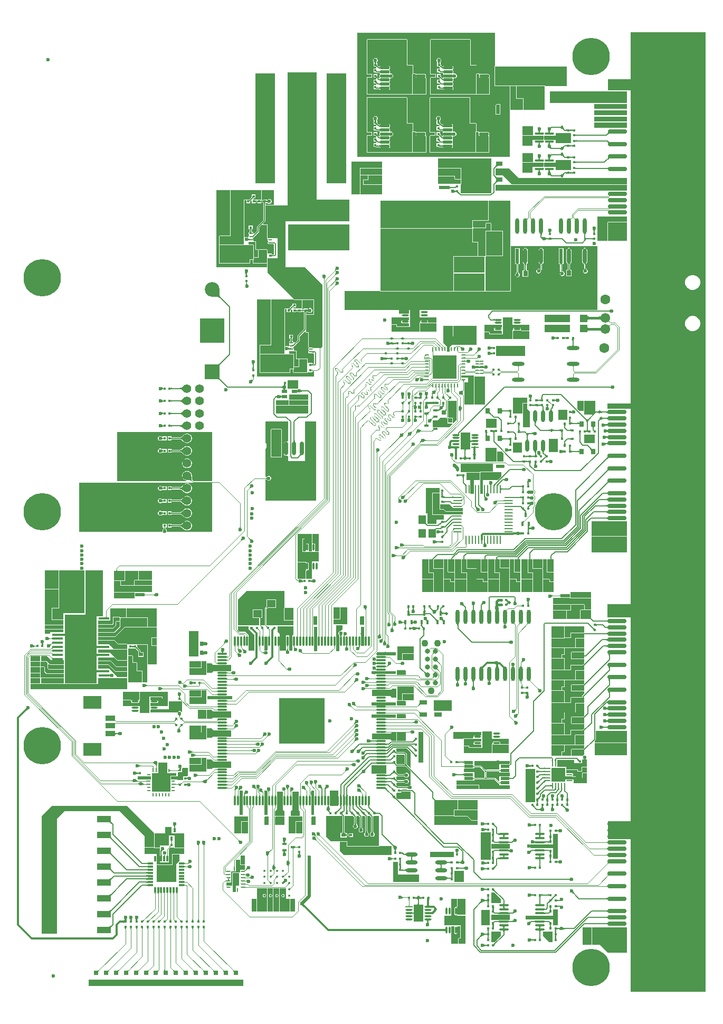
<source format=gtl>
G04*
G04 #@! TF.GenerationSoftware,Altium Limited,Altium Designer,24.9.1 (31)*
G04*
G04 Layer_Physical_Order=1*
G04 Layer_Color=255*
%FSLAX44Y44*%
%MOMM*%
G71*
G04*
G04 #@! TF.SameCoordinates,CDEC626A-A255-468D-B0CC-3EE591A55D7D*
G04*
G04*
G04 #@! TF.FilePolarity,Positive*
G04*
G01*
G75*
%ADD11C,0.5000*%
%ADD12C,0.4000*%
%ADD14C,0.2000*%
G04:AMPARAMS|DCode=28|XSize=2.4692mm|YSize=0.6221mm|CornerRadius=0.3111mm|HoleSize=0mm|Usage=FLASHONLY|Rotation=90.000|XOffset=0mm|YOffset=0mm|HoleType=Round|Shape=RoundedRectangle|*
%AMROUNDEDRECTD28*
21,1,2.4692,0.0000,0,0,90.0*
21,1,1.8470,0.6221,0,0,90.0*
1,1,0.6221,0.0000,0.9235*
1,1,0.6221,0.0000,-0.9235*
1,1,0.6221,0.0000,-0.9235*
1,1,0.6221,0.0000,0.9235*
%
%ADD28ROUNDEDRECTD28*%
%ADD29R,0.6221X2.4692*%
%ADD30R,0.7000X0.8500*%
%ADD31R,0.5000X0.4000*%
%ADD32R,0.5000X0.7500*%
%ADD33R,0.5000X1.3000*%
%ADD34R,0.4500X0.4500*%
%ADD35R,0.4500X0.4500*%
%ADD36R,0.4000X0.5000*%
%ADD37R,0.7500X0.5000*%
%ADD38R,1.3000X0.5000*%
%ADD39R,0.4000X0.7500*%
%ADD40R,1.3552X0.2125*%
G04:AMPARAMS|DCode=41|XSize=1.3552mm|YSize=0.2125mm|CornerRadius=0.1062mm|HoleSize=0mm|Usage=FLASHONLY|Rotation=0.000|XOffset=0mm|YOffset=0mm|HoleType=Round|Shape=RoundedRectangle|*
%AMROUNDEDRECTD41*
21,1,1.3552,0.0000,0,0,0.0*
21,1,1.1428,0.2125,0,0,0.0*
1,1,0.2125,0.5714,0.0000*
1,1,0.2125,-0.5714,0.0000*
1,1,0.2125,-0.5714,0.0000*
1,1,0.2125,0.5714,0.0000*
%
%ADD41ROUNDEDRECTD41*%
G04:AMPARAMS|DCode=42|XSize=0.2125mm|YSize=1.3552mm|CornerRadius=0.1062mm|HoleSize=0mm|Usage=FLASHONLY|Rotation=0.000|XOffset=0mm|YOffset=0mm|HoleType=Round|Shape=RoundedRectangle|*
%AMROUNDEDRECTD42*
21,1,0.2125,1.1428,0,0,0.0*
21,1,0.0000,1.3552,0,0,0.0*
1,1,0.2125,0.0000,-0.5714*
1,1,0.2125,0.0000,-0.5714*
1,1,0.2125,0.0000,0.5714*
1,1,0.2125,0.0000,0.5714*
%
%ADD42ROUNDEDRECTD42*%
%ADD43R,0.8000X0.6000*%
%ADD44R,0.8500X0.7000*%
%ADD45R,1.2000X1.4000*%
%ADD46R,0.4000X0.4000*%
G04:AMPARAMS|DCode=47|XSize=1.1596mm|YSize=0.2821mm|CornerRadius=0.1411mm|HoleSize=0mm|Usage=FLASHONLY|Rotation=180.000|XOffset=0mm|YOffset=0mm|HoleType=Round|Shape=RoundedRectangle|*
%AMROUNDEDRECTD47*
21,1,1.1596,0.0000,0,0,180.0*
21,1,0.8775,0.2821,0,0,180.0*
1,1,0.2821,-0.4387,0.0000*
1,1,0.2821,0.4387,0.0000*
1,1,0.2821,0.4387,0.0000*
1,1,0.2821,-0.4387,0.0000*
%
%ADD47ROUNDEDRECTD47*%
%ADD48R,1.1596X0.2821*%
G04:AMPARAMS|DCode=49|XSize=2.5mm|YSize=1.3mm|CornerRadius=0.325mm|HoleSize=0mm|Usage=FLASHONLY|Rotation=270.000|XOffset=0mm|YOffset=0mm|HoleType=Round|Shape=RoundedRectangle|*
%AMROUNDEDRECTD49*
21,1,2.5000,0.6500,0,0,270.0*
21,1,1.8500,1.3000,0,0,270.0*
1,1,0.6500,-0.3250,-0.9250*
1,1,0.6500,-0.3250,0.9250*
1,1,0.6500,0.3250,0.9250*
1,1,0.6500,0.3250,-0.9250*
%
%ADD49ROUNDEDRECTD49*%
G04:AMPARAMS|DCode=50|XSize=0.25mm|YSize=0.62mm|CornerRadius=0.0625mm|HoleSize=0mm|Usage=FLASHONLY|Rotation=270.000|XOffset=0mm|YOffset=0mm|HoleType=Round|Shape=RoundedRectangle|*
%AMROUNDEDRECTD50*
21,1,0.2500,0.4950,0,0,270.0*
21,1,0.1250,0.6200,0,0,270.0*
1,1,0.1250,-0.2475,-0.0625*
1,1,0.1250,-0.2475,0.0625*
1,1,0.1250,0.2475,0.0625*
1,1,0.1250,0.2475,-0.0625*
%
%ADD50ROUNDEDRECTD50*%
%ADD51R,1.2500X2.7000*%
%ADD52R,3.4000X0.9800*%
%ADD53R,0.8000X0.9000*%
%ADD54O,0.6000X1.9000*%
%ADD55O,0.6500X0.2500*%
%ADD56O,0.2500X0.6500*%
%ADD57R,2.4000X2.4000*%
%ADD58O,0.6000X2.2000*%
G04:AMPARAMS|DCode=59|XSize=0.3mm|YSize=1.45mm|CornerRadius=0.075mm|HoleSize=0mm|Usage=FLASHONLY|Rotation=0.000|XOffset=0mm|YOffset=0mm|HoleType=Round|Shape=RoundedRectangle|*
%AMROUNDEDRECTD59*
21,1,0.3000,1.3000,0,0,0.0*
21,1,0.1500,1.4500,0,0,0.0*
1,1,0.1500,0.0750,-0.6500*
1,1,0.1500,-0.0750,-0.6500*
1,1,0.1500,-0.0750,0.6500*
1,1,0.1500,0.0750,0.6500*
%
%ADD59ROUNDEDRECTD59*%
G04:AMPARAMS|DCode=60|XSize=0.3mm|YSize=1.45mm|CornerRadius=0.075mm|HoleSize=0mm|Usage=FLASHONLY|Rotation=90.000|XOffset=0mm|YOffset=0mm|HoleType=Round|Shape=RoundedRectangle|*
%AMROUNDEDRECTD60*
21,1,0.3000,1.3000,0,0,90.0*
21,1,0.1500,1.4500,0,0,90.0*
1,1,0.1500,0.6500,0.0750*
1,1,0.1500,0.6500,-0.0750*
1,1,0.1500,-0.6500,-0.0750*
1,1,0.1500,-0.6500,0.0750*
%
%ADD60ROUNDEDRECTD60*%
%ADD61R,1.8000X0.3000*%
%ADD62R,1.5046X0.5758*%
%ADD63R,1.9000X0.6000*%
%ADD64R,0.6000X0.8000*%
G04:AMPARAMS|DCode=65|XSize=0.45mm|YSize=1.4mm|CornerRadius=0.0495mm|HoleSize=0mm|Usage=FLASHONLY|Rotation=270.000|XOffset=0mm|YOffset=0mm|HoleType=Round|Shape=RoundedRectangle|*
%AMROUNDEDRECTD65*
21,1,0.4500,1.3010,0,0,270.0*
21,1,0.3510,1.4000,0,0,270.0*
1,1,0.0990,-0.6505,-0.1755*
1,1,0.0990,-0.6505,0.1755*
1,1,0.0990,0.6505,0.1755*
1,1,0.0990,0.6505,-0.1755*
%
%ADD65ROUNDEDRECTD65*%
%ADD66R,7.3500X7.3500*%
%ADD67R,2.5000X1.5000*%
%ADD68O,0.6000X2.3000*%
%ADD69R,0.7500X0.4000*%
%ADD70R,1.2000X1.2000*%
%ADD71R,3.9600X3.9600*%
%ADD72R,1.0041X0.2393*%
G04:AMPARAMS|DCode=73|XSize=1.0041mm|YSize=0.2393mm|CornerRadius=0.1196mm|HoleSize=0mm|Usage=FLASHONLY|Rotation=0.000|XOffset=0mm|YOffset=0mm|HoleType=Round|Shape=RoundedRectangle|*
%AMROUNDEDRECTD73*
21,1,1.0041,0.0000,0,0,0.0*
21,1,0.7648,0.2393,0,0,0.0*
1,1,0.2393,0.3824,0.0000*
1,1,0.2393,-0.3824,0.0000*
1,1,0.2393,-0.3824,0.0000*
1,1,0.2393,0.3824,0.0000*
%
%ADD73ROUNDEDRECTD73*%
G04:AMPARAMS|DCode=74|XSize=0.2393mm|YSize=1.0041mm|CornerRadius=0.1196mm|HoleSize=0mm|Usage=FLASHONLY|Rotation=0.000|XOffset=0mm|YOffset=0mm|HoleType=Round|Shape=RoundedRectangle|*
%AMROUNDEDRECTD74*
21,1,0.2393,0.7648,0,0,0.0*
21,1,0.0000,1.0041,0,0,0.0*
1,1,0.2393,0.0000,-0.3824*
1,1,0.2393,0.0000,-0.3824*
1,1,0.2393,0.0000,0.3824*
1,1,0.2393,0.0000,0.3824*
%
%ADD74ROUNDEDRECTD74*%
%ADD75R,1.7000X5.4000*%
G04:AMPARAMS|DCode=76|XSize=0.6mm|YSize=0.25mm|CornerRadius=0.125mm|HoleSize=0mm|Usage=FLASHONLY|Rotation=90.000|XOffset=0mm|YOffset=0mm|HoleType=Round|Shape=RoundedRectangle|*
%AMROUNDEDRECTD76*
21,1,0.6000,0.0000,0,0,90.0*
21,1,0.3500,0.2500,0,0,90.0*
1,1,0.2500,0.0000,0.1750*
1,1,0.2500,0.0000,-0.1750*
1,1,0.2500,0.0000,-0.1750*
1,1,0.2500,0.0000,0.1750*
%
%ADD76ROUNDEDRECTD76*%
G04:AMPARAMS|DCode=77|XSize=0.25mm|YSize=0.6mm|CornerRadius=0.125mm|HoleSize=0mm|Usage=FLASHONLY|Rotation=90.000|XOffset=0mm|YOffset=0mm|HoleType=Round|Shape=RoundedRectangle|*
%AMROUNDEDRECTD77*
21,1,0.2500,0.3500,0,0,90.0*
21,1,0.0000,0.6000,0,0,90.0*
1,1,0.2500,0.1750,0.0000*
1,1,0.2500,0.1750,0.0000*
1,1,0.2500,-0.1750,0.0000*
1,1,0.2500,-0.1750,0.0000*
%
%ADD77ROUNDEDRECTD77*%
%ADD78R,0.8000X0.9500*%
%ADD79O,2.0000X0.6000*%
%ADD80R,0.6500X0.7500*%
%ADD81R,0.5000X0.2500*%
%ADD82R,0.5000X0.4500*%
%ADD83R,2.7430X2.1590*%
%ADD84O,1.5500X0.3500*%
G04:AMPARAMS|DCode=85|XSize=3.32mm|YSize=8mm|CornerRadius=0.83mm|HoleSize=0mm|Usage=FLASHONLY|Rotation=90.000|XOffset=0mm|YOffset=0mm|HoleType=Round|Shape=RoundedRectangle|*
%AMROUNDEDRECTD85*
21,1,3.3200,6.3400,0,0,90.0*
21,1,1.6600,8.0000,0,0,90.0*
1,1,1.6600,3.1700,0.8300*
1,1,1.6600,3.1700,-0.8300*
1,1,1.6600,-3.1700,-0.8300*
1,1,1.6600,-3.1700,0.8300*
%
%ADD85ROUNDEDRECTD85*%
G04:AMPARAMS|DCode=86|XSize=0.66mm|YSize=3mm|CornerRadius=0.165mm|HoleSize=0mm|Usage=FLASHONLY|Rotation=90.000|XOffset=0mm|YOffset=0mm|HoleType=Round|Shape=RoundedRectangle|*
%AMROUNDEDRECTD86*
21,1,0.6600,2.6700,0,0,90.0*
21,1,0.3300,3.0000,0,0,90.0*
1,1,0.3300,1.3350,0.1650*
1,1,0.3300,1.3350,-0.1650*
1,1,0.3300,-1.3350,-0.1650*
1,1,0.3300,-1.3350,0.1650*
%
%ADD86ROUNDEDRECTD86*%
%ADD87R,1.6000X0.8100*%
%ADD88R,3.0000X2.1000*%
G04:AMPARAMS|DCode=89|XSize=0.27mm|YSize=0.9mm|CornerRadius=0.0675mm|HoleSize=0mm|Usage=FLASHONLY|Rotation=90.000|XOffset=0mm|YOffset=0mm|HoleType=Round|Shape=RoundedRectangle|*
%AMROUNDEDRECTD89*
21,1,0.2700,0.7650,0,0,90.0*
21,1,0.1350,0.9000,0,0,90.0*
1,1,0.1350,0.3825,0.0675*
1,1,0.1350,0.3825,-0.0675*
1,1,0.1350,-0.3825,-0.0675*
1,1,0.1350,-0.3825,0.0675*
%
%ADD89ROUNDEDRECTD89*%
%ADD90R,1.8000X1.8000*%
G04:AMPARAMS|DCode=91|XSize=0.27mm|YSize=0.9mm|CornerRadius=0.0675mm|HoleSize=0mm|Usage=FLASHONLY|Rotation=180.000|XOffset=0mm|YOffset=0mm|HoleType=Round|Shape=RoundedRectangle|*
%AMROUNDEDRECTD91*
21,1,0.2700,0.7650,0,0,180.0*
21,1,0.1350,0.9000,0,0,180.0*
1,1,0.1350,-0.0675,0.3825*
1,1,0.1350,0.0675,0.3825*
1,1,0.1350,0.0675,-0.3825*
1,1,0.1350,-0.0675,-0.3825*
%
%ADD91ROUNDEDRECTD91*%
%ADD92R,1.4000X1.2000*%
%ADD93R,1.8000X0.6000*%
G04:AMPARAMS|DCode=94|XSize=1.1596mm|YSize=0.2821mm|CornerRadius=0.1411mm|HoleSize=0mm|Usage=FLASHONLY|Rotation=90.000|XOffset=0mm|YOffset=0mm|HoleType=Round|Shape=RoundedRectangle|*
%AMROUNDEDRECTD94*
21,1,1.1596,0.0000,0,0,90.0*
21,1,0.8775,0.2821,0,0,90.0*
1,1,0.2821,0.0000,0.4387*
1,1,0.2821,0.0000,-0.4387*
1,1,0.2821,0.0000,-0.4387*
1,1,0.2821,0.0000,0.4387*
%
%ADD94ROUNDEDRECTD94*%
%ADD95R,0.2821X1.1596*%
G04:AMPARAMS|DCode=96|XSize=1.5046mm|YSize=0.5758mm|CornerRadius=0.2879mm|HoleSize=0mm|Usage=FLASHONLY|Rotation=180.000|XOffset=0mm|YOffset=0mm|HoleType=Round|Shape=RoundedRectangle|*
%AMROUNDEDRECTD96*
21,1,1.5046,0.0000,0,0,180.0*
21,1,0.9288,0.5758,0,0,180.0*
1,1,0.5758,-0.4644,0.0000*
1,1,0.5758,0.4644,0.0000*
1,1,0.5758,0.4644,0.0000*
1,1,0.5758,-0.4644,0.0000*
%
%ADD96ROUNDEDRECTD96*%
%ADD97O,1.9000X0.6000*%
%ADD98R,0.9000X0.5000*%
%ADD99C,0.3500*%
G04:AMPARAMS|DCode=100|XSize=0.45mm|YSize=1.5mm|CornerRadius=0.1125mm|HoleSize=0mm|Usage=FLASHONLY|Rotation=90.000|XOffset=0mm|YOffset=0mm|HoleType=Round|Shape=RoundedRectangle|*
%AMROUNDEDRECTD100*
21,1,0.4500,1.2750,0,0,90.0*
21,1,0.2250,1.5000,0,0,90.0*
1,1,0.2250,0.6375,0.1125*
1,1,0.2250,0.6375,-0.1125*
1,1,0.2250,-0.6375,-0.1125*
1,1,0.2250,-0.6375,0.1125*
%
%ADD100ROUNDEDRECTD100*%
%ADD101R,2.9400X3.3400*%
G04:AMPARAMS|DCode=102|XSize=1.464mm|YSize=0.3758mm|CornerRadius=0.1879mm|HoleSize=0mm|Usage=FLASHONLY|Rotation=180.000|XOffset=0mm|YOffset=0mm|HoleType=Round|Shape=RoundedRectangle|*
%AMROUNDEDRECTD102*
21,1,1.4640,0.0000,0,0,180.0*
21,1,1.0881,0.3758,0,0,180.0*
1,1,0.3758,-0.5441,0.0000*
1,1,0.3758,0.5441,0.0000*
1,1,0.3758,0.5441,0.0000*
1,1,0.3758,-0.5441,0.0000*
%
%ADD102ROUNDEDRECTD102*%
%ADD103R,1.4640X0.3758*%
%ADD104R,2.2000X1.1000*%
%ADD105R,0.8000X0.8000*%
%ADD106R,1.0000X0.7500*%
%ADD107R,0.4200X0.7000*%
%ADD108C,1.5188*%
%ADD109R,1.8382X1.4532*%
%ADD110R,1.4532X1.8382*%
%ADD111R,1.0000X0.7000*%
%ADD112R,0.7000X1.0000*%
%ADD113R,2.4000X1.5000*%
%ADD114R,1.0500X1.5000*%
%ADD115R,0.4800X0.4000*%
%ADD116R,0.6300X0.8300*%
%ADD117R,0.8300X0.6300*%
%ADD118R,0.4000X0.4800*%
%ADD119R,5.4000X2.2000*%
%ADD120R,1.0500X2.6000*%
%ADD121R,1.0000X2.0000*%
G04:AMPARAMS|DCode=122|XSize=0.25mm|YSize=0.6mm|CornerRadius=0.0625mm|HoleSize=0mm|Usage=FLASHONLY|Rotation=0.000|XOffset=0mm|YOffset=0mm|HoleType=Round|Shape=RoundedRectangle|*
%AMROUNDEDRECTD122*
21,1,0.2500,0.4750,0,0,0.0*
21,1,0.1250,0.6000,0,0,0.0*
1,1,0.1250,0.0625,-0.2375*
1,1,0.1250,-0.0625,-0.2375*
1,1,0.1250,-0.0625,0.2375*
1,1,0.1250,0.0625,0.2375*
%
%ADD122ROUNDEDRECTD122*%
G04:AMPARAMS|DCode=123|XSize=0.25mm|YSize=0.6mm|CornerRadius=0.0625mm|HoleSize=0mm|Usage=FLASHONLY|Rotation=270.000|XOffset=0mm|YOffset=0mm|HoleType=Round|Shape=RoundedRectangle|*
%AMROUNDEDRECTD123*
21,1,0.2500,0.4750,0,0,270.0*
21,1,0.1250,0.6000,0,0,270.0*
1,1,0.1250,-0.2375,-0.0625*
1,1,0.1250,-0.2375,0.0625*
1,1,0.1250,0.2375,0.0625*
1,1,0.1250,0.2375,-0.0625*
%
%ADD123ROUNDEDRECTD123*%
%ADD124R,1.3000X0.7000*%
%ADD125R,4.2800X2.0800*%
%ADD126R,1.4000X2.5750*%
%ADD132R,1.5800X2.6800*%
%ADD148R,0.7000X0.6000*%
%ADD152R,2.2500X2.2500*%
%ADD154R,3.7000X3.7000*%
%ADD169R,2.6800X1.5800*%
%ADD190C,1.3900*%
%ADD191R,1.3900X1.3900*%
%ADD198C,0.6000*%
%ADD199C,0.0920*%
%ADD200C,0.8000*%
%ADD201R,5.2000X11.0000*%
%ADD202C,0.1200*%
%ADD203C,0.3000*%
%ADD204C,0.1500*%
%ADD205C,0.0762*%
%ADD206C,1.1000*%
%ADD207C,2.3500*%
%ADD208R,2.3500X2.3500*%
%ADD209O,1.6000X1.5000*%
%ADD210C,1.6000*%
%ADD211C,6.0000*%
%ADD212C,0.5000*%
G36*
X441000Y683000D02*
X406825D01*
X406583Y683583D01*
X406000Y683825D01*
X361000D01*
X360588Y683654D01*
X360175Y683825D01*
X351000Y683825D01*
X350588Y683654D01*
X350175Y683825D01*
X326000D01*
Y714000D01*
X441000D01*
Y683000D01*
D02*
G37*
G36*
X538000Y656000D02*
X414000D01*
Y674000D01*
X538000D01*
Y656000D01*
D02*
G37*
G36*
Y646000D02*
X485000D01*
Y654000D01*
X538000D01*
Y646000D01*
D02*
G37*
G36*
X406000Y645000D02*
X372000D01*
Y663000D01*
X361000D01*
Y683000D01*
X406000D01*
Y645000D01*
D02*
G37*
G36*
X360175Y683000D02*
Y663000D01*
X360417Y662417D01*
X361000Y662175D01*
X371175D01*
Y645000D01*
X351000D01*
Y683000D01*
X360175Y683000D01*
D02*
G37*
G36*
X538000Y636000D02*
X485000D01*
Y644000D01*
X538000D01*
Y636000D01*
D02*
G37*
G36*
Y626000D02*
X485000D01*
Y634000D01*
X538000D01*
Y626000D01*
D02*
G37*
G36*
X416879Y615893D02*
X416689Y615700D01*
X416143Y615072D01*
X416060Y614951D01*
X415998Y614844D01*
X415956Y614752D01*
X415936Y614673D01*
X415937Y614609D01*
X414372Y616668D01*
X414436Y616647D01*
X414511Y616644D01*
X414596Y616661D01*
X414690Y616696D01*
X414795Y616751D01*
X414909Y616824D01*
X415033Y616917D01*
X415167Y617028D01*
X415465Y617307D01*
X416879Y615893D01*
D02*
G37*
G36*
X538000Y616000D02*
X485000D01*
Y624000D01*
X538000D01*
Y616000D01*
D02*
G37*
G36*
X432061Y614600D02*
X432041Y614790D01*
X431980Y614960D01*
X431878Y615110D01*
X431736Y615240D01*
X431553Y615350D01*
X431330Y615440D01*
X431066Y615510D01*
X430761Y615560D01*
X430416Y615590D01*
X430031Y615600D01*
Y617600D01*
X430416Y617610D01*
X430761Y617640D01*
X431066Y617690D01*
X431330Y617760D01*
X431553Y617850D01*
X431736Y617960D01*
X431878Y618090D01*
X431980Y618240D01*
X432041Y618410D01*
X432061Y618600D01*
Y614600D01*
D02*
G37*
G36*
X435856Y616903D02*
X435800Y616720D01*
Y616507D01*
X435856Y616267D01*
X435970Y615998D01*
X436139Y615701D01*
X436366Y615376D01*
X436648Y615022D01*
X437384Y614230D01*
X435970Y612816D01*
X435559Y613212D01*
X434824Y613834D01*
X434499Y614061D01*
X434202Y614230D01*
X433933Y614344D01*
X433693Y614400D01*
X433480D01*
X433297Y614344D01*
X433141Y614230D01*
X435970Y617059D01*
X435856Y616903D01*
D02*
G37*
G36*
X450811Y610000D02*
X450791Y610190D01*
X450730Y610360D01*
X450628Y610510D01*
X450486Y610640D01*
X450303Y610750D01*
X450080Y610840D01*
X449816Y610910D01*
X449511Y610960D01*
X449166Y610990D01*
X448781Y611000D01*
Y613000D01*
X449166Y613010D01*
X449511Y613040D01*
X449816Y613090D01*
X450080Y613160D01*
X450303Y613250D01*
X450486Y613360D01*
X450628Y613490D01*
X450730Y613640D01*
X450791Y613810D01*
X450811Y614000D01*
Y610000D01*
D02*
G37*
G36*
X446209Y613810D02*
X446270Y613640D01*
X446372Y613490D01*
X446514Y613360D01*
X446697Y613250D01*
X446920Y613160D01*
X447184Y613090D01*
X447489Y613040D01*
X447834Y613010D01*
X448219Y613000D01*
Y611000D01*
X447834Y610990D01*
X447489Y610960D01*
X447184Y610910D01*
X446920Y610840D01*
X446697Y610750D01*
X446514Y610640D01*
X446372Y610510D01*
X446270Y610360D01*
X446209Y610190D01*
X446189Y610000D01*
Y614000D01*
X446209Y613810D01*
D02*
G37*
G36*
X441811Y610000D02*
X441791Y610190D01*
X441730Y610360D01*
X441628Y610510D01*
X441486Y610640D01*
X441303Y610750D01*
X441080Y610840D01*
X440816Y610910D01*
X440512Y610960D01*
X440166Y610990D01*
X439781Y611000D01*
Y613000D01*
X440166Y613010D01*
X440512Y613040D01*
X440816Y613090D01*
X441080Y613160D01*
X441303Y613250D01*
X441486Y613360D01*
X441628Y613490D01*
X441730Y613640D01*
X441791Y613810D01*
X441811Y614000D01*
Y610000D01*
D02*
G37*
G36*
X414891Y611639D02*
X414704Y611413D01*
X414539Y611181D01*
X414396Y610942D01*
X414275Y610697D01*
X414176Y610445D01*
X414099Y610187D01*
X414044Y609921D01*
X414028Y609791D01*
X414040Y609654D01*
X414090Y609349D01*
X414160Y609085D01*
X414250Y608862D01*
X414360Y608679D01*
X414490Y608537D01*
X414640Y608436D01*
X414810Y608375D01*
X415000Y608354D01*
X411000D01*
X411190Y608375D01*
X411360Y608436D01*
X411510Y608537D01*
X411640Y608679D01*
X411750Y608862D01*
X411840Y609085D01*
X411910Y609349D01*
X411960Y609654D01*
X411972Y609791D01*
X411956Y609921D01*
X411901Y610187D01*
X411824Y610445D01*
X411725Y610697D01*
X411604Y610942D01*
X411461Y611181D01*
X411296Y611413D01*
X411109Y611639D01*
X410900Y611858D01*
X415100D01*
X414891Y611639D01*
D02*
G37*
G36*
X398891D02*
X398704Y611413D01*
X398539Y611181D01*
X398396Y610942D01*
X398275Y610697D01*
X398176Y610445D01*
X398099Y610187D01*
X398044Y609921D01*
X398028Y609791D01*
X398040Y609654D01*
X398090Y609349D01*
X398160Y609085D01*
X398250Y608862D01*
X398360Y608679D01*
X398490Y608537D01*
X398640Y608436D01*
X398810Y608375D01*
X399000Y608354D01*
X395000D01*
X395190Y608375D01*
X395360Y608436D01*
X395510Y608537D01*
X395640Y608679D01*
X395750Y608862D01*
X395840Y609085D01*
X395910Y609349D01*
X395960Y609654D01*
X395972Y609791D01*
X395956Y609921D01*
X395901Y610187D01*
X395824Y610445D01*
X395725Y610697D01*
X395604Y610942D01*
X395461Y611181D01*
X395296Y611413D01*
X395109Y611639D01*
X394900Y611858D01*
X399100D01*
X398891Y611639D01*
D02*
G37*
G36*
X510627Y606729D02*
X510475Y606840D01*
X510294Y606894D01*
X510086Y606893D01*
X509849Y606837D01*
X509584Y606724D01*
X509291Y606555D01*
X508970Y606331D01*
X508621Y606051D01*
X507838Y605324D01*
X506424Y606738D01*
X506815Y607144D01*
X507431Y607870D01*
X507655Y608191D01*
X507824Y608484D01*
X507937Y608749D01*
X507993Y608986D01*
X507994Y609194D01*
X507940Y609375D01*
X507829Y609527D01*
X510627Y606729D01*
D02*
G37*
G36*
X387000Y604225D02*
X370000D01*
Y618400D01*
X387000D01*
Y604225D01*
D02*
G37*
G36*
X455209Y605810D02*
X455270Y605640D01*
X455372Y605490D01*
X455514Y605360D01*
X455697Y605250D01*
X455920Y605160D01*
X456184Y605090D01*
X456488Y605040D01*
X456834Y605010D01*
X457220Y605000D01*
Y603000D01*
X456834Y602990D01*
X456488Y602960D01*
X456184Y602910D01*
X455920Y602840D01*
X455697Y602750D01*
X455514Y602640D01*
X455372Y602510D01*
X455270Y602360D01*
X455209Y602190D01*
X455189Y602000D01*
Y606000D01*
X455209Y605810D01*
D02*
G37*
G36*
Y596810D02*
X455270Y596640D01*
X455372Y596490D01*
X455514Y596360D01*
X455697Y596250D01*
X455920Y596160D01*
X456184Y596090D01*
X456488Y596040D01*
X456834Y596010D01*
X457220Y596000D01*
Y594000D01*
X456834Y593990D01*
X456488Y593960D01*
X456184Y593910D01*
X455920Y593840D01*
X455697Y593750D01*
X455514Y593640D01*
X455372Y593510D01*
X455270Y593360D01*
X455209Y593190D01*
X455189Y593000D01*
Y597000D01*
X455209Y596810D01*
D02*
G37*
G36*
X448000Y591400D02*
X423000D01*
Y596400D01*
X405000D01*
Y603400D01*
X423000D01*
Y607400D01*
X448000D01*
Y591400D01*
D02*
G37*
G36*
X508243Y594285D02*
X508970Y593669D01*
X509291Y593445D01*
X509584Y593276D01*
X509849Y593163D01*
X510086Y593107D01*
X510294Y593106D01*
X510475Y593160D01*
X510627Y593271D01*
X507829Y590473D01*
X507940Y590625D01*
X507994Y590806D01*
X507993Y591014D01*
X507937Y591251D01*
X507824Y591516D01*
X507655Y591809D01*
X507431Y592130D01*
X507151Y592479D01*
X506424Y593262D01*
X507838Y594676D01*
X508243Y594285D01*
D02*
G37*
G36*
X414810Y591661D02*
X414640Y591601D01*
X414490Y591499D01*
X414360Y591357D01*
X414250Y591174D01*
X414160Y590951D01*
X414090Y590687D01*
X414040Y590382D01*
X414026Y590224D01*
X414044Y590079D01*
X414099Y589813D01*
X414176Y589555D01*
X414275Y589303D01*
X414396Y589058D01*
X414539Y588819D01*
X414704Y588587D01*
X414891Y588361D01*
X415100Y588142D01*
X410900D01*
X411109Y588361D01*
X411296Y588587D01*
X411461Y588819D01*
X411604Y589058D01*
X411725Y589303D01*
X411824Y589555D01*
X411901Y589813D01*
X411956Y590079D01*
X411974Y590224D01*
X411960Y590382D01*
X411910Y590687D01*
X411840Y590951D01*
X411750Y591174D01*
X411640Y591357D01*
X411510Y591499D01*
X411360Y591601D01*
X411190Y591661D01*
X411000Y591682D01*
X415000D01*
X414810Y591661D01*
D02*
G37*
G36*
X398810Y591625D02*
X398640Y591564D01*
X398490Y591463D01*
X398360Y591321D01*
X398250Y591138D01*
X398160Y590915D01*
X398090Y590651D01*
X398040Y590346D01*
X398028Y590209D01*
X398044Y590079D01*
X398099Y589813D01*
X398176Y589555D01*
X398275Y589303D01*
X398396Y589058D01*
X398539Y588819D01*
X398704Y588587D01*
X398891Y588361D01*
X399100Y588142D01*
X394900D01*
X395109Y588361D01*
X395296Y588587D01*
X395461Y588819D01*
X395604Y589058D01*
X395725Y589303D01*
X395824Y589555D01*
X395901Y589813D01*
X395956Y590079D01*
X395972Y590209D01*
X395960Y590346D01*
X395910Y590651D01*
X395840Y590915D01*
X395750Y591138D01*
X395640Y591321D01*
X395510Y591463D01*
X395360Y591564D01*
X395190Y591625D01*
X395000Y591646D01*
X399000D01*
X398810Y591625D01*
D02*
G37*
G36*
X404175Y596400D02*
X386000D01*
Y587400D01*
X370000D01*
Y603400D01*
X404175D01*
Y596400D01*
D02*
G37*
G36*
X450811Y585000D02*
X450791Y585190D01*
X450730Y585360D01*
X450628Y585510D01*
X450486Y585640D01*
X450303Y585750D01*
X450080Y585840D01*
X449816Y585910D01*
X449511Y585960D01*
X449166Y585990D01*
X448781Y586000D01*
Y588000D01*
X449166Y588010D01*
X449511Y588040D01*
X449816Y588090D01*
X450080Y588160D01*
X450303Y588250D01*
X450486Y588360D01*
X450628Y588490D01*
X450730Y588640D01*
X450791Y588810D01*
X450811Y589000D01*
Y585000D01*
D02*
G37*
G36*
X446209Y588810D02*
X446270Y588640D01*
X446372Y588490D01*
X446514Y588360D01*
X446697Y588250D01*
X446920Y588160D01*
X447184Y588090D01*
X447489Y588040D01*
X447834Y588010D01*
X448219Y588000D01*
Y586000D01*
X447834Y585990D01*
X447489Y585960D01*
X447184Y585910D01*
X446920Y585840D01*
X446697Y585750D01*
X446514Y585640D01*
X446372Y585510D01*
X446270Y585360D01*
X446209Y585190D01*
X446189Y585000D01*
Y589000D01*
X446209Y588810D01*
D02*
G37*
G36*
X441811Y585000D02*
X441791Y585190D01*
X441730Y585360D01*
X441628Y585510D01*
X441486Y585640D01*
X441303Y585750D01*
X441080Y585840D01*
X440816Y585910D01*
X440512Y585960D01*
X440166Y585990D01*
X439781Y586000D01*
Y588000D01*
X440166Y588010D01*
X440512Y588040D01*
X440816Y588090D01*
X441080Y588160D01*
X441303Y588250D01*
X441486Y588360D01*
X441628Y588490D01*
X441730Y588640D01*
X441791Y588810D01*
X441811Y589000D01*
Y585000D01*
D02*
G37*
G36*
X437384Y584770D02*
X436985Y584357D01*
X436356Y583618D01*
X436127Y583291D01*
X435954Y582994D01*
X435838Y582726D01*
X435779Y582486D01*
X435775Y582276D01*
X435829Y582094D01*
X435939Y581941D01*
X433141Y584739D01*
X433294Y584629D01*
X433476Y584575D01*
X433686Y584579D01*
X433926Y584638D01*
X434194Y584754D01*
X434491Y584927D01*
X434818Y585156D01*
X435173Y585442D01*
X435970Y586184D01*
X437384Y584770D01*
D02*
G37*
G36*
X416007Y585667D02*
X416034Y585376D01*
X416082Y585095D01*
X416149Y584825D01*
X416237Y584566D01*
X416345Y584318D01*
X416474Y584081D01*
X416622Y583854D01*
X416791Y583639D01*
X416980Y583434D01*
X415566Y582020D01*
X415361Y582209D01*
X415146Y582378D01*
X414919Y582526D01*
X414682Y582655D01*
X414434Y582763D01*
X414175Y582851D01*
X413905Y582918D01*
X413624Y582966D01*
X413333Y582993D01*
X413030Y583000D01*
X416000Y585970D01*
X416007Y585667D01*
D02*
G37*
G36*
X432030Y580400D02*
X432010Y580590D01*
X431950Y580760D01*
X431851Y580910D01*
X431711Y581040D01*
X431530Y581150D01*
X431311Y581240D01*
X431050Y581310D01*
X430751Y581360D01*
X430410Y581390D01*
X430031Y581400D01*
Y583400D01*
X430410Y583410D01*
X430751Y583440D01*
X431050Y583490D01*
X431311Y583560D01*
X431530Y583650D01*
X431711Y583760D01*
X431851Y583890D01*
X431950Y584040D01*
X432010Y584210D01*
X432030Y584400D01*
Y580400D01*
D02*
G37*
G36*
X416879Y572093D02*
X415937Y571213D01*
X414858Y572955D01*
X414870Y572956D01*
X414892Y572970D01*
X414925Y572995D01*
X415025Y573081D01*
X415465Y573507D01*
X416879Y572093D01*
D02*
G37*
G36*
X432030Y570830D02*
X432010Y571015D01*
X431950Y571180D01*
X431851Y571325D01*
X431711Y571451D01*
X431530Y571558D01*
X431311Y571645D01*
X431050Y571713D01*
X430751Y571761D01*
X430410Y571790D01*
X430031Y571800D01*
Y573800D01*
X430415Y573810D01*
X430759Y573840D01*
X431063Y573890D01*
X431326Y573960D01*
X431549Y574050D01*
X431732Y574160D01*
X431875Y574290D01*
X431977Y574440D01*
X432039Y574610D01*
X432061Y574800D01*
X432030Y570830D01*
D02*
G37*
G36*
X435856Y573503D02*
X435800Y573320D01*
Y573107D01*
X435856Y572867D01*
X435970Y572598D01*
X436139Y572301D01*
X436366Y571976D01*
X436648Y571623D01*
X437384Y570830D01*
X435970Y569416D01*
X435559Y569812D01*
X434824Y570434D01*
X434499Y570661D01*
X434202Y570830D01*
X433933Y570944D01*
X433693Y571000D01*
X433480D01*
X433297Y570944D01*
X433141Y570830D01*
X435970Y573659D01*
X435856Y573503D01*
D02*
G37*
G36*
X326000Y714825D02*
X325417Y714583D01*
X325175Y714000D01*
Y683825D01*
X325417Y683242D01*
X326000Y683000D01*
X350175D01*
Y645000D01*
Y569000D01*
X105000D01*
Y768000D01*
X326000D01*
Y714825D01*
D02*
G37*
G36*
X510627Y566729D02*
X510475Y566840D01*
X510294Y566894D01*
X510086Y566893D01*
X509849Y566837D01*
X509584Y566724D01*
X509291Y566555D01*
X508970Y566331D01*
X508621Y566051D01*
X507838Y565324D01*
X506424Y566738D01*
X506815Y567144D01*
X507431Y567870D01*
X507655Y568191D01*
X507824Y568484D01*
X507937Y568749D01*
X507993Y568986D01*
X507994Y569194D01*
X507940Y569375D01*
X507829Y569527D01*
X510627Y566729D01*
D02*
G37*
G36*
X450811Y566600D02*
X450791Y566790D01*
X450730Y566960D01*
X450628Y567110D01*
X450486Y567240D01*
X450303Y567350D01*
X450080Y567440D01*
X449816Y567510D01*
X449511Y567560D01*
X449166Y567590D01*
X448781Y567600D01*
Y569600D01*
X449166Y569610D01*
X449511Y569640D01*
X449816Y569690D01*
X450080Y569760D01*
X450303Y569850D01*
X450486Y569960D01*
X450628Y570090D01*
X450730Y570240D01*
X450791Y570410D01*
X450811Y570600D01*
Y566600D01*
D02*
G37*
G36*
X446209Y570410D02*
X446270Y570240D01*
X446372Y570090D01*
X446514Y569960D01*
X446697Y569850D01*
X446920Y569760D01*
X447184Y569690D01*
X447489Y569640D01*
X447834Y569610D01*
X448219Y569600D01*
Y567600D01*
X447834Y567590D01*
X447489Y567560D01*
X447184Y567510D01*
X446920Y567440D01*
X446697Y567350D01*
X446514Y567240D01*
X446372Y567110D01*
X446270Y566960D01*
X446209Y566790D01*
X446189Y566600D01*
Y570600D01*
X446209Y570410D01*
D02*
G37*
G36*
X441811Y566600D02*
X441791Y566790D01*
X441730Y566960D01*
X441628Y567110D01*
X441486Y567240D01*
X441303Y567350D01*
X441080Y567440D01*
X440816Y567510D01*
X440512Y567560D01*
X440166Y567590D01*
X439781Y567600D01*
Y569600D01*
X440166Y569610D01*
X440512Y569640D01*
X440816Y569690D01*
X441080Y569760D01*
X441303Y569850D01*
X441486Y569960D01*
X441628Y570090D01*
X441730Y570240D01*
X441791Y570410D01*
X441811Y570600D01*
Y566600D01*
D02*
G37*
G36*
X414891Y568239D02*
X414704Y568013D01*
X414539Y567781D01*
X414396Y567542D01*
X414275Y567297D01*
X414176Y567045D01*
X414099Y566787D01*
X414044Y566521D01*
X414028Y566391D01*
X414040Y566254D01*
X414090Y565949D01*
X414160Y565685D01*
X414250Y565462D01*
X414360Y565279D01*
X414490Y565137D01*
X414640Y565036D01*
X414810Y564975D01*
X415000Y564954D01*
X411000D01*
X411190Y564975D01*
X411360Y565036D01*
X411510Y565137D01*
X411640Y565279D01*
X411750Y565462D01*
X411840Y565685D01*
X411910Y565949D01*
X411960Y566254D01*
X411972Y566391D01*
X411956Y566521D01*
X411901Y566787D01*
X411824Y567045D01*
X411725Y567297D01*
X411604Y567542D01*
X411461Y567781D01*
X411296Y568013D01*
X411109Y568239D01*
X410900Y568458D01*
X415100D01*
X414891Y568239D01*
D02*
G37*
G36*
X398891D02*
X398704Y568013D01*
X398539Y567781D01*
X398396Y567542D01*
X398275Y567297D01*
X398176Y567045D01*
X398099Y566787D01*
X398044Y566521D01*
X398028Y566391D01*
X398040Y566254D01*
X398090Y565949D01*
X398160Y565685D01*
X398250Y565462D01*
X398360Y565279D01*
X398490Y565137D01*
X398640Y565036D01*
X398810Y564975D01*
X399000Y564954D01*
X395000D01*
X395190Y564975D01*
X395360Y565036D01*
X395510Y565137D01*
X395640Y565279D01*
X395750Y565462D01*
X395840Y565685D01*
X395910Y565949D01*
X395960Y566254D01*
X395972Y566391D01*
X395956Y566521D01*
X395901Y566787D01*
X395824Y567045D01*
X395725Y567297D01*
X395604Y567542D01*
X395461Y567781D01*
X395296Y568013D01*
X395109Y568239D01*
X394900Y568458D01*
X399100D01*
X398891Y568239D01*
D02*
G37*
G36*
X387000Y560825D02*
X370000D01*
Y575000D01*
X387000D01*
Y560825D01*
D02*
G37*
G36*
X455209Y562410D02*
X455270Y562240D01*
X455372Y562090D01*
X455514Y561960D01*
X455697Y561850D01*
X455920Y561760D01*
X456184Y561690D01*
X456488Y561640D01*
X456834Y561610D01*
X457220Y561600D01*
Y559600D01*
X456834Y559590D01*
X456488Y559560D01*
X456184Y559510D01*
X455920Y559440D01*
X455697Y559350D01*
X455514Y559240D01*
X455372Y559110D01*
X455270Y558960D01*
X455209Y558790D01*
X455189Y558600D01*
Y562600D01*
X455209Y562410D01*
D02*
G37*
G36*
X330359Y554330D02*
X330203Y554444D01*
X330019Y554500D01*
X329807D01*
X329567Y554444D01*
X329298Y554330D01*
X329001Y554161D01*
X328676Y553935D01*
X328322Y553652D01*
X327531Y552916D01*
X326116Y554330D01*
X326512Y554741D01*
X327135Y555476D01*
X327361Y555801D01*
X327531Y556098D01*
X327644Y556367D01*
X327700Y556607D01*
Y556819D01*
X327644Y557003D01*
X327531Y557159D01*
X330359Y554330D01*
D02*
G37*
G36*
X455211Y552610D02*
X455273Y552440D01*
X455376Y552290D01*
X455518Y552160D01*
X455701Y552050D01*
X455924Y551960D01*
X456188Y551890D01*
X456491Y551840D01*
X456835Y551810D01*
X457220Y551800D01*
Y549800D01*
X456839Y549796D01*
X455939Y549733D01*
X455719Y549695D01*
X455540Y549649D01*
X455400Y549594D01*
X455299Y549532D01*
X455239Y549460D01*
X455219Y549380D01*
X455189Y552800D01*
X455211Y552610D01*
D02*
G37*
G36*
X507829Y548800D02*
X507830Y548990D01*
X507785Y549160D01*
X507696Y549310D01*
X507561Y549440D01*
X507380Y549550D01*
X507155Y549640D01*
X506884Y549710D01*
X506567Y549760D01*
X506206Y549790D01*
X505799Y549800D01*
X505829Y551800D01*
X506277Y551810D01*
X507039Y551889D01*
X507352Y551957D01*
X507621Y552046D01*
X507846Y552154D01*
X508026Y552282D01*
X508160Y552429D01*
X508251Y552596D01*
X508296Y552783D01*
X507829Y548800D01*
D02*
G37*
G36*
X448000Y548000D02*
X423000D01*
Y553000D01*
X405000D01*
Y560000D01*
X423000D01*
Y564000D01*
X448000D01*
Y548000D01*
D02*
G37*
G36*
X414810Y548261D02*
X414640Y548201D01*
X414490Y548099D01*
X414360Y547957D01*
X414250Y547774D01*
X414160Y547551D01*
X414090Y547287D01*
X414040Y546982D01*
X414026Y546824D01*
X414044Y546679D01*
X414099Y546413D01*
X414176Y546155D01*
X414275Y545903D01*
X414396Y545658D01*
X414539Y545419D01*
X414704Y545187D01*
X414891Y544961D01*
X415100Y544742D01*
X410900D01*
X411109Y544961D01*
X411296Y545187D01*
X411461Y545419D01*
X411604Y545658D01*
X411725Y545903D01*
X411824Y546155D01*
X411901Y546413D01*
X411956Y546679D01*
X411974Y546824D01*
X411960Y546982D01*
X411910Y547287D01*
X411840Y547551D01*
X411750Y547774D01*
X411640Y547957D01*
X411510Y548099D01*
X411360Y548201D01*
X411190Y548261D01*
X411000Y548282D01*
X415000D01*
X414810Y548261D01*
D02*
G37*
G36*
X398810Y548225D02*
X398640Y548164D01*
X398490Y548063D01*
X398360Y547921D01*
X398250Y547738D01*
X398160Y547515D01*
X398090Y547251D01*
X398040Y546946D01*
X398028Y546809D01*
X398044Y546679D01*
X398099Y546413D01*
X398176Y546155D01*
X398275Y545903D01*
X398396Y545658D01*
X398539Y545419D01*
X398704Y545187D01*
X398891Y544961D01*
X399100Y544742D01*
X394900D01*
X395109Y544961D01*
X395296Y545187D01*
X395461Y545419D01*
X395604Y545658D01*
X395725Y545903D01*
X395824Y546155D01*
X395901Y546413D01*
X395956Y546679D01*
X395972Y546809D01*
X395960Y546946D01*
X395910Y547251D01*
X395840Y547515D01*
X395750Y547738D01*
X395640Y547921D01*
X395510Y548063D01*
X395360Y548164D01*
X395190Y548225D01*
X395000Y548246D01*
X399000D01*
X398810Y548225D01*
D02*
G37*
G36*
X404175Y553000D02*
X386000D01*
Y544000D01*
X370000D01*
Y560000D01*
X404175D01*
Y553000D01*
D02*
G37*
G36*
X450811Y541600D02*
X450791Y541790D01*
X450730Y541960D01*
X450628Y542110D01*
X450486Y542240D01*
X450303Y542350D01*
X450080Y542440D01*
X449816Y542510D01*
X449511Y542560D01*
X449166Y542590D01*
X448781Y542600D01*
Y544600D01*
X449166Y544610D01*
X449511Y544640D01*
X449816Y544690D01*
X450080Y544760D01*
X450303Y544850D01*
X450486Y544960D01*
X450628Y545090D01*
X450730Y545240D01*
X450791Y545410D01*
X450811Y545600D01*
Y541600D01*
D02*
G37*
G36*
X446209Y545410D02*
X446270Y545240D01*
X446372Y545090D01*
X446514Y544960D01*
X446697Y544850D01*
X446920Y544760D01*
X447184Y544690D01*
X447489Y544640D01*
X447834Y544610D01*
X448219Y544600D01*
Y542600D01*
X447834Y542590D01*
X447489Y542560D01*
X447184Y542510D01*
X446920Y542440D01*
X446697Y542350D01*
X446514Y542240D01*
X446372Y542110D01*
X446270Y541960D01*
X446209Y541790D01*
X446189Y541600D01*
Y545600D01*
X446209Y545410D01*
D02*
G37*
G36*
X441811Y541600D02*
X441791Y541790D01*
X441730Y541960D01*
X441628Y542110D01*
X441486Y542240D01*
X441303Y542350D01*
X441080Y542440D01*
X440816Y542510D01*
X440512Y542560D01*
X440166Y542590D01*
X439781Y542600D01*
Y544600D01*
X440166Y544610D01*
X440512Y544640D01*
X440816Y544690D01*
X441080Y544760D01*
X441303Y544850D01*
X441486Y544960D01*
X441628Y545090D01*
X441730Y545240D01*
X441791Y545410D01*
X441811Y545600D01*
Y541600D01*
D02*
G37*
G36*
X437384Y541370D02*
X436985Y540957D01*
X436356Y540218D01*
X436127Y539891D01*
X435954Y539594D01*
X435838Y539326D01*
X435779Y539086D01*
X435775Y538876D01*
X435829Y538694D01*
X435939Y538541D01*
X433141Y541339D01*
X433294Y541229D01*
X433476Y541175D01*
X433686Y541179D01*
X433926Y541238D01*
X434194Y541354D01*
X434491Y541527D01*
X434818Y541756D01*
X435173Y542042D01*
X435970Y542784D01*
X437384Y541370D01*
D02*
G37*
G36*
X145000Y540825D02*
X123000D01*
X122588Y540654D01*
X122175Y540825D01*
X110000D01*
Y551000D01*
X145000D01*
Y540825D01*
D02*
G37*
G36*
X416007Y542267D02*
X416034Y541976D01*
X416082Y541695D01*
X416149Y541425D01*
X416237Y541166D01*
X416345Y540918D01*
X416474Y540681D01*
X416622Y540454D01*
X416791Y540239D01*
X416980Y540034D01*
X415566Y538620D01*
X415361Y538809D01*
X415146Y538978D01*
X414919Y539126D01*
X414682Y539255D01*
X414434Y539363D01*
X414175Y539451D01*
X413905Y539518D01*
X413624Y539566D01*
X413333Y539593D01*
X413030Y539600D01*
X416000Y542570D01*
X416007Y542267D01*
D02*
G37*
G36*
X432030Y537000D02*
X432010Y537190D01*
X431950Y537360D01*
X431851Y537510D01*
X431711Y537640D01*
X431530Y537750D01*
X431311Y537840D01*
X431050Y537910D01*
X430751Y537960D01*
X430410Y537990D01*
X430031Y538000D01*
Y540000D01*
X430410Y540010D01*
X430751Y540040D01*
X431050Y540090D01*
X431311Y540160D01*
X431530Y540250D01*
X431711Y540360D01*
X431851Y540490D01*
X431950Y540640D01*
X432010Y540810D01*
X432030Y541000D01*
Y537000D01*
D02*
G37*
G36*
X271000Y549262D02*
X270838D01*
Y540238D01*
X271000D01*
Y537762D01*
X270838D01*
Y534000D01*
X262000D01*
Y539000D01*
X235000D01*
Y551000D01*
X271000D01*
Y549262D01*
D02*
G37*
G36*
X327943Y537385D02*
X328682Y536756D01*
X329009Y536527D01*
X329306Y536354D01*
X329574Y536238D01*
X329814Y536179D01*
X330024Y536175D01*
X330206Y536229D01*
X330359Y536339D01*
X327561Y533541D01*
X327671Y533694D01*
X327724Y533876D01*
X327721Y534086D01*
X327662Y534326D01*
X327546Y534594D01*
X327373Y534891D01*
X327144Y535218D01*
X326858Y535573D01*
X326116Y536370D01*
X327531Y537784D01*
X327943Y537385D01*
D02*
G37*
G36*
X330359Y528961D02*
X330206Y529071D01*
X330024Y529124D01*
X329814Y529122D01*
X329574Y529062D01*
X329306Y528946D01*
X329009Y528773D01*
X328682Y528544D01*
X328327Y528258D01*
X327531Y527516D01*
X326116Y528931D01*
X326515Y529343D01*
X327144Y530082D01*
X327373Y530409D01*
X327546Y530706D01*
X327662Y530974D01*
X327721Y531214D01*
X327724Y531424D01*
X327671Y531606D01*
X327561Y531759D01*
X330359Y528961D01*
D02*
G37*
G36*
X87000Y527000D02*
X56000D01*
Y703000D01*
X87000D01*
Y527000D01*
D02*
G37*
G36*
X-27000D02*
X-58000D01*
Y703000D01*
X-27000D01*
Y527000D01*
D02*
G37*
G36*
X261175Y534000D02*
X261417Y533417D01*
X262000Y533175D01*
X270838D01*
Y528738D01*
X271000D01*
Y526000D01*
X235000D01*
Y538175D01*
X261175D01*
Y534000D01*
D02*
G37*
G36*
X364000Y535000D02*
X538000D01*
Y525000D01*
X353000D01*
X338000Y540000D01*
X327000D01*
Y551000D01*
X348000D01*
X364000Y535000D01*
D02*
G37*
G36*
X145000Y525000D02*
X115000D01*
Y532000D01*
X123000D01*
Y540000D01*
X145000D01*
Y525000D01*
D02*
G37*
G36*
X262780Y519781D02*
X262761Y519623D01*
X262701Y519482D01*
X262600Y519357D01*
X262460Y519249D01*
X262281Y519158D01*
X262061Y519083D01*
X261800Y519025D01*
X261500Y518983D01*
X261161Y518958D01*
X260781Y518950D01*
Y520950D01*
X261164Y520960D01*
X261507Y520990D01*
X261810Y521040D01*
X262073Y521110D01*
X262296Y521200D01*
X262479Y521310D01*
X262622Y521440D01*
X262725Y521590D01*
X262788Y521760D01*
X262811Y521950D01*
X262780Y519781D01*
D02*
G37*
G36*
X253959Y521760D02*
X254020Y521590D01*
X254122Y521440D01*
X254264Y521310D01*
X254447Y521200D01*
X254670Y521110D01*
X254934Y521040D01*
X255238Y520990D01*
X255584Y520960D01*
X255970Y520950D01*
Y518950D01*
X255584Y518940D01*
X255238Y518910D01*
X254934Y518860D01*
X254670Y518790D01*
X254447Y518700D01*
X254264Y518590D01*
X254122Y518460D01*
X254020Y518310D01*
X253959Y518140D01*
X253939Y517950D01*
Y521950D01*
X253959Y521760D01*
D02*
G37*
G36*
X538000Y515000D02*
X327000D01*
Y524000D01*
X538000D01*
Y515000D01*
D02*
G37*
G36*
X260361Y515891D02*
X260587Y515704D01*
X260819Y515539D01*
X261058Y515396D01*
X261303Y515275D01*
X261555Y515176D01*
X261813Y515099D01*
X261834Y515095D01*
X262080Y515160D01*
X262303Y515250D01*
X262486Y515360D01*
X262628Y515490D01*
X262730Y515640D01*
X262791Y515810D01*
X262811Y516000D01*
Y512000D01*
X262791Y512190D01*
X262730Y512360D01*
X262628Y512510D01*
X262486Y512640D01*
X262303Y512750D01*
X262080Y512840D01*
X261834Y512905D01*
X261813Y512901D01*
X261555Y512824D01*
X261303Y512725D01*
X261058Y512604D01*
X260819Y512461D01*
X260587Y512296D01*
X260361Y512109D01*
X260142Y511900D01*
Y516100D01*
X260361Y515891D01*
D02*
G37*
G36*
X319999Y511298D02*
X319701Y511000D01*
X271000D01*
Y525175D01*
X271000D01*
X271583Y525417D01*
X271825Y526000D01*
Y528738D01*
X271663Y529129D01*
Y533175D01*
X271492Y533588D01*
X271663Y534000D01*
Y537371D01*
X271825Y537762D01*
Y540238D01*
X271663Y540629D01*
Y548871D01*
X271825Y549262D01*
Y551000D01*
X271583Y551583D01*
X271000Y551825D01*
X235000D01*
Y567000D01*
X319999D01*
Y511298D01*
D02*
G37*
G36*
X267079Y514456D02*
X267025Y514274D01*
X267028Y514064D01*
X267088Y513824D01*
X267204Y513556D01*
X267377Y513259D01*
X267606Y512932D01*
X267892Y512577D01*
X268634Y511781D01*
X267220Y510366D01*
X266807Y510765D01*
X266068Y511394D01*
X265741Y511623D01*
X265444Y511796D01*
X265176Y511912D01*
X264936Y511972D01*
X264726Y511975D01*
X264544Y511921D01*
X264391Y511811D01*
X267189Y514609D01*
X267079Y514456D01*
D02*
G37*
G36*
X122175Y532825D02*
X115000D01*
X114417Y532583D01*
X114175Y532000D01*
Y525000D01*
X114417Y524417D01*
X115000Y524175D01*
X145000D01*
Y509000D01*
X110000D01*
Y540000D01*
X122175D01*
Y532825D01*
D02*
G37*
G36*
X145000Y551825D02*
X110000D01*
X109417Y551583D01*
X109175Y551000D01*
Y540825D01*
X109346Y540412D01*
X109175Y540000D01*
Y509000D01*
X96000D01*
Y562000D01*
X145000D01*
Y551825D01*
D02*
G37*
G36*
X-60391Y503781D02*
X-60547Y503894D01*
X-60731Y503950D01*
X-60943D01*
X-61183Y503894D01*
X-61452Y503781D01*
X-61749Y503611D01*
X-62074Y503385D01*
X-62428Y503102D01*
X-63219Y502366D01*
X-64634Y503781D01*
X-64238Y504191D01*
X-63615Y504926D01*
X-63389Y505251D01*
X-63219Y505548D01*
X-63106Y505817D01*
X-63050Y506057D01*
Y506269D01*
X-63106Y506453D01*
X-63219Y506609D01*
X-60391Y503781D01*
D02*
G37*
G36*
X-49000Y516000D02*
Y501012D01*
X-55012D01*
Y501000D01*
X-57988D01*
Y501012D01*
X-61493D01*
X-61942Y502140D01*
X-61149Y502988D01*
X-60469D01*
X-60391Y502956D01*
X-60328Y502982D01*
X-60262Y502966D01*
X-60226Y502988D01*
X-57988D01*
Y509012D01*
X-64012D01*
Y506774D01*
X-64034Y506738D01*
X-64018Y506672D01*
X-64044Y506609D01*
X-64012Y506531D01*
Y505824D01*
X-64087Y505692D01*
X-64270Y505429D01*
X-64850Y504744D01*
X-65227Y504353D01*
X-65253Y504288D01*
X-68494Y501046D01*
X-68750D01*
X-68924Y501012D01*
X-73012D01*
Y501000D01*
X-77000D01*
Y428825D01*
X-115762D01*
X-116000Y428984D01*
Y442000D01*
X-98000D01*
Y516000D01*
X-49000Y516000D01*
D02*
G37*
G36*
X-38142Y495900D02*
X-38361Y496109D01*
X-38587Y496296D01*
X-38819Y496461D01*
X-39058Y496604D01*
X-39303Y496725D01*
X-39555Y496824D01*
X-39813Y496901D01*
X-39834Y496905D01*
X-40080Y496840D01*
X-40303Y496750D01*
X-40486Y496640D01*
X-40628Y496510D01*
X-40730Y496360D01*
X-40791Y496190D01*
X-40811Y496000D01*
Y500000D01*
X-40791Y499810D01*
X-40730Y499640D01*
X-40628Y499490D01*
X-40486Y499360D01*
X-40303Y499250D01*
X-40080Y499160D01*
X-39834Y499095D01*
X-39813Y499099D01*
X-39555Y499176D01*
X-39303Y499275D01*
X-39058Y499396D01*
X-38819Y499539D01*
X-38587Y499704D01*
X-38361Y499891D01*
X-38142Y500100D01*
Y495900D01*
D02*
G37*
G36*
X-45189Y496000D02*
X-45209Y496190D01*
X-45270Y496360D01*
X-45372Y496510D01*
X-45514Y496640D01*
X-45697Y496750D01*
X-45920Y496840D01*
X-46184Y496910D01*
X-46488Y496960D01*
X-46834Y496990D01*
X-47220Y497000D01*
Y499000D01*
X-46834Y499010D01*
X-46488Y499040D01*
X-46184Y499090D01*
X-45920Y499160D01*
X-45697Y499250D01*
X-45514Y499360D01*
X-45372Y499490D01*
X-45270Y499640D01*
X-45209Y499810D01*
X-45189Y500000D01*
Y496000D01*
D02*
G37*
G36*
X-49791Y499810D02*
X-49730Y499640D01*
X-49628Y499490D01*
X-49486Y499360D01*
X-49303Y499250D01*
X-49080Y499160D01*
X-48816Y499090D01*
X-48512Y499040D01*
X-48166Y499010D01*
X-47780Y499000D01*
Y497000D01*
X-48166Y496990D01*
X-48512Y496960D01*
X-48816Y496910D01*
X-49080Y496840D01*
X-49303Y496750D01*
X-49486Y496640D01*
X-49628Y496510D01*
X-49730Y496360D01*
X-49791Y496190D01*
X-49811Y496000D01*
Y500000D01*
X-49791Y499810D01*
D02*
G37*
G36*
X-54189Y496000D02*
X-54209Y496190D01*
X-54270Y496360D01*
X-54372Y496510D01*
X-54514Y496640D01*
X-54697Y496750D01*
X-54920Y496840D01*
X-55184Y496910D01*
X-55489Y496960D01*
X-55834Y496990D01*
X-56220Y497000D01*
Y499000D01*
X-55834Y499010D01*
X-55489Y499040D01*
X-55184Y499090D01*
X-54920Y499160D01*
X-54697Y499250D01*
X-54514Y499360D01*
X-54372Y499490D01*
X-54270Y499640D01*
X-54209Y499810D01*
X-54189Y500000D01*
Y496000D01*
D02*
G37*
G36*
X-58791Y499810D02*
X-58730Y499640D01*
X-58628Y499490D01*
X-58486Y499360D01*
X-58303Y499250D01*
X-58080Y499160D01*
X-57816Y499090D01*
X-57512Y499040D01*
X-57166Y499010D01*
X-56781Y499000D01*
Y497000D01*
X-57166Y496990D01*
X-57512Y496960D01*
X-57816Y496910D01*
X-58080Y496840D01*
X-58303Y496750D01*
X-58486Y496640D01*
X-58628Y496510D01*
X-58730Y496360D01*
X-58791Y496190D01*
X-58811Y496000D01*
Y500000D01*
X-58791Y499810D01*
D02*
G37*
G36*
X-29000Y491825D02*
X-41965D01*
Y493696D01*
X-41937Y493759D01*
X-41928Y494118D01*
X-41903Y494406D01*
X-41865Y494639D01*
X-41818Y494815D01*
X-41771Y494930D01*
X-41739Y494983D01*
X-41699Y494988D01*
X-39988D01*
Y494988D01*
X-38840Y495282D01*
X-38718Y495309D01*
X-38712Y495303D01*
X-38568Y495248D01*
X-38131Y494811D01*
X-36748Y494238D01*
X-35252D01*
X-33869Y494811D01*
X-32811Y495869D01*
X-32238Y497252D01*
Y498748D01*
X-32811Y500131D01*
X-33869Y501189D01*
X-35252Y501762D01*
X-36748D01*
X-38131Y501189D01*
X-38568Y500752D01*
X-38712Y500697D01*
X-38718Y500691D01*
X-38810Y500711D01*
X-39988Y501012D01*
X-39988Y501012D01*
X-39988Y501012D01*
X-46012D01*
Y500061D01*
X-46016Y500020D01*
X-46066Y499991D01*
X-46181Y499944D01*
X-46357Y499897D01*
X-46591Y499859D01*
X-46880Y499834D01*
X-47241Y499824D01*
X-48065Y500699D01*
X-48175Y501012D01*
Y516000D01*
X-48175Y516000D01*
X-29000D01*
Y491825D01*
D02*
G37*
G36*
X-41952Y495789D02*
X-42122Y495727D01*
X-42272Y495625D01*
X-42402Y495482D01*
X-42512Y495299D01*
X-42602Y495076D01*
X-42672Y494812D01*
X-42722Y494509D01*
X-42752Y494165D01*
X-42762Y493781D01*
X-44762D01*
X-44767Y494160D01*
X-44835Y495061D01*
X-44876Y495280D01*
X-44927Y495461D01*
X-44986Y495601D01*
X-45055Y495700D01*
X-45133Y495760D01*
X-45219Y495780D01*
X-41762Y495811D01*
X-41952Y495789D01*
D02*
G37*
G36*
X448483Y469434D02*
X448290Y469233D01*
X447983Y468861D01*
X447870Y468689D01*
X447782Y468528D01*
X447722Y468377D01*
X447687Y468236D01*
X447679Y468105D01*
X447698Y467983D01*
X447743Y467872D01*
X446552Y470044D01*
X446619Y469950D01*
X446700Y469888D01*
X446796Y469857D01*
X446905Y469857D01*
X447029Y469889D01*
X447168Y469951D01*
X447320Y470045D01*
X447487Y470169D01*
X447668Y470325D01*
X447864Y470512D01*
X448483Y469434D01*
D02*
G37*
G36*
X378483D02*
X378290Y469233D01*
X377983Y468861D01*
X377870Y468689D01*
X377782Y468528D01*
X377722Y468377D01*
X377687Y468236D01*
X377679Y468105D01*
X377698Y467983D01*
X377743Y467872D01*
X376552Y470044D01*
X376619Y469950D01*
X376700Y469888D01*
X376796Y469857D01*
X376905Y469857D01*
X377029Y469889D01*
X377168Y469951D01*
X377320Y470045D01*
X377487Y470169D01*
X377668Y470325D01*
X377864Y470512D01*
X378483Y469434D01*
D02*
G37*
G36*
X454432Y470325D02*
X454613Y470169D01*
X454780Y470045D01*
X454932Y469951D01*
X455071Y469889D01*
X455195Y469857D01*
X455304Y469857D01*
X455400Y469888D01*
X455481Y469950D01*
X455548Y470044D01*
X454357Y467872D01*
X454402Y467983D01*
X454421Y468105D01*
X454413Y468236D01*
X454378Y468377D01*
X454318Y468528D01*
X454230Y468689D01*
X454117Y468861D01*
X453977Y469042D01*
X453810Y469233D01*
X453617Y469434D01*
X454236Y470512D01*
X454432Y470325D01*
D02*
G37*
G36*
X384432D02*
X384613Y470169D01*
X384780Y470045D01*
X384932Y469951D01*
X385071Y469889D01*
X385195Y469857D01*
X385304Y469857D01*
X385400Y469888D01*
X385481Y469950D01*
X385548Y470044D01*
X384357Y467872D01*
X384402Y467983D01*
X384421Y468105D01*
X384413Y468236D01*
X384378Y468377D01*
X384318Y468528D01*
X384230Y468689D01*
X384117Y468861D01*
X383977Y469042D01*
X383810Y469233D01*
X383617Y469434D01*
X384236Y470512D01*
X384432Y470325D01*
D02*
G37*
G36*
X40000Y501000D02*
X92000D01*
Y466000D01*
X-7000Y466000D01*
Y466000D01*
X-10000Y466000D01*
Y392000D01*
X21000D01*
X49000Y364000D01*
Y265000D01*
X47000Y263000D01*
X34114D01*
X34037Y263186D01*
X32975Y263626D01*
X28151D01*
X26963Y264813D01*
X27000Y264850D01*
Y288000D01*
X23034D01*
Y316262D01*
X36000D01*
Y341000D01*
X4000Y341000D01*
X-39000Y384000D01*
Y392000D01*
Y407000D01*
X-23000D01*
Y439000D01*
X-39000D01*
Y461000D01*
X-45800D01*
X-46286Y462173D01*
X-42492Y465968D01*
X-42102Y466550D01*
X-41965Y467238D01*
Y491000D01*
X-29000D01*
X-7000Y491000D01*
Y705000D01*
X40000D01*
Y501000D01*
D02*
G37*
G36*
X315000Y468000D02*
X290000D01*
Y455000D01*
X142000D01*
X142000Y456270D01*
X142000Y499000D01*
X315000D01*
Y468000D01*
D02*
G37*
G36*
X-64190Y453791D02*
X-64360Y453730D01*
X-64510Y453628D01*
X-64640Y453486D01*
X-64750Y453303D01*
X-64840Y453080D01*
X-64910Y452816D01*
X-64960Y452511D01*
X-64990Y452166D01*
X-65000Y451781D01*
X-67000D01*
X-67010Y452166D01*
X-67040Y452511D01*
X-67090Y452816D01*
X-67160Y453080D01*
X-67250Y453303D01*
X-67360Y453486D01*
X-67490Y453628D01*
X-67640Y453730D01*
X-67810Y453791D01*
X-68000Y453811D01*
X-64000D01*
X-64190Y453791D01*
D02*
G37*
G36*
X486891Y452639D02*
X486704Y452413D01*
X486539Y452181D01*
X486396Y451942D01*
X486275Y451697D01*
X486176Y451445D01*
X486099Y451187D01*
X486044Y450922D01*
X486011Y450650D01*
X486000Y450372D01*
X484000D01*
X483989Y450650D01*
X483956Y450922D01*
X483901Y451187D01*
X483824Y451445D01*
X483725Y451697D01*
X483604Y451942D01*
X483461Y452181D01*
X483296Y452413D01*
X483109Y452639D01*
X482900Y452858D01*
X487100D01*
X486891Y452639D01*
D02*
G37*
G36*
X486010Y449834D02*
X486040Y449488D01*
X486090Y449184D01*
X486160Y448920D01*
X486250Y448697D01*
X486360Y448514D01*
X486490Y448372D01*
X486640Y448270D01*
X486810Y448209D01*
X487000Y448189D01*
X483000D01*
X483190Y448209D01*
X483360Y448270D01*
X483510Y448372D01*
X483640Y448514D01*
X483750Y448697D01*
X483840Y448920D01*
X483910Y449184D01*
X483960Y449488D01*
X483990Y449834D01*
X484000Y450219D01*
X486000D01*
X486010Y449834D01*
D02*
G37*
G36*
X-64990Y449382D02*
X-64960Y449037D01*
X-64910Y448732D01*
X-64840Y448468D01*
X-64750Y448245D01*
X-64640Y448062D01*
X-64510Y447920D01*
X-64360Y447818D01*
X-64190Y447758D01*
X-64000Y447738D01*
X-67988Y447730D01*
X-67801Y447751D01*
X-67632Y447812D01*
X-67484Y447914D01*
X-67356Y448057D01*
X-67247Y448241D01*
X-67158Y448465D01*
X-67089Y448730D01*
X-67039Y449035D01*
X-67010Y449381D01*
X-67000Y449768D01*
X-65000D01*
X-64990Y449382D01*
D02*
G37*
G36*
X415009Y449858D02*
X416100D01*
X415891Y449639D01*
X415704Y449413D01*
X415539Y449181D01*
X415396Y448942D01*
X415275Y448697D01*
X415265Y448672D01*
X415360Y448514D01*
X415490Y448372D01*
X415640Y448270D01*
X415810Y448209D01*
X416000Y448189D01*
X415100D01*
X415099Y448187D01*
X415044Y447921D01*
X415011Y447650D01*
X415000Y447372D01*
X413000D01*
X412989Y447650D01*
X412956Y447921D01*
X412901Y448187D01*
X412900Y448189D01*
X412000D01*
X412190Y448209D01*
X412360Y448270D01*
X412510Y448372D01*
X412640Y448514D01*
X412735Y448672D01*
X412725Y448697D01*
X412604Y448942D01*
X412461Y449181D01*
X412296Y449413D01*
X412109Y449639D01*
X411900Y449858D01*
X412991D01*
X413000Y450219D01*
X415000D01*
X415009Y449858D01*
D02*
G37*
G36*
X-73012Y494988D02*
X-66988D01*
Y497640D01*
X-66480Y497980D01*
X-65185Y499274D01*
X-64012Y498788D01*
Y494988D01*
X-57988D01*
Y495939D01*
X-57984Y495980D01*
X-57934Y496009D01*
X-57819Y496056D01*
X-57643Y496103D01*
X-57409Y496141D01*
X-57120Y496166D01*
X-56759Y496175D01*
X-56696Y496203D01*
X-56304D01*
X-56241Y496175D01*
X-55880Y496166D01*
X-55591Y496141D01*
X-55357Y496103D01*
X-55181Y496056D01*
X-55066Y496009D01*
X-55016Y495980D01*
X-55012Y495939D01*
Y494988D01*
X-48988D01*
Y495939D01*
X-48984Y495980D01*
X-48934Y496009D01*
X-48819Y496056D01*
X-48643Y496103D01*
X-48409Y496141D01*
X-48120Y496166D01*
X-47759Y496175D01*
X-47696Y496203D01*
X-47304D01*
X-47241Y496175D01*
X-47221Y496175D01*
X-46044Y495773D01*
X-46012Y494988D01*
X-45661D01*
X-45654Y494953D01*
X-45591Y494124D01*
X-45587Y493771D01*
X-45559Y493705D01*
Y467982D01*
X-55258Y458282D01*
X-55648Y457700D01*
X-55785Y457012D01*
Y450756D01*
X-60254Y446287D01*
X-61524Y446813D01*
Y447125D01*
X-61963Y448186D01*
X-63025Y448626D01*
X-64015D01*
X-64056Y448729D01*
X-64103Y448905D01*
X-64141Y449140D01*
X-64166Y449429D01*
X-64176Y449790D01*
X-64204Y449853D01*
Y451696D01*
X-64176Y451759D01*
X-64166Y452120D01*
X-64141Y452409D01*
X-64103Y452643D01*
X-64056Y452819D01*
X-64009Y452934D01*
X-63980Y452984D01*
X-63939Y452988D01*
X-62988D01*
Y459012D01*
X-69012D01*
Y452988D01*
X-68061D01*
X-68020Y452984D01*
X-67990Y452934D01*
X-67944Y452819D01*
X-67897Y452643D01*
X-67859Y452409D01*
X-67834Y452120D01*
X-67825Y451759D01*
X-67797Y451696D01*
Y449852D01*
X-67825Y449790D01*
X-67834Y449427D01*
X-67859Y449136D01*
X-67897Y448900D01*
X-67943Y448722D01*
X-67983Y448623D01*
X-69037Y448186D01*
X-69476Y447125D01*
Y445875D01*
X-69037Y444813D01*
X-68732Y444687D01*
Y443313D01*
X-69037Y443186D01*
X-69476Y442125D01*
Y440875D01*
X-70560Y440172D01*
X-70813Y440134D01*
X-70869Y440189D01*
X-72252Y440762D01*
X-73748D01*
X-74905Y440283D01*
X-76175Y440804D01*
Y500175D01*
X-73012D01*
Y494988D01*
D02*
G37*
G36*
X471895Y446801D02*
X471728Y446723D01*
X471581Y446594D01*
X471453Y446412D01*
X471345Y446178D01*
X471257Y445893D01*
X471188Y445555D01*
X471139Y445166D01*
X471110Y444724D01*
X471100Y444231D01*
X469100D01*
X469090Y444724D01*
X469012Y445555D01*
X468943Y445893D01*
X468855Y446178D01*
X468747Y446412D01*
X468619Y446594D01*
X468472Y446723D01*
X468305Y446801D01*
X468119Y446827D01*
X472081D01*
X471895Y446801D01*
D02*
G37*
G36*
X401895D02*
X401728Y446723D01*
X401581Y446594D01*
X401453Y446412D01*
X401345Y446178D01*
X401257Y445893D01*
X401188Y445555D01*
X401139Y445166D01*
X401110Y444724D01*
X401100Y444231D01*
X399100D01*
X399090Y444724D01*
X399012Y445555D01*
X398943Y445893D01*
X398855Y446178D01*
X398747Y446412D01*
X398619Y446594D01*
X398472Y446723D01*
X398305Y446801D01*
X398119Y446827D01*
X402081D01*
X401895Y446801D01*
D02*
G37*
G36*
X401562Y440899D02*
X401780Y440735D01*
X401999Y440604D01*
X402220Y440508D01*
X402443Y440445D01*
X402667Y440417D01*
X402893Y440422D01*
X403120Y440462D01*
X403349Y440535D01*
X403580Y440643D01*
X402290Y436713D01*
X402175Y436944D01*
X401920Y437395D01*
X401779Y437615D01*
X401306Y438254D01*
X401131Y438459D01*
X400756Y438859D01*
X401346Y441097D01*
X401562Y440899D01*
D02*
G37*
G36*
X482811Y436000D02*
X482791Y436190D01*
X482730Y436360D01*
X482628Y436510D01*
X482486Y436640D01*
X482303Y436750D01*
X482080Y436840D01*
X481816Y436910D01*
X481511Y436960D01*
X481166Y436990D01*
X480780Y437000D01*
Y439000D01*
X481166Y439010D01*
X481511Y439040D01*
X481816Y439090D01*
X482080Y439160D01*
X482303Y439250D01*
X482486Y439360D01*
X482628Y439490D01*
X482730Y439640D01*
X482791Y439810D01*
X482811Y440000D01*
Y436000D01*
D02*
G37*
G36*
X416209Y439810D02*
X416270Y439640D01*
X416372Y439490D01*
X416514Y439360D01*
X416697Y439250D01*
X416920Y439160D01*
X417184Y439090D01*
X417489Y439040D01*
X417834Y439010D01*
X418219Y439000D01*
Y437000D01*
X417834Y436990D01*
X417489Y436960D01*
X417184Y436910D01*
X416920Y436840D01*
X416697Y436750D01*
X416514Y436640D01*
X416372Y436510D01*
X416270Y436360D01*
X416209Y436190D01*
X416189Y436000D01*
Y440000D01*
X416209Y439810D01*
D02*
G37*
G36*
X411811Y436000D02*
X411791Y436190D01*
X411730Y436360D01*
X411628Y436510D01*
X411486Y436640D01*
X411303Y436750D01*
X411080Y436840D01*
X410816Y436910D01*
X410512Y436960D01*
X410166Y436990D01*
X409781Y437000D01*
Y439000D01*
X410166Y439010D01*
X410512Y439040D01*
X410816Y439090D01*
X411080Y439160D01*
X411303Y439250D01*
X411486Y439360D01*
X411628Y439490D01*
X411730Y439640D01*
X411791Y439810D01*
X411811Y440000D01*
Y436000D01*
D02*
G37*
G36*
X407361Y439891D02*
X407587Y439704D01*
X407819Y439539D01*
X408058Y439396D01*
X408303Y439275D01*
X408555Y439176D01*
X408813Y439099D01*
X409078Y439044D01*
X409350Y439011D01*
X409628Y439000D01*
Y437000D01*
X409350Y436989D01*
X409078Y436956D01*
X408813Y436901D01*
X408555Y436824D01*
X408303Y436725D01*
X408058Y436604D01*
X407819Y436461D01*
X407587Y436296D01*
X407361Y436109D01*
X407142Y435900D01*
Y440100D01*
X407361Y439891D01*
D02*
G37*
G36*
X-70492Y438693D02*
X-70286Y438495D01*
X-70069Y438320D01*
X-69844Y438169D01*
X-69609Y438041D01*
X-69365Y437936D01*
X-69111Y437855D01*
X-68849Y437797D01*
X-68587Y437763D01*
X-67975Y437768D01*
X-68430Y435420D01*
X-68476Y435483D01*
X-68559Y435539D01*
X-68680Y435588D01*
X-68837Y435631D01*
X-69033Y435667D01*
X-69155Y435683D01*
X-69285Y435658D01*
X-69548Y435587D01*
X-69806Y435495D01*
X-70061Y435382D01*
X-70312Y435250D01*
X-70559Y435096D01*
X-70801Y434923D01*
X-71040Y434729D01*
X-70690Y438914D01*
X-70492Y438693D01*
D02*
G37*
G36*
X471120Y440620D02*
X471180Y440280D01*
X471280Y439980D01*
X471420Y439720D01*
X471600Y439500D01*
X471820Y439320D01*
X472080Y439180D01*
X472380Y439080D01*
X472720Y439020D01*
X473100Y439000D01*
Y437000D01*
X472720Y436981D01*
X472380Y436924D01*
X472080Y436829D01*
X471820Y436696D01*
X471600Y436525D01*
X471420Y436316D01*
X471280Y436069D01*
X471180Y435784D01*
X471120Y435461D01*
X471100Y435100D01*
X469100Y438000D01*
X471100Y441000D01*
X471120Y440620D01*
D02*
G37*
G36*
X538000Y435000D02*
X507000D01*
Y464000D01*
X538000D01*
Y435000D01*
D02*
G37*
G36*
Y464825D02*
X507000D01*
X506417Y464583D01*
X506175Y464000D01*
Y435000D01*
X490000D01*
Y474000D01*
X538000Y474000D01*
Y464825D01*
D02*
G37*
G36*
X-31544Y432565D02*
X-31478Y432551D01*
X-31373Y432539D01*
X-31045Y432520D01*
X-29537Y432500D01*
Y430500D01*
X-31570Y430420D01*
Y432580D01*
X-31544Y432565D01*
D02*
G37*
G36*
X92000Y461000D02*
Y419000D01*
X-6000D01*
X-6000Y461000D01*
X92000Y461000D01*
D02*
G37*
G36*
X-46383Y460417D02*
X-46232Y460354D01*
X-46116Y460238D01*
X-45952D01*
X-45800Y460175D01*
X-39825D01*
Y439000D01*
X-39583Y438417D01*
X-39000Y438175D01*
X-38408Y437289D01*
X-38476Y437125D01*
Y435875D01*
X-38037Y434813D01*
X-37732Y434687D01*
Y433313D01*
X-38037Y433186D01*
X-38476Y432125D01*
Y430875D01*
X-38037Y429813D01*
X-36975Y429374D01*
X-32025D01*
X-31484Y429598D01*
X-30270Y429646D01*
X-29064Y428668D01*
X-29000Y428521D01*
Y412797D01*
X-30696D01*
X-30759Y412825D01*
X-31120Y412834D01*
X-31409Y412859D01*
X-31643Y412897D01*
X-31819Y412944D01*
X-31934Y412990D01*
X-31984Y413020D01*
X-31988Y413061D01*
Y414012D01*
X-38012D01*
Y414012D01*
X-39175Y414270D01*
Y420000D01*
X-39417Y420583D01*
X-40000Y420825D01*
X-53175D01*
X-53588Y420654D01*
X-54000Y420825D01*
X-57175D01*
X-57175Y432896D01*
X-57175Y433000D01*
X-57175Y433000D01*
X-57417Y433583D01*
X-58000Y433825D01*
X-58000Y433825D01*
X-58103Y433825D01*
X-61293D01*
X-61847Y435095D01*
X-61524Y435875D01*
Y437125D01*
X-61963Y438186D01*
X-62268Y438313D01*
Y439687D01*
X-61963Y439813D01*
X-61874Y440028D01*
X-61562Y440090D01*
X-60980Y440480D01*
X-52718Y448742D01*
X-52328Y449324D01*
X-52192Y450012D01*
Y456268D01*
X-47619Y460840D01*
X-46383Y460417D01*
D02*
G37*
G36*
X319825Y450175D02*
X338175D01*
X338175Y410825D01*
X311825D01*
Y450175D01*
X319000D01*
X319412Y450346D01*
X319825Y450175D01*
D02*
G37*
G36*
X319000Y451000D02*
X311000D01*
Y410000D01*
X298825D01*
Y432000D01*
X298583Y432583D01*
X298000Y432825D01*
X290825D01*
Y454175D01*
X291858Y455000D01*
X312000D01*
Y463000D01*
X319000D01*
Y451000D01*
D02*
G37*
G36*
X-32791Y412810D02*
X-32730Y412640D01*
X-32628Y412490D01*
X-32486Y412360D01*
X-32303Y412250D01*
X-32080Y412160D01*
X-31816Y412090D01*
X-31511Y412040D01*
X-31166Y412010D01*
X-30780Y412000D01*
Y410000D01*
X-31166Y409990D01*
X-31511Y409960D01*
X-31816Y409910D01*
X-32080Y409840D01*
X-32303Y409750D01*
X-32486Y409640D01*
X-32628Y409510D01*
X-32730Y409360D01*
X-32791Y409190D01*
X-32811Y409000D01*
Y413000D01*
X-32791Y412810D01*
D02*
G37*
G36*
X-58000Y420000D02*
X-54000D01*
X-54000Y408000D01*
X-61175D01*
Y428000D01*
X-61417Y428583D01*
X-62000Y428825D01*
X-69000D01*
Y433000D01*
X-58000D01*
X-58000Y420000D01*
D02*
G37*
G36*
X-40000Y399000D02*
X-61988D01*
Y404192D01*
X-61417Y404429D01*
X-61175Y405012D01*
Y407175D01*
X-54000D01*
X-53417Y407417D01*
X-53175Y408000D01*
X-53175Y420000D01*
X-40000D01*
Y399000D01*
D02*
G37*
G36*
X-62000Y405012D02*
X-68012D01*
Y399000D01*
X-115762D01*
Y428000D01*
X-62000D01*
Y405012D01*
D02*
G37*
G36*
X-98825Y442825D02*
X-116000D01*
X-116583Y442583D01*
X-116825Y442000D01*
Y428984D01*
X-116792Y428906D01*
X-116809Y428823D01*
X-116675Y428623D01*
X-116583Y428401D01*
X-116587Y428000D01*
Y399000D01*
X-116345Y398417D01*
X-115762Y398175D01*
X-68012D01*
X-67429Y398417D01*
X-67187Y399000D01*
Y404187D01*
X-62813D01*
Y399000D01*
X-62571Y398417D01*
X-61988Y398175D01*
X-40000D01*
X-39825Y398058D01*
Y392000D01*
X-121000D01*
Y516000D01*
X-98825D01*
Y442825D01*
D02*
G37*
G36*
X72970Y388000D02*
X72563Y387996D01*
X71827Y387939D01*
X71498Y387886D01*
X71196Y387817D01*
X70919Y387731D01*
X70668Y387629D01*
X70444Y387510D01*
X70245Y387376D01*
X70073Y387225D01*
X69225Y388073D01*
X69376Y388245D01*
X69510Y388444D01*
X69629Y388668D01*
X69731Y388919D01*
X69817Y389196D01*
X69886Y389498D01*
X69939Y389827D01*
X69976Y390182D01*
X70000Y390970D01*
X72970Y388000D01*
D02*
G37*
G36*
X298825Y409175D02*
X309000D01*
Y384000D01*
X259825D01*
Y409175D01*
X298000D01*
X298412Y409346D01*
X298825Y409175D01*
D02*
G37*
G36*
X72970Y381000D02*
X72563Y380996D01*
X71827Y380939D01*
X71498Y380886D01*
X71196Y380817D01*
X70919Y380731D01*
X70668Y380629D01*
X70444Y380510D01*
X70245Y380376D01*
X70073Y380224D01*
X69225Y381073D01*
X69376Y381245D01*
X69510Y381444D01*
X69629Y381668D01*
X69731Y381919D01*
X69817Y382196D01*
X69886Y382498D01*
X69939Y382827D01*
X69976Y383182D01*
X70000Y383970D01*
X72970Y381000D01*
D02*
G37*
G36*
X-71109Y383639D02*
X-71296Y383413D01*
X-71461Y383181D01*
X-71604Y382942D01*
X-71725Y382697D01*
X-71824Y382445D01*
X-71901Y382187D01*
X-71956Y381922D01*
X-71980Y381722D01*
X-71960Y381488D01*
X-71910Y381184D01*
X-71840Y380920D01*
X-71750Y380697D01*
X-71640Y380514D01*
X-71510Y380372D01*
X-71360Y380270D01*
X-71190Y380209D01*
X-71000Y380189D01*
X-75000D01*
X-74810Y380209D01*
X-74640Y380270D01*
X-74490Y380372D01*
X-74360Y380514D01*
X-74250Y380697D01*
X-74160Y380920D01*
X-74090Y381184D01*
X-74040Y381488D01*
X-74020Y381722D01*
X-74044Y381922D01*
X-74099Y382187D01*
X-74176Y382445D01*
X-74275Y382697D01*
X-74396Y382942D01*
X-74539Y383181D01*
X-74704Y383413D01*
X-74891Y383639D01*
X-75100Y383858D01*
X-70900D01*
X-71109Y383639D01*
D02*
G37*
G36*
X53815Y375567D02*
X53335Y375006D01*
X53140Y374736D01*
X52975Y374473D01*
X52840Y374217D01*
X52735Y373968D01*
X52660Y373725D01*
X52615Y373489D01*
X52600Y373261D01*
X51400D01*
X51385Y373489D01*
X51340Y373725D01*
X51265Y373968D01*
X51160Y374217D01*
X51025Y374473D01*
X50860Y374736D01*
X50665Y375006D01*
X50440Y375283D01*
X49900Y375858D01*
X54100D01*
X53815Y375567D01*
D02*
G37*
G36*
X72970Y371000D02*
X72563Y370996D01*
X71827Y370939D01*
X71498Y370886D01*
X71196Y370817D01*
X70919Y370731D01*
X70668Y370629D01*
X70444Y370510D01*
X70245Y370376D01*
X70073Y370224D01*
X69225Y371073D01*
X69376Y371245D01*
X69510Y371444D01*
X69629Y371668D01*
X69731Y371919D01*
X69817Y372196D01*
X69886Y372498D01*
X69939Y372827D01*
X69976Y373182D01*
X70000Y373970D01*
X72970Y371000D01*
D02*
G37*
G36*
X-71914Y367769D02*
X-72016Y367733D01*
X-72106Y367673D01*
X-72184Y367589D01*
X-72250Y367481D01*
X-72304Y367349D01*
X-72346Y367192D01*
X-72376Y367012D01*
X-72394Y366809D01*
X-72396Y366719D01*
X-72383Y366523D01*
X-72333Y366282D01*
X-72250Y366052D01*
X-72133Y365831D01*
X-71984Y365621D01*
X-71800Y365420D01*
X-71584Y365230D01*
X-71334Y365050D01*
X-71051Y364880D01*
X-70734Y364720D01*
X-74694Y363320D01*
X-74486Y363752D01*
X-73775Y365478D01*
X-73699Y365737D01*
X-73644Y365966D01*
X-73611Y366166D01*
X-73600Y366338D01*
X-72931Y366581D01*
X-73600D01*
X-73606Y366809D01*
X-73624Y367012D01*
X-73654Y367192D01*
X-73696Y367349D01*
X-73750Y367481D01*
X-73816Y367589D01*
X-73894Y367673D01*
X-73984Y367733D01*
X-74086Y367769D01*
X-74200Y367780D01*
X-71800D01*
X-71914Y367769D01*
D02*
G37*
G36*
X72970Y364000D02*
X72563Y363996D01*
X71827Y363939D01*
X71498Y363886D01*
X71196Y363817D01*
X70919Y363731D01*
X70668Y363629D01*
X70444Y363510D01*
X70245Y363376D01*
X70073Y363224D01*
X69225Y364073D01*
X69376Y364245D01*
X69510Y364444D01*
X69629Y364668D01*
X69731Y364919D01*
X69817Y365196D01*
X69886Y365498D01*
X69939Y365827D01*
X69976Y366182D01*
X70000Y366970D01*
X72970Y364000D01*
D02*
G37*
G36*
X290000Y432000D02*
X298000D01*
Y410000D01*
X259000D01*
Y354000D01*
X142000D01*
Y412000D01*
X142000Y454175D01*
X290000D01*
Y432000D01*
D02*
G37*
G36*
X351000Y354000D02*
X311000D01*
Y409175D01*
X311583Y409417D01*
X311825Y410000D01*
X339000D01*
X339000Y451000D01*
X319825D01*
Y463000D01*
X319583Y463583D01*
X319000Y463825D01*
X312000D01*
X311417Y463583D01*
X311175Y463000D01*
Y455825D01*
X291858D01*
X291069Y456416D01*
X290825Y456732D01*
Y467175D01*
X315000D01*
X315583Y467417D01*
X315825Y468000D01*
Y499000D01*
X351000D01*
Y354000D01*
D02*
G37*
G36*
X309000D02*
X259825D01*
X259825Y354000D01*
Y382000D01*
X309000D01*
Y354000D01*
D02*
G37*
G36*
X490000Y324000D02*
X205662Y324000D01*
Y324162D01*
X188338D01*
Y324000D01*
X188000D01*
Y318000D01*
X172000D01*
Y324000D01*
X85000Y324000D01*
Y354000D01*
X141175D01*
X141417Y353417D01*
X142000Y353175D01*
X259000D01*
X259412Y353346D01*
X259419Y353343D01*
X259564Y353218D01*
X259699Y353227D01*
X259825Y353175D01*
X309000D01*
X309583Y353417D01*
X310417Y353417D01*
X311000Y353175D01*
X351000D01*
X351583Y353417D01*
X351825Y354000D01*
Y426000D01*
X490000D01*
Y324000D01*
D02*
G37*
G36*
X-116247Y354987D02*
X-115944Y350086D01*
X-115746Y348764D01*
X-115499Y347599D01*
X-115205Y346589D01*
X-114861Y345734D01*
X-114470Y345036D01*
X-114029Y344494D01*
X-115444Y343079D01*
X-115986Y343520D01*
X-116684Y343911D01*
X-117538Y344255D01*
X-118549Y344550D01*
X-119714Y344796D01*
X-121036Y344994D01*
X-124148Y345244D01*
X-127882Y345301D01*
X-116251Y356932D01*
X-116247Y354987D01*
D02*
G37*
G36*
X2834Y341000D02*
X3417Y340417D01*
X4000Y340175D01*
X16000Y340175D01*
Y326012D01*
X9988D01*
Y326000D01*
X7012D01*
Y326012D01*
X2787D01*
X2227Y327231D01*
X2679Y327855D01*
X2800Y327963D01*
X2924Y327988D01*
X7012D01*
Y334012D01*
X988D01*
Y331360D01*
X480Y331020D01*
X-3279Y327261D01*
X-3342Y327238D01*
X-4112Y326523D01*
X-4420Y326277D01*
X-4692Y326087D01*
X-4824Y326012D01*
X-5531D01*
X-5609Y326044D01*
X-5672Y326018D01*
X-5738Y326034D01*
X-5774Y326012D01*
X-8012D01*
Y326000D01*
X-12000D01*
Y253825D01*
X-50762D01*
X-51000Y253984D01*
Y267000D01*
X-33000D01*
Y341000D01*
X2834Y341000D01*
D02*
G37*
G36*
X-1366Y325219D02*
X-1762Y324809D01*
X-2385Y324074D01*
X-2611Y323749D01*
X-2781Y323452D01*
X-2894Y323183D01*
X-2950Y322943D01*
Y322730D01*
X-2894Y322547D01*
X-2781Y322391D01*
X-5609Y325219D01*
X-5453Y325106D01*
X-5270Y325050D01*
X-5057D01*
X-4817Y325106D01*
X-4548Y325219D01*
X-4251Y325389D01*
X-3926Y325616D01*
X-3573Y325898D01*
X-2781Y326634D01*
X-1366Y325219D01*
D02*
G37*
G36*
X26858Y320900D02*
X26639Y321109D01*
X26413Y321296D01*
X26181Y321461D01*
X25942Y321604D01*
X25697Y321725D01*
X25445Y321824D01*
X25187Y321901D01*
X25166Y321905D01*
X24920Y321840D01*
X24697Y321750D01*
X24514Y321640D01*
X24372Y321510D01*
X24270Y321360D01*
X24209Y321190D01*
X24189Y321000D01*
Y325000D01*
X24209Y324810D01*
X24270Y324640D01*
X24372Y324490D01*
X24514Y324360D01*
X24697Y324250D01*
X24920Y324160D01*
X25166Y324095D01*
X25187Y324099D01*
X25445Y324176D01*
X25697Y324275D01*
X25942Y324396D01*
X26181Y324539D01*
X26413Y324704D01*
X26639Y324891D01*
X26858Y325100D01*
Y320900D01*
D02*
G37*
G36*
X19811Y321000D02*
X19791Y321190D01*
X19730Y321360D01*
X19628Y321510D01*
X19486Y321640D01*
X19303Y321750D01*
X19080Y321840D01*
X18816Y321910D01*
X18511Y321960D01*
X18166Y321990D01*
X17780Y322000D01*
Y324000D01*
X18166Y324010D01*
X18511Y324040D01*
X18816Y324090D01*
X19080Y324160D01*
X19303Y324250D01*
X19486Y324360D01*
X19628Y324490D01*
X19730Y324640D01*
X19791Y324810D01*
X19811Y325000D01*
Y321000D01*
D02*
G37*
G36*
X15209Y324810D02*
X15270Y324640D01*
X15372Y324490D01*
X15514Y324360D01*
X15697Y324250D01*
X15920Y324160D01*
X16184Y324090D01*
X16488Y324040D01*
X16834Y324010D01*
X17219Y324000D01*
Y322000D01*
X16834Y321990D01*
X16488Y321960D01*
X16184Y321910D01*
X15920Y321840D01*
X15697Y321750D01*
X15514Y321640D01*
X15372Y321510D01*
X15270Y321360D01*
X15209Y321190D01*
X15189Y321000D01*
Y325000D01*
X15209Y324810D01*
D02*
G37*
G36*
X10811Y321000D02*
X10791Y321190D01*
X10730Y321360D01*
X10628Y321510D01*
X10486Y321640D01*
X10303Y321750D01*
X10080Y321840D01*
X9816Y321910D01*
X9511Y321960D01*
X9166Y321990D01*
X8780Y322000D01*
Y324000D01*
X9166Y324010D01*
X9511Y324040D01*
X9816Y324090D01*
X10080Y324160D01*
X10303Y324250D01*
X10486Y324360D01*
X10628Y324490D01*
X10730Y324640D01*
X10791Y324810D01*
X10811Y325000D01*
Y321000D01*
D02*
G37*
G36*
X6209Y324810D02*
X6270Y324640D01*
X6372Y324490D01*
X6514Y324360D01*
X6697Y324250D01*
X6920Y324160D01*
X7184Y324090D01*
X7488Y324040D01*
X7834Y324010D01*
X8220Y324000D01*
Y322000D01*
X7834Y321990D01*
X7488Y321960D01*
X7184Y321910D01*
X6920Y321840D01*
X6697Y321750D01*
X6514Y321640D01*
X6372Y321510D01*
X6270Y321360D01*
X6209Y321190D01*
X6189Y321000D01*
Y325000D01*
X6209Y324810D01*
D02*
G37*
G36*
X510869Y319888D02*
X510649Y320096D01*
X510422Y320282D01*
X510189Y320446D01*
X509950Y320589D01*
X509704Y320709D01*
X509451Y320808D01*
X509193Y320884D01*
X508927Y320939D01*
X508656Y320972D01*
X508378Y320983D01*
X508366Y322983D01*
X508644Y322994D01*
X508916Y323027D01*
X509181Y323082D01*
X509439Y323160D01*
X509690Y323259D01*
X509935Y323381D01*
X510173Y323524D01*
X510404Y323690D01*
X510628Y323878D01*
X510846Y324088D01*
X510869Y319888D01*
D02*
G37*
G36*
X35175Y317087D02*
X23034D01*
Y318696D01*
X23062Y318759D01*
X23072Y319118D01*
X23097Y319406D01*
X23135Y319639D01*
X23182Y319815D01*
X23228Y319930D01*
X23261Y319983D01*
X23301Y319988D01*
X25012D01*
Y319988D01*
X26160Y320282D01*
X26282Y320309D01*
X26288Y320303D01*
X26432Y320248D01*
X26869Y319811D01*
X28252Y319238D01*
X29748D01*
X31131Y319811D01*
X32189Y320869D01*
X32762Y322252D01*
Y323748D01*
X32189Y325131D01*
X31131Y326189D01*
X29748Y326762D01*
X28252D01*
X26869Y326189D01*
X26432Y325752D01*
X26288Y325697D01*
X26282Y325691D01*
X26190Y325711D01*
X25012Y326012D01*
X25012Y326012D01*
X25012Y326012D01*
X18988D01*
Y325061D01*
X18984Y325020D01*
X18934Y324991D01*
X18819Y324944D01*
X18643Y324897D01*
X18409Y324859D01*
X18120Y324834D01*
X17759Y324824D01*
X16935Y325699D01*
X16825Y326012D01*
Y340175D01*
X35175Y340175D01*
Y317087D01*
D02*
G37*
G36*
X23048Y320789D02*
X22878Y320727D01*
X22728Y320625D01*
X22598Y320482D01*
X22488Y320299D01*
X22398Y320076D01*
X22328Y319812D01*
X22278Y319509D01*
X22248Y319165D01*
X22238Y318780D01*
X20238D01*
X20233Y319161D01*
X20165Y320061D01*
X20124Y320280D01*
X20073Y320461D01*
X20014Y320601D01*
X19945Y320700D01*
X19867Y320760D01*
X19780Y320780D01*
X23238Y320811D01*
X23048Y320789D01*
D02*
G37*
G36*
X188000Y307888D02*
X187593Y307555D01*
X186730Y307095D01*
X186125Y307215D01*
X177350D01*
X176502Y307047D01*
X175784Y306566D01*
X175303Y305848D01*
X175135Y305000D01*
X175303Y304152D01*
X175784Y303434D01*
X176502Y302953D01*
X177350Y302785D01*
X186125D01*
X186730Y302905D01*
X187593Y302445D01*
X188000Y302112D01*
Y297825D01*
X168825D01*
Y300000D01*
X168583Y300583D01*
X168000Y300825D01*
X160000D01*
Y312000D01*
X188000D01*
Y307888D01*
D02*
G37*
G36*
X496195Y307014D02*
X496146Y307392D01*
X495999Y307729D01*
X495755Y308027D01*
X495412Y308285D01*
X494972Y308504D01*
X494433Y308682D01*
X493797Y308821D01*
X493063Y308921D01*
X492231Y308980D01*
X491301Y309000D01*
Y313000D01*
X492231Y313020D01*
X493797Y313179D01*
X494433Y313318D01*
X494972Y313496D01*
X495412Y313715D01*
X495755Y313973D01*
X495999Y314271D01*
X496146Y314608D01*
X496195Y314986D01*
Y307014D01*
D02*
G37*
G36*
X474479Y314620D02*
X474600Y314280D01*
X474802Y313980D01*
X475084Y313720D01*
X475447Y313500D01*
X475890Y313320D01*
X476414Y313180D01*
X477019Y313080D01*
X477704Y313020D01*
X478470Y313000D01*
Y309000D01*
X477704Y308980D01*
X477019Y308920D01*
X476414Y308820D01*
X475890Y308680D01*
X475447Y308500D01*
X475084Y308280D01*
X474802Y308020D01*
X474600Y307720D01*
X474479Y307380D01*
X474439Y307000D01*
Y315000D01*
X474479Y314620D01*
D02*
G37*
G36*
X325812Y306700D02*
X325706Y306757D01*
X325570Y306808D01*
X325402Y306853D01*
X325204Y306892D01*
X324714Y306952D01*
X324100Y306988D01*
X323362Y307000D01*
Y309000D01*
X323747Y309003D01*
X325204Y309108D01*
X325402Y309147D01*
X325570Y309192D01*
X325706Y309243D01*
X325812Y309300D01*
Y306700D01*
D02*
G37*
G36*
X509478Y306555D02*
X509433Y306456D01*
X509415Y306347D01*
X509424Y306228D01*
X509460Y306100D01*
X509522Y305961D01*
X509611Y305813D01*
X509727Y305655D01*
X509869Y305488D01*
X510038Y305310D01*
X509190Y304462D01*
X509012Y304631D01*
X508845Y304773D01*
X508687Y304889D01*
X508539Y304978D01*
X508400Y305040D01*
X508272Y305076D01*
X508153Y305085D01*
X508044Y305067D01*
X507945Y305022D01*
X507856Y304951D01*
X509549Y306644D01*
X509478Y306555D01*
D02*
G37*
G36*
X446000Y304000D02*
X406000D01*
Y316000D01*
X446000D01*
Y304000D01*
D02*
G37*
G36*
X232000Y303012D02*
X226988D01*
Y303000D01*
X219454D01*
X218751Y304069D01*
X218720Y304270D01*
X218865Y305000D01*
X218697Y305848D01*
X218216Y306566D01*
X217498Y307047D01*
X216650Y307215D01*
X207875D01*
X207027Y307047D01*
X206308Y306566D01*
X205828Y305848D01*
X205660Y305000D01*
X205805Y304270D01*
X205774Y304069D01*
X205071Y303000D01*
X205000D01*
Y289000D01*
X160000D01*
Y300000D01*
X168000D01*
Y297000D01*
X190000D01*
Y312000D01*
X232000D01*
Y303012D01*
D02*
G37*
G36*
X218721Y302614D02*
X218765Y302547D01*
X218837Y302498D01*
X218871Y302417D01*
X219090Y302326D01*
X219287Y302192D01*
X219373Y302209D01*
X219454Y302175D01*
X226988D01*
X227017Y302187D01*
X232000D01*
Y289000D01*
X206000D01*
Y302229D01*
X207270Y302905D01*
X207875Y302785D01*
X216650D01*
X217498Y302953D01*
X218721Y302614D01*
D02*
G37*
G36*
X509813Y298964D02*
X509641Y298784D01*
X509497Y298614D01*
X509380Y298455D01*
X509290Y298306D01*
X509227Y298167D01*
X509192Y298039D01*
X509184Y297921D01*
X509203Y297814D01*
X509249Y297717D01*
X509323Y297631D01*
X507573Y299258D01*
X507665Y299190D01*
X507766Y299149D01*
X507876Y299134D01*
X507996Y299145D01*
X508125Y299183D01*
X508264Y299247D01*
X508413Y299336D01*
X508571Y299453D01*
X508738Y299595D01*
X508915Y299764D01*
X509813Y298964D01*
D02*
G37*
G36*
X337000Y295888D02*
X336594Y295555D01*
X335730Y295095D01*
X335125Y295215D01*
X326350D01*
X325502Y295047D01*
X324784Y294566D01*
X324303Y293848D01*
X324135Y293000D01*
X324303Y292152D01*
X324784Y291434D01*
X325502Y290953D01*
X326350Y290785D01*
X335125D01*
X335730Y290905D01*
X336594Y290445D01*
X337000Y290112D01*
Y285825D01*
X317825D01*
Y288000D01*
X317583Y288583D01*
X317000Y288825D01*
X309000D01*
Y300000D01*
X337000D01*
Y295888D01*
D02*
G37*
G36*
X507602Y296753D02*
X507108Y296248D01*
X505937Y294904D01*
X505651Y294514D01*
X505417Y294153D01*
X505234Y293821D01*
X505104Y293518D01*
X505026Y293244D01*
X505000Y292999D01*
X502999Y295000D01*
X503244Y295026D01*
X503518Y295104D01*
X503821Y295235D01*
X504153Y295417D01*
X504514Y295651D01*
X504904Y295937D01*
X505771Y296665D01*
X506753Y297602D01*
X507602Y296753D01*
D02*
G37*
G36*
X381000Y291012D02*
X375726D01*
Y291000D01*
X368454D01*
X367751Y292069D01*
X367720Y292270D01*
X367865Y293000D01*
X367697Y293848D01*
X367216Y294566D01*
X366498Y295047D01*
X365650Y295215D01*
X356875D01*
X356027Y295047D01*
X355308Y294566D01*
X354828Y293848D01*
X354660Y293000D01*
X354805Y292270D01*
X354774Y292069D01*
X354071Y291000D01*
X354000D01*
Y277000D01*
X309000D01*
Y288000D01*
X317000D01*
Y285000D01*
X339000D01*
Y300000D01*
X381000D01*
Y291012D01*
D02*
G37*
G36*
X367721Y290614D02*
X367765Y290547D01*
X367837Y290498D01*
X367871Y290417D01*
X368091Y290326D01*
X368287Y290192D01*
X368373Y290209D01*
X368454Y290175D01*
X375726D01*
X375755Y290187D01*
X381000D01*
Y277000D01*
X355000D01*
Y290229D01*
X356270Y290905D01*
X356875Y290785D01*
X365650D01*
X366498Y290953D01*
X367721Y290614D01*
D02*
G37*
G36*
X496195Y289014D02*
X496146Y289392D01*
X495999Y289729D01*
X495755Y290027D01*
X495412Y290285D01*
X494972Y290504D01*
X494433Y290682D01*
X493797Y290821D01*
X493063Y290921D01*
X492231Y290980D01*
X491301Y291000D01*
Y295000D01*
X492231Y295020D01*
X493797Y295179D01*
X494433Y295318D01*
X494972Y295496D01*
X495412Y295715D01*
X495755Y295973D01*
X495999Y296271D01*
X496146Y296608D01*
X496195Y296986D01*
Y289014D01*
D02*
G37*
G36*
X474479Y296620D02*
X474600Y296280D01*
X474802Y295980D01*
X475084Y295720D01*
X475447Y295500D01*
X475890Y295320D01*
X476414Y295180D01*
X477019Y295080D01*
X477704Y295020D01*
X478470Y295000D01*
Y291000D01*
X477704Y290980D01*
X477019Y290920D01*
X476414Y290820D01*
X475890Y290680D01*
X475447Y290500D01*
X475084Y290280D01*
X474802Y290020D01*
X474600Y289720D01*
X474479Y289380D01*
X474439Y289000D01*
Y297000D01*
X474479Y296620D01*
D02*
G37*
G36*
X446000Y288000D02*
X406000D01*
Y300000D01*
X446000D01*
Y288000D01*
D02*
G37*
G36*
X258175Y281825D02*
X243000D01*
X243000Y283095D01*
X243000Y298000D01*
X258175D01*
Y281825D01*
D02*
G37*
G36*
X440780Y277000D02*
X440760Y277190D01*
X440700Y277360D01*
X440601Y277510D01*
X440461Y277640D01*
X440280Y277750D01*
X440061Y277840D01*
X439800Y277910D01*
X439501Y277960D01*
X439160Y277990D01*
X439000Y277994D01*
X438839Y277990D01*
X438499Y277960D01*
X438200Y277910D01*
X437939Y277840D01*
X437719Y277750D01*
X437539Y277640D01*
X437399Y277510D01*
X437299Y277360D01*
X437239Y277190D01*
X437220Y277000D01*
Y281000D01*
X437239Y280810D01*
X437299Y280640D01*
X437399Y280490D01*
X437539Y280360D01*
X437719Y280250D01*
X437939Y280160D01*
X438200Y280090D01*
X438499Y280040D01*
X438839Y280010D01*
X439000Y280006D01*
X439160Y280010D01*
X439501Y280040D01*
X439800Y280090D01*
X440061Y280160D01*
X440280Y280250D01*
X440461Y280360D01*
X440601Y280490D01*
X440700Y280640D01*
X440760Y280810D01*
X440780Y281000D01*
Y277000D01*
D02*
G37*
G36*
X180198Y278833D02*
X180227Y278755D01*
X180275Y278685D01*
X180341Y278626D01*
X180427Y278575D01*
X180531Y278534D01*
X180655Y278501D01*
X180797Y278479D01*
X180959Y278465D01*
X181140Y278460D01*
Y277540D01*
X180959Y277535D01*
X180797Y277521D01*
X180655Y277498D01*
X180531Y277466D01*
X180427Y277425D01*
X180341Y277374D01*
X180275Y277314D01*
X180227Y277246D01*
X180198Y277167D01*
X180189Y277080D01*
Y278920D01*
X180198Y278833D01*
D02*
G37*
G36*
X175811Y277080D02*
X175802Y277167D01*
X175773Y277246D01*
X175725Y277314D01*
X175659Y277374D01*
X175573Y277425D01*
X175469Y277466D01*
X175345Y277498D01*
X175203Y277521D01*
X175041Y277535D01*
X174860Y277540D01*
Y278460D01*
X175041Y278465D01*
X175203Y278479D01*
X175345Y278501D01*
X175469Y278534D01*
X175573Y278575D01*
X175659Y278626D01*
X175725Y278685D01*
X175773Y278755D01*
X175802Y278833D01*
X175811Y278920D01*
Y277080D01*
D02*
G37*
G36*
X162199Y278833D02*
X162227Y278755D01*
X162275Y278685D01*
X162341Y278626D01*
X162427Y278575D01*
X162531Y278534D01*
X162655Y278501D01*
X162797Y278479D01*
X162959Y278465D01*
X163140Y278460D01*
Y277540D01*
X162959Y277535D01*
X162797Y277521D01*
X162655Y277498D01*
X162531Y277466D01*
X162427Y277425D01*
X162341Y277374D01*
X162275Y277314D01*
X162227Y277246D01*
X162199Y277167D01*
X162189Y277080D01*
Y278920D01*
X162199Y278833D01*
D02*
G37*
G36*
X157811Y277080D02*
X157802Y277167D01*
X157773Y277246D01*
X157725Y277314D01*
X157659Y277374D01*
X157573Y277425D01*
X157469Y277466D01*
X157345Y277498D01*
X157203Y277521D01*
X157041Y277535D01*
X156860Y277540D01*
Y278460D01*
X157041Y278465D01*
X157203Y278479D01*
X157345Y278501D01*
X157469Y278534D01*
X157573Y278575D01*
X157659Y278626D01*
X157725Y278685D01*
X157773Y278755D01*
X157802Y278833D01*
X157811Y278920D01*
Y277080D01*
D02*
G37*
G36*
X421361Y280891D02*
X421587Y280704D01*
X421819Y280539D01*
X422058Y280396D01*
X422303Y280275D01*
X422555Y280176D01*
X422813Y280099D01*
X423078Y280044D01*
X423278Y280020D01*
X423512Y280040D01*
X423816Y280090D01*
X424080Y280160D01*
X424303Y280250D01*
X424486Y280360D01*
X424628Y280490D01*
X424730Y280640D01*
X424791Y280810D01*
X424811Y281000D01*
Y277000D01*
X424791Y277190D01*
X424730Y277360D01*
X424628Y277510D01*
X424486Y277640D01*
X424303Y277750D01*
X424080Y277840D01*
X423816Y277910D01*
X423512Y277960D01*
X423278Y277980D01*
X423078Y277956D01*
X422813Y277901D01*
X422555Y277824D01*
X422303Y277725D01*
X422058Y277604D01*
X421819Y277461D01*
X421587Y277296D01*
X421361Y277109D01*
X421142Y276900D01*
Y281100D01*
X421361Y280891D01*
D02*
G37*
G36*
X810Y278791D02*
X640Y278730D01*
X490Y278628D01*
X360Y278486D01*
X250Y278303D01*
X160Y278080D01*
X90Y277816D01*
X40Y277512D01*
X10Y277166D01*
X-0Y276780D01*
X-2000D01*
X-2010Y277166D01*
X-2040Y277512D01*
X-2090Y277816D01*
X-2160Y278080D01*
X-2250Y278303D01*
X-2360Y278486D01*
X-2490Y278628D01*
X-2640Y278730D01*
X-2810Y278791D01*
X-3000Y278811D01*
X1000D01*
X810Y278791D01*
D02*
G37*
G36*
X452810Y276791D02*
X452640Y276730D01*
X452490Y276628D01*
X452360Y276486D01*
X452250Y276303D01*
X452160Y276080D01*
X452090Y275816D01*
X452040Y275511D01*
X452010Y275166D01*
X452000Y274781D01*
X450000D01*
X449990Y275166D01*
X449960Y275511D01*
X449910Y275816D01*
X449840Y276080D01*
X449750Y276303D01*
X449640Y276486D01*
X449510Y276628D01*
X449360Y276730D01*
X449190Y276791D01*
X449000Y276811D01*
X453000D01*
X452810Y276791D01*
D02*
G37*
G36*
X10Y274382D02*
X40Y274037D01*
X90Y273732D01*
X160Y273468D01*
X250Y273245D01*
X360Y273062D01*
X490Y272920D01*
X640Y272819D01*
X810Y272758D01*
X1000Y272738D01*
X-2988Y272730D01*
X-2801Y272751D01*
X-2633Y272812D01*
X-2484Y272914D01*
X-2356Y273057D01*
X-2247Y273241D01*
X-2158Y273465D01*
X-2089Y273730D01*
X-2040Y274035D01*
X-2010Y274382D01*
X-2000Y274769D01*
X-0D01*
X10Y274382D01*
D02*
G37*
G36*
X-8012Y319988D02*
X-1988D01*
Y322226D01*
X-1966Y322262D01*
X-1982Y322328D01*
X-1956Y322391D01*
X-1988Y322469D01*
Y323176D01*
X-1913Y323308D01*
X-1730Y323571D01*
X-1150Y324256D01*
X-773Y324647D01*
X-240Y324753D01*
X988Y323851D01*
Y319988D01*
X7012D01*
Y320939D01*
X7016Y320980D01*
X7066Y321009D01*
X7181Y321056D01*
X7357Y321103D01*
X7591Y321141D01*
X7880Y321166D01*
X8241Y321175D01*
X8304Y321203D01*
X8696D01*
X8759Y321175D01*
X9120Y321166D01*
X9409Y321141D01*
X9643Y321103D01*
X9819Y321056D01*
X9934Y321010D01*
X9984Y320980D01*
X9988Y320939D01*
Y319988D01*
X16012D01*
Y320939D01*
X16016Y320980D01*
X16066Y321009D01*
X16181Y321056D01*
X16357Y321103D01*
X16591Y321141D01*
X16880Y321166D01*
X17241Y321175D01*
X17304Y321203D01*
X17696D01*
X17759Y321175D01*
X17779Y321175D01*
X18956Y320773D01*
X18988Y319988D01*
X19339D01*
X19346Y319953D01*
X19409Y319124D01*
X19413Y318771D01*
X19441Y318705D01*
Y292982D01*
X9742Y283282D01*
X9352Y282700D01*
X9215Y282012D01*
Y275756D01*
X4746Y271287D01*
X3476Y271813D01*
Y272125D01*
X3036Y273187D01*
X1975Y273626D01*
X985D01*
X944Y273729D01*
X897Y273905D01*
X859Y274140D01*
X834Y274429D01*
X825Y274790D01*
X796Y274853D01*
Y276696D01*
X825Y276759D01*
X834Y277120D01*
X859Y277409D01*
X897Y277643D01*
X944Y277819D01*
X990Y277934D01*
X1020Y277984D01*
X1061Y277988D01*
X2012D01*
Y284012D01*
X-4012D01*
Y277988D01*
X-3061D01*
X-3020Y277984D01*
X-2991Y277934D01*
X-2944Y277819D01*
X-2898Y277643D01*
X-2859Y277409D01*
X-2834Y277120D01*
X-2825Y276759D01*
X-2797Y276696D01*
Y274853D01*
X-2825Y274790D01*
X-2834Y274428D01*
X-2859Y274136D01*
X-2897Y273900D01*
X-2943Y273722D01*
X-2983Y273623D01*
X-4037Y273187D01*
X-4476Y272125D01*
Y270875D01*
X-4037Y269813D01*
X-3732Y269687D01*
Y268313D01*
X-4037Y268187D01*
X-4476Y267125D01*
Y265875D01*
X-5560Y265172D01*
X-5813Y265134D01*
X-5869Y265189D01*
X-7252Y265762D01*
X-8748D01*
X-9905Y265283D01*
X-11175Y265804D01*
Y325175D01*
X-8012D01*
Y319988D01*
D02*
G37*
G36*
X191858Y267900D02*
X191639Y268109D01*
X191413Y268296D01*
X191181Y268461D01*
X190942Y268604D01*
X190697Y268725D01*
X190445Y268824D01*
X190187Y268901D01*
X190166Y268905D01*
X189920Y268840D01*
X189697Y268750D01*
X189514Y268640D01*
X189372Y268510D01*
X189270Y268360D01*
X189209Y268190D01*
X189189Y268000D01*
Y272000D01*
X189209Y271810D01*
X189270Y271640D01*
X189372Y271490D01*
X189514Y271360D01*
X189697Y271250D01*
X189920Y271160D01*
X190166Y271095D01*
X190187Y271099D01*
X190445Y271176D01*
X190697Y271275D01*
X190942Y271396D01*
X191181Y271539D01*
X191413Y271704D01*
X191639Y271891D01*
X191858Y272100D01*
Y267900D01*
D02*
G37*
G36*
X166811Y268000D02*
X166791Y268190D01*
X166730Y268360D01*
X166628Y268510D01*
X166486Y268640D01*
X166303Y268750D01*
X166080Y268840D01*
X165816Y268910D01*
X165511Y268960D01*
X165166Y268990D01*
X164781Y269000D01*
Y271000D01*
X165166Y271010D01*
X165511Y271040D01*
X165816Y271090D01*
X166080Y271160D01*
X166303Y271250D01*
X166486Y271360D01*
X166628Y271490D01*
X166730Y271640D01*
X166791Y271810D01*
X166811Y272000D01*
Y268000D01*
D02*
G37*
G36*
X162209Y271810D02*
X162270Y271640D01*
X162372Y271490D01*
X162514Y271360D01*
X162697Y271250D01*
X162920Y271160D01*
X163184Y271090D01*
X163489Y271040D01*
X163834Y271010D01*
X164219Y271000D01*
Y269000D01*
X163834Y268990D01*
X163489Y268960D01*
X163184Y268910D01*
X162920Y268840D01*
X162697Y268750D01*
X162514Y268640D01*
X162372Y268510D01*
X162270Y268360D01*
X162209Y268190D01*
X162189Y268000D01*
Y272000D01*
X162209Y271810D01*
D02*
G37*
G36*
X156361Y271891D02*
X156587Y271704D01*
X156819Y271539D01*
X157058Y271396D01*
X157303Y271275D01*
X157328Y271265D01*
X157486Y271360D01*
X157628Y271490D01*
X157730Y271640D01*
X157791Y271810D01*
X157811Y272000D01*
Y271100D01*
X157813Y271099D01*
X158078Y271044D01*
X158350Y271011D01*
X158628Y271000D01*
Y269000D01*
X158350Y268989D01*
X158078Y268956D01*
X157813Y268901D01*
X157811Y268900D01*
Y268000D01*
X157791Y268190D01*
X157730Y268360D01*
X157628Y268510D01*
X157486Y268640D01*
X157328Y268735D01*
X157303Y268725D01*
X157058Y268604D01*
X156819Y268461D01*
X156587Y268296D01*
X156361Y268109D01*
X156142Y267900D01*
Y268991D01*
X155780Y269000D01*
Y271000D01*
X156142Y271009D01*
Y272100D01*
X156361Y271891D01*
D02*
G37*
G36*
X296000Y268000D02*
X274825D01*
Y298000D01*
X296000D01*
Y268000D01*
D02*
G37*
G36*
X184811Y268000D02*
X184791Y268190D01*
X184730Y268360D01*
X184628Y268510D01*
X184486Y268640D01*
X184303Y268750D01*
X184080Y268840D01*
X183816Y268910D01*
X183512Y268960D01*
X183166Y268990D01*
X182780Y269000D01*
Y271000D01*
X183166Y271010D01*
X183512Y271040D01*
X183816Y271090D01*
X184080Y271160D01*
X184303Y271250D01*
X184486Y271360D01*
X184628Y271490D01*
X184730Y271640D01*
X184791Y271810D01*
X184811Y272000D01*
Y268000D01*
D02*
G37*
G36*
X180209Y271810D02*
X180270Y271640D01*
X180372Y271490D01*
X180514Y271360D01*
X180697Y271250D01*
X180920Y271160D01*
X181184Y271090D01*
X181488Y271040D01*
X181834Y271010D01*
X182220Y271000D01*
Y269000D01*
X181834Y268990D01*
X181488Y268960D01*
X181184Y268910D01*
X180920Y268840D01*
X180697Y268750D01*
X180514Y268640D01*
X180372Y268510D01*
X180270Y268360D01*
X180209Y268190D01*
X180189Y268000D01*
Y272000D01*
X180209Y271810D01*
D02*
G37*
G36*
X452010Y267009D02*
X452040Y266664D01*
X452090Y266360D01*
X452160Y266096D01*
X452250Y265872D01*
X452360Y265690D01*
X452490Y265547D01*
X452640Y265446D01*
X452810Y265385D01*
X453000Y265365D01*
X449000D01*
X449190Y265385D01*
X449360Y265446D01*
X449510Y265547D01*
X449640Y265690D01*
X449750Y265872D01*
X449840Y266096D01*
X449910Y266360D01*
X449960Y266664D01*
X449990Y267009D01*
X450000Y267395D01*
X452000D01*
X452010Y267009D01*
D02*
G37*
G36*
X244988Y264419D02*
X245112Y264312D01*
X245234Y264220D01*
X245352Y264143D01*
X245468Y264081D01*
X245580Y264034D01*
X245690Y264001D01*
X245796Y263984D01*
X245900Y263981D01*
X246000Y263993D01*
X244787Y262692D01*
X244835Y262762D01*
X244860Y262843D01*
X244861Y262935D01*
X244838Y263038D01*
X244792Y263152D01*
X244723Y263277D01*
X244630Y263414D01*
X244513Y263561D01*
X244373Y263720D01*
X244210Y263890D01*
X244860Y264540D01*
X244988Y264419D01*
D02*
G37*
G36*
X239988D02*
X240112Y264312D01*
X240234Y264220D01*
X240352Y264143D01*
X240468Y264081D01*
X240580Y264034D01*
X240690Y264001D01*
X240796Y263984D01*
X240900Y263981D01*
X241000Y263993D01*
X239787Y262692D01*
X239835Y262762D01*
X239860Y262843D01*
X239861Y262935D01*
X239838Y263038D01*
X239792Y263152D01*
X239723Y263277D01*
X239630Y263414D01*
X239513Y263561D01*
X239373Y263720D01*
X239210Y263890D01*
X239860Y264540D01*
X239988Y264419D01*
D02*
G37*
G36*
X234988D02*
X235112Y264312D01*
X235234Y264220D01*
X235352Y264143D01*
X235468Y264081D01*
X235580Y264034D01*
X235690Y264001D01*
X235796Y263984D01*
X235900Y263981D01*
X236000Y263993D01*
X234787Y262692D01*
X234835Y262762D01*
X234860Y262843D01*
X234861Y262935D01*
X234838Y263038D01*
X234792Y263152D01*
X234723Y263277D01*
X234630Y263414D01*
X234513Y263561D01*
X234373Y263720D01*
X234210Y263890D01*
X234860Y264540D01*
X234988Y264419D01*
D02*
G37*
G36*
X263027Y263928D02*
X262796Y263690D01*
X262435Y263263D01*
X262304Y263075D01*
X262206Y262903D01*
X262142Y262749D01*
X262110Y262610D01*
X262111Y262489D01*
X262146Y262384D01*
X262213Y262296D01*
X260524Y263899D01*
X260715Y263942D01*
X260900Y263995D01*
X261080Y264059D01*
X261254Y264132D01*
X261422Y264214D01*
X261585Y264307D01*
X261741Y264410D01*
X261893Y264522D01*
X262038Y264644D01*
X262178Y264776D01*
X263027Y263928D01*
D02*
G37*
G36*
X229771Y264208D02*
X230068Y263962D01*
X230196Y263877D01*
X230312Y263818D01*
X230415Y263784D01*
X230505Y263775D01*
X230582Y263792D01*
X230646Y263834D01*
X230698Y263902D01*
X229787Y262265D01*
X229820Y262349D01*
X229832Y262443D01*
X229821Y262547D01*
X229789Y262660D01*
X229734Y262782D01*
X229658Y262915D01*
X229560Y263056D01*
X229440Y263207D01*
X229298Y263368D01*
X229133Y263538D01*
X229604Y264369D01*
X229771Y264208D01*
D02*
G37*
G36*
X189198Y262953D02*
X189227Y262875D01*
X189275Y262806D01*
X189341Y262746D01*
X189427Y262695D01*
X189531Y262654D01*
X189655Y262622D01*
X189797Y262599D01*
X189959Y262585D01*
X190140Y262580D01*
Y261660D01*
X189959Y261656D01*
X189797Y261642D01*
X189655Y261619D01*
X189531Y261587D01*
X189427Y261545D01*
X189341Y261495D01*
X189275Y261435D01*
X189227Y261366D01*
X189198Y261288D01*
X189189Y261200D01*
Y263040D01*
X189198Y262953D01*
D02*
G37*
G36*
X184811Y261080D02*
X184802Y261167D01*
X184773Y261245D01*
X184725Y261315D01*
X184659Y261374D01*
X184573Y261425D01*
X184469Y261466D01*
X184345Y261499D01*
X184203Y261521D01*
X184041Y261535D01*
X183860Y261540D01*
Y262460D01*
X184041Y262465D01*
X184203Y262479D01*
X184345Y262502D01*
X184469Y262534D01*
X184573Y262575D01*
X184659Y262626D01*
X184725Y262686D01*
X184773Y262754D01*
X184802Y262833D01*
X184811Y262920D01*
Y261080D01*
D02*
G37*
G36*
X171199Y262833D02*
X171227Y262754D01*
X171275Y262686D01*
X171341Y262626D01*
X171427Y262575D01*
X171531Y262534D01*
X171655Y262502D01*
X171797Y262479D01*
X171959Y262465D01*
X172140Y262460D01*
Y261540D01*
X171959Y261535D01*
X171797Y261521D01*
X171655Y261499D01*
X171531Y261466D01*
X171427Y261425D01*
X171341Y261374D01*
X171275Y261315D01*
X171227Y261245D01*
X171199Y261167D01*
X171189Y261080D01*
Y262920D01*
X171199Y262833D01*
D02*
G37*
G36*
X166811Y261080D02*
X166801Y261167D01*
X166773Y261245D01*
X166725Y261315D01*
X166659Y261374D01*
X166573Y261425D01*
X166469Y261466D01*
X166345Y261499D01*
X166203Y261521D01*
X166041Y261535D01*
X165860Y261540D01*
Y262460D01*
X166041Y262465D01*
X166203Y262479D01*
X166345Y262502D01*
X166469Y262534D01*
X166573Y262575D01*
X166659Y262626D01*
X166725Y262686D01*
X166773Y262754D01*
X166801Y262833D01*
X166811Y262920D01*
Y261080D01*
D02*
G37*
G36*
X271245Y264624D02*
X271444Y264490D01*
X271668Y264371D01*
X271919Y264269D01*
X272196Y264183D01*
X272498Y264114D01*
X272827Y264061D01*
X273182Y264024D01*
X273970Y264000D01*
X271000Y261030D01*
X270996Y261437D01*
X270939Y262173D01*
X270886Y262502D01*
X270817Y262804D01*
X270731Y263081D01*
X270629Y263332D01*
X270511Y263556D01*
X270376Y263755D01*
X270224Y263927D01*
X271073Y264776D01*
X271245Y264624D01*
D02*
G37*
G36*
X319361Y264891D02*
X319587Y264704D01*
X319819Y264539D01*
X320058Y264396D01*
X320303Y264275D01*
X320555Y264176D01*
X320813Y264099D01*
X320834Y264095D01*
X321080Y264160D01*
X321303Y264250D01*
X321486Y264360D01*
X321628Y264490D01*
X321730Y264640D01*
X321791Y264810D01*
X321811Y265000D01*
Y261000D01*
X321791Y261190D01*
X321730Y261360D01*
X321628Y261510D01*
X321486Y261640D01*
X321303Y261750D01*
X321080Y261840D01*
X320834Y261905D01*
X320813Y261901D01*
X320555Y261824D01*
X320303Y261725D01*
X320058Y261604D01*
X319819Y261461D01*
X319587Y261296D01*
X319361Y261109D01*
X319142Y260900D01*
Y265100D01*
X319361Y264891D01*
D02*
G37*
G36*
X-5493Y263693D02*
X-5286Y263495D01*
X-5069Y263320D01*
X-4844Y263169D01*
X-4609Y263041D01*
X-4365Y262936D01*
X-4112Y262855D01*
X-3849Y262797D01*
X-3587Y262763D01*
X-2975Y262768D01*
X-3430Y260420D01*
X-3476Y260483D01*
X-3559Y260539D01*
X-3680Y260588D01*
X-3838Y260631D01*
X-4033Y260667D01*
X-4155Y260683D01*
X-4285Y260658D01*
X-4548Y260587D01*
X-4807Y260495D01*
X-5061Y260382D01*
X-5312Y260250D01*
X-5559Y260096D01*
X-5801Y259923D01*
X-6040Y259729D01*
X-5690Y263914D01*
X-5493Y263693D01*
D02*
G37*
G36*
X300970Y258000D02*
X300563Y257996D01*
X299827Y257939D01*
X299498Y257886D01*
X299196Y257817D01*
X298919Y257731D01*
X298668Y257629D01*
X298444Y257511D01*
X298245Y257376D01*
X298073Y257225D01*
X297225Y258073D01*
X297376Y258245D01*
X297511Y258444D01*
X297629Y258668D01*
X297731Y258919D01*
X297817Y259196D01*
X297886Y259498D01*
X297939Y259827D01*
X297976Y260182D01*
X298000Y260970D01*
X300970Y258000D01*
D02*
G37*
G36*
X286970D02*
X286563Y257996D01*
X285827Y257939D01*
X285498Y257886D01*
X285196Y257817D01*
X284919Y257731D01*
X284668Y257629D01*
X284444Y257511D01*
X284245Y257376D01*
X284073Y257225D01*
X283225Y258073D01*
X283376Y258245D01*
X283510Y258444D01*
X283629Y258668D01*
X283731Y258919D01*
X283817Y259196D01*
X283886Y259498D01*
X283939Y259827D01*
X283976Y260182D01*
X284000Y260970D01*
X286970Y258000D01*
D02*
G37*
G36*
X226800Y258308D02*
X226728Y258233D01*
X226665Y258146D01*
X226611Y258046D01*
X226565Y257932D01*
X226527Y257807D01*
X226498Y257669D01*
X226477Y257518D01*
X226464Y257354D01*
X226460Y257178D01*
X225540D01*
X225536Y257354D01*
X225523Y257518D01*
X225502Y257669D01*
X225473Y257807D01*
X225435Y257932D01*
X225389Y258046D01*
X225335Y258146D01*
X225272Y258233D01*
X225201Y258308D01*
X225121Y258371D01*
X226879D01*
X226800Y258308D01*
D02*
G37*
G36*
X274000Y268000D02*
X257000D01*
X253000Y264000D01*
Y257000D01*
X249000D01*
Y265000D01*
X243000Y271000D01*
Y281000D01*
X259000D01*
Y298000D01*
X274000D01*
Y268000D01*
D02*
G37*
G36*
X33456Y257565D02*
X33522Y257551D01*
X33627Y257539D01*
X33955Y257520D01*
X35463Y257500D01*
Y255500D01*
X33430Y255420D01*
Y257580D01*
X33456Y257565D01*
D02*
G37*
G36*
X148811Y253080D02*
X148801Y253167D01*
X148773Y253246D01*
X148725Y253314D01*
X148659Y253374D01*
X148573Y253425D01*
X148469Y253466D01*
X148345Y253499D01*
X148203Y253522D01*
X148041Y253535D01*
X147860Y253540D01*
Y254460D01*
X148041Y254465D01*
X148203Y254478D01*
X148345Y254501D01*
X148469Y254534D01*
X148573Y254575D01*
X148659Y254626D01*
X148725Y254685D01*
X148773Y254755D01*
X148801Y254833D01*
X148811Y254920D01*
Y253080D01*
D02*
G37*
G36*
X171199Y254833D02*
X171227Y254755D01*
X171275Y254685D01*
X171341Y254626D01*
X171427Y254575D01*
X171531Y254534D01*
X171655Y254501D01*
X171797Y254478D01*
X171959Y254465D01*
X172140Y254460D01*
Y253540D01*
X171959Y253535D01*
X171797Y253521D01*
X171655Y253498D01*
X171531Y253466D01*
X171427Y253425D01*
X171341Y253374D01*
X171275Y253314D01*
X171227Y253246D01*
X171199Y253167D01*
X171189Y253080D01*
Y254920D01*
X171199Y254833D01*
D02*
G37*
G36*
X166811Y253080D02*
X166801Y253167D01*
X166773Y253246D01*
X166725Y253314D01*
X166659Y253374D01*
X166573Y253425D01*
X166469Y253466D01*
X166345Y253498D01*
X166203Y253521D01*
X166041Y253535D01*
X165860Y253540D01*
Y254460D01*
X166041Y254465D01*
X166203Y254478D01*
X166345Y254501D01*
X166469Y254534D01*
X166573Y254575D01*
X166659Y254626D01*
X166725Y254685D01*
X166773Y254755D01*
X166801Y254833D01*
X166811Y254920D01*
Y253080D01*
D02*
G37*
G36*
X153198Y254833D02*
X153227Y254755D01*
X153274Y254685D01*
X153341Y254626D01*
X153427Y254575D01*
X153531Y254534D01*
X153655Y254501D01*
X153797Y254478D01*
X153959Y254465D01*
X154140Y254460D01*
Y253540D01*
X153959Y253535D01*
X153797Y253521D01*
X153655Y253498D01*
X153531Y253466D01*
X153427Y253425D01*
X153341Y253374D01*
X153274Y253314D01*
X153227Y253246D01*
X153198Y253167D01*
X153189Y253080D01*
Y254920D01*
X153198Y254833D01*
D02*
G37*
G36*
X319361Y255891D02*
X319587Y255704D01*
X319819Y255539D01*
X320058Y255396D01*
X320303Y255275D01*
X320555Y255176D01*
X320813Y255099D01*
X320834Y255095D01*
X321080Y255160D01*
X321303Y255250D01*
X321486Y255360D01*
X321628Y255490D01*
X321730Y255640D01*
X321791Y255810D01*
X321811Y256000D01*
Y252000D01*
X321791Y252190D01*
X321730Y252360D01*
X321628Y252510D01*
X321486Y252640D01*
X321303Y252750D01*
X321080Y252840D01*
X320834Y252905D01*
X320813Y252901D01*
X320555Y252824D01*
X320303Y252725D01*
X320058Y252604D01*
X319819Y252461D01*
X319587Y252296D01*
X319361Y252109D01*
X319142Y251900D01*
Y256100D01*
X319361Y255891D01*
D02*
G37*
G36*
X277392Y253044D02*
X277560Y252951D01*
X277732Y252869D01*
X277906Y252798D01*
X278084Y252737D01*
X278265Y252688D01*
X278448Y252649D01*
X278634Y252622D01*
X278824Y252605D01*
X279016Y252600D01*
Y251400D01*
X278824Y251395D01*
X278634Y251378D01*
X278448Y251351D01*
X278265Y251312D01*
X278084Y251263D01*
X277906Y251202D01*
X277732Y251131D01*
X277560Y251049D01*
X277392Y250956D01*
X277226Y250851D01*
Y253149D01*
X277392Y253044D01*
D02*
G37*
G36*
X215308Y250787D02*
X215238Y250835D01*
X215157Y250860D01*
X215065Y250861D01*
X214962Y250838D01*
X214848Y250792D01*
X214723Y250723D01*
X214586Y250630D01*
X214439Y250513D01*
X214280Y250373D01*
X214110Y250210D01*
X213460Y250860D01*
X213581Y250988D01*
X213688Y251112D01*
X213780Y251234D01*
X213857Y251352D01*
X213919Y251468D01*
X213966Y251580D01*
X213999Y251690D01*
X214016Y251796D01*
X214019Y251900D01*
X214007Y252000D01*
X215308Y250787D01*
D02*
G37*
G36*
X374000Y250000D02*
X328000D01*
Y266000D01*
X374000D01*
Y250000D01*
D02*
G37*
G36*
X181858Y247009D02*
X182220Y247000D01*
Y245000D01*
X181858Y244991D01*
Y243900D01*
X181639Y244109D01*
X181413Y244296D01*
X181181Y244461D01*
X180942Y244604D01*
X180697Y244725D01*
X180672Y244735D01*
X180514Y244640D01*
X180372Y244510D01*
X180270Y244360D01*
X180209Y244190D01*
X180189Y244000D01*
Y244900D01*
X180187Y244901D01*
X179921Y244956D01*
X179650Y244989D01*
X179372Y245000D01*
Y247000D01*
X179650Y247011D01*
X179921Y247044D01*
X180187Y247099D01*
X180189Y247100D01*
Y248000D01*
X180209Y247810D01*
X180270Y247640D01*
X180372Y247490D01*
X180514Y247360D01*
X180672Y247265D01*
X180697Y247275D01*
X180942Y247396D01*
X181181Y247539D01*
X181413Y247704D01*
X181639Y247891D01*
X181858Y248100D01*
Y247009D01*
D02*
G37*
G36*
X298967Y246786D02*
X298892Y246842D01*
X298814Y246882D01*
X298733Y246903D01*
X298648Y246908D01*
X298560Y246896D01*
X298468Y246866D01*
X298373Y246819D01*
X298275Y246755D01*
X298173Y246674D01*
X298068Y246576D01*
X297219Y247424D01*
X297373Y247584D01*
X297630Y247881D01*
X297732Y248019D01*
X297817Y248151D01*
X297884Y248275D01*
X297935Y248393D01*
X297968Y248503D01*
X297984Y248607D01*
X297983Y248703D01*
X298967Y246786D01*
D02*
G37*
G36*
X219692Y247800D02*
X219767Y247728D01*
X219854Y247665D01*
X219955Y247611D01*
X220068Y247565D01*
X220193Y247527D01*
X220331Y247498D01*
X220482Y247477D01*
X220646Y247464D01*
X220822Y247460D01*
Y246540D01*
X220646Y246536D01*
X220482Y246523D01*
X220331Y246502D01*
X220193Y246473D01*
X220068Y246435D01*
X219955Y246389D01*
X219854Y246334D01*
X219767Y246272D01*
X219692Y246200D01*
X219629Y246121D01*
Y247879D01*
X219692Y247800D01*
D02*
G37*
G36*
X277392Y248044D02*
X277560Y247951D01*
X277732Y247869D01*
X277906Y247798D01*
X278084Y247737D01*
X278265Y247688D01*
X278448Y247649D01*
X278634Y247622D01*
X278824Y247605D01*
X279016Y247600D01*
Y246400D01*
X278824Y246395D01*
X278634Y246378D01*
X278448Y246351D01*
X278265Y246312D01*
X278084Y246263D01*
X277906Y246202D01*
X277732Y246131D01*
X277560Y246049D01*
X277392Y245956D01*
X277226Y245851D01*
Y248149D01*
X277392Y248044D01*
D02*
G37*
G36*
X157811Y244000D02*
X157791Y244190D01*
X157730Y244360D01*
X157628Y244510D01*
X157486Y244640D01*
X157303Y244750D01*
X157080Y244840D01*
X156816Y244910D01*
X156511Y244960D01*
X156166Y244990D01*
X155780Y245000D01*
Y247000D01*
X156166Y247010D01*
X156511Y247040D01*
X156816Y247090D01*
X157080Y247160D01*
X157303Y247250D01*
X157486Y247360D01*
X157628Y247490D01*
X157730Y247640D01*
X157791Y247810D01*
X157811Y248000D01*
Y244000D01*
D02*
G37*
G36*
X153209Y247810D02*
X153270Y247640D01*
X153372Y247490D01*
X153514Y247360D01*
X153697Y247250D01*
X153920Y247160D01*
X154184Y247090D01*
X154488Y247040D01*
X154834Y247010D01*
X155219Y247000D01*
Y245000D01*
X154834Y244990D01*
X154488Y244960D01*
X154184Y244910D01*
X153920Y244840D01*
X153697Y244750D01*
X153514Y244640D01*
X153372Y244510D01*
X153270Y244360D01*
X153209Y244190D01*
X153189Y244000D01*
Y248000D01*
X153209Y247810D01*
D02*
G37*
G36*
X175811Y244000D02*
X175791Y244190D01*
X175730Y244360D01*
X175628Y244510D01*
X175486Y244640D01*
X175303Y244750D01*
X175080Y244840D01*
X174816Y244910D01*
X174511Y244960D01*
X174166Y244990D01*
X173780Y245000D01*
Y247000D01*
X174166Y247010D01*
X174511Y247040D01*
X174816Y247090D01*
X175080Y247160D01*
X175303Y247250D01*
X175486Y247360D01*
X175628Y247490D01*
X175730Y247640D01*
X175791Y247810D01*
X175811Y248000D01*
Y244000D01*
D02*
G37*
G36*
X171209Y247810D02*
X171270Y247640D01*
X171372Y247490D01*
X171514Y247360D01*
X171697Y247250D01*
X171920Y247160D01*
X172184Y247090D01*
X172488Y247040D01*
X172834Y247010D01*
X173220Y247000D01*
Y245000D01*
X172834Y244990D01*
X172488Y244960D01*
X172184Y244910D01*
X171920Y244840D01*
X171697Y244750D01*
X171514Y244640D01*
X171372Y244510D01*
X171270Y244360D01*
X171209Y244190D01*
X171189Y244000D01*
Y248000D01*
X171209Y247810D01*
D02*
G37*
G36*
X147361Y247891D02*
X147587Y247704D01*
X147819Y247539D01*
X148058Y247396D01*
X148303Y247275D01*
X148328Y247265D01*
X148486Y247360D01*
X148628Y247490D01*
X148730Y247640D01*
X148791Y247810D01*
X148811Y248000D01*
Y247100D01*
X148813Y247099D01*
X149079Y247044D01*
X149350Y247011D01*
X149628Y247000D01*
Y245000D01*
X149350Y244989D01*
X149079Y244956D01*
X148813Y244901D01*
X148811Y244900D01*
Y244000D01*
X148791Y244190D01*
X148730Y244360D01*
X148628Y244510D01*
X148486Y244640D01*
X148328Y244735D01*
X148303Y244725D01*
X148058Y244604D01*
X147819Y244461D01*
X147587Y244296D01*
X147361Y244109D01*
X147142Y243900D01*
Y244991D01*
X146781Y245000D01*
Y247000D01*
X147142Y247009D01*
Y248100D01*
X147361Y247891D01*
D02*
G37*
G36*
X214371Y241121D02*
X214308Y241200D01*
X214233Y241272D01*
X214146Y241334D01*
X214046Y241389D01*
X213933Y241435D01*
X213807Y241473D01*
X213669Y241502D01*
X213518Y241523D01*
X213354Y241536D01*
X213178Y241540D01*
Y242460D01*
X213354Y242464D01*
X213518Y242477D01*
X213669Y242498D01*
X213807Y242527D01*
X213933Y242565D01*
X214046Y242611D01*
X214146Y242666D01*
X214233Y242728D01*
X214308Y242800D01*
X214371Y242879D01*
Y241121D01*
D02*
G37*
G36*
X277392Y243044D02*
X277560Y242951D01*
X277732Y242869D01*
X277906Y242798D01*
X278084Y242737D01*
X278265Y242688D01*
X278448Y242649D01*
X278634Y242622D01*
X278824Y242605D01*
X279016Y242600D01*
Y241400D01*
X278824Y241395D01*
X278634Y241378D01*
X278448Y241351D01*
X278265Y241312D01*
X278084Y241263D01*
X277906Y241202D01*
X277732Y241131D01*
X277560Y241049D01*
X277392Y240956D01*
X277226Y240851D01*
Y243149D01*
X277392Y243044D01*
D02*
G37*
G36*
X302561Y240800D02*
X302549Y240914D01*
X302512Y241016D01*
X302450Y241106D01*
X302364Y241184D01*
X302253Y241250D01*
X302118Y241304D01*
X301958Y241346D01*
X301773Y241376D01*
X301564Y241394D01*
X301331Y241400D01*
Y242600D01*
X301564Y242606D01*
X301773Y242624D01*
X301958Y242654D01*
X302118Y242696D01*
X302253Y242750D01*
X302364Y242816D01*
X302450Y242894D01*
X302512Y242984D01*
X302549Y243086D01*
X302561Y243200D01*
Y240800D01*
D02*
G37*
G36*
X299482Y243086D02*
X299517Y242984D01*
X299578Y242894D01*
X299662Y242816D01*
X299769Y242750D01*
X299902Y242696D01*
X300058Y242654D01*
X300238Y242624D01*
X300441Y242606D01*
X300669Y242600D01*
Y241400D01*
X300441Y241394D01*
X300238Y241376D01*
X300058Y241346D01*
X299902Y241304D01*
X299769Y241250D01*
X299662Y241184D01*
X299578Y241106D01*
X299517Y241016D01*
X299482Y240914D01*
X299470Y240800D01*
Y243200D01*
X299482Y243086D01*
D02*
G37*
G36*
X281858Y239900D02*
X281567Y240185D01*
X281006Y240665D01*
X280736Y240860D01*
X280473Y241025D01*
X280217Y241160D01*
X279967Y241265D01*
X279725Y241340D01*
X279489Y241385D01*
X279261Y241400D01*
Y242600D01*
X279489Y242615D01*
X279725Y242660D01*
X279967Y242735D01*
X280217Y242840D01*
X280473Y242975D01*
X280736Y243140D01*
X281006Y243335D01*
X281283Y243560D01*
X281858Y244100D01*
Y239900D01*
D02*
G37*
G36*
X22210Y289010D02*
Y288000D01*
X22238Y287932D01*
Y287738D01*
X22318D01*
X22451Y287417D01*
X23034Y287175D01*
X26175D01*
Y264902D01*
X26139Y264813D01*
X26380Y264230D01*
X26380Y264230D01*
X26409Y264184D01*
X26963Y263186D01*
X26524Y262125D01*
Y260875D01*
X26963Y259813D01*
X27268Y259687D01*
Y258313D01*
X26963Y258187D01*
X26524Y257125D01*
Y255875D01*
X26963Y254813D01*
X28025Y254374D01*
X32975D01*
X33516Y254598D01*
X34730Y254646D01*
X35936Y253668D01*
X36000Y253521D01*
Y237796D01*
X34304D01*
X34241Y237824D01*
X33880Y237834D01*
X33591Y237859D01*
X33357Y237897D01*
X33181Y237944D01*
X33066Y237990D01*
X33016Y238020D01*
X33012Y238061D01*
Y239012D01*
X26988D01*
Y239012D01*
X25825Y239270D01*
Y245000D01*
X25583Y245583D01*
X25000Y245825D01*
X11825D01*
X11412Y245654D01*
X11000Y245825D01*
X7825D01*
X7825Y257896D01*
X7825Y258000D01*
X7825Y258000D01*
X7583Y258583D01*
X7000Y258825D01*
X7000Y258825D01*
X6897Y258825D01*
X3707D01*
X3153Y260095D01*
X3476Y260875D01*
Y262125D01*
X3036Y263186D01*
X2732Y263313D01*
Y264687D01*
X3036Y264813D01*
X3126Y265028D01*
X3438Y265090D01*
X4020Y265480D01*
X12282Y273742D01*
X12672Y274324D01*
X12809Y275012D01*
Y281268D01*
X21036Y289496D01*
X22210Y289010D01*
D02*
G37*
G36*
X175811Y237080D02*
X175802Y237167D01*
X175773Y237246D01*
X175725Y237314D01*
X175659Y237374D01*
X175573Y237425D01*
X175469Y237466D01*
X175345Y237499D01*
X175203Y237522D01*
X175041Y237535D01*
X174860Y237540D01*
Y238460D01*
X175041Y238465D01*
X175203Y238479D01*
X175345Y238501D01*
X175469Y238534D01*
X175573Y238575D01*
X175659Y238626D01*
X175725Y238685D01*
X175773Y238755D01*
X175802Y238833D01*
X175811Y238920D01*
Y237080D01*
D02*
G37*
G36*
X162199Y238833D02*
X162227Y238755D01*
X162275Y238685D01*
X162341Y238626D01*
X162427Y238575D01*
X162531Y238534D01*
X162655Y238501D01*
X162797Y238479D01*
X162959Y238465D01*
X163140Y238460D01*
Y237540D01*
X162959Y237535D01*
X162797Y237522D01*
X162655Y237499D01*
X162531Y237466D01*
X162427Y237425D01*
X162341Y237374D01*
X162275Y237314D01*
X162227Y237246D01*
X162199Y237167D01*
X162189Y237080D01*
Y238920D01*
X162199Y238833D01*
D02*
G37*
G36*
X157811Y237080D02*
X157802Y237167D01*
X157773Y237246D01*
X157725Y237314D01*
X157659Y237374D01*
X157573Y237425D01*
X157469Y237466D01*
X157345Y237499D01*
X157203Y237522D01*
X157041Y237535D01*
X156860Y237540D01*
Y238460D01*
X157041Y238465D01*
X157203Y238479D01*
X157345Y238501D01*
X157469Y238534D01*
X157573Y238575D01*
X157659Y238626D01*
X157725Y238685D01*
X157773Y238755D01*
X157802Y238833D01*
X157811Y238920D01*
Y237080D01*
D02*
G37*
G36*
X180198Y238833D02*
X180227Y238755D01*
X180275Y238685D01*
X180341Y238626D01*
X180427Y238575D01*
X180531Y238534D01*
X180655Y238501D01*
X180797Y238479D01*
X180959Y238465D01*
X181140Y238460D01*
Y237540D01*
X180959Y237535D01*
X180797Y237521D01*
X180655Y237498D01*
X180531Y237466D01*
X180427Y237425D01*
X180341Y237374D01*
X180275Y237314D01*
X180227Y237246D01*
X180198Y237167D01*
X180189Y237080D01*
Y238920D01*
X180198Y238833D01*
D02*
G37*
G36*
X-114866Y236670D02*
X-115265Y236257D01*
X-115894Y235518D01*
X-116123Y235191D01*
X-116296Y234894D01*
X-116412Y234626D01*
X-116472Y234386D01*
X-116475Y234176D01*
X-116421Y233994D01*
X-116311Y233841D01*
X-119109Y236639D01*
X-118956Y236529D01*
X-118774Y236475D01*
X-118564Y236479D01*
X-118324Y236538D01*
X-118056Y236654D01*
X-117759Y236827D01*
X-117432Y237056D01*
X-117077Y237342D01*
X-116280Y238084D01*
X-114866Y236670D01*
D02*
G37*
G36*
X-60109Y238639D02*
X-60296Y238413D01*
X-60461Y238181D01*
X-60604Y237942D01*
X-60725Y237697D01*
X-60824Y237445D01*
X-60901Y237187D01*
X-60956Y236922D01*
X-60989Y236650D01*
X-61000Y236372D01*
X-63000D01*
X-63011Y236650D01*
X-63044Y236922D01*
X-63099Y237187D01*
X-63176Y237445D01*
X-63275Y237697D01*
X-63396Y237942D01*
X-63539Y238181D01*
X-63704Y238413D01*
X-63891Y238639D01*
X-64100Y238858D01*
X-59900D01*
X-60109Y238639D01*
D02*
G37*
G36*
X272371Y236121D02*
X272309Y236200D01*
X272234Y236272D01*
X272146Y236334D01*
X272045Y236389D01*
X271933Y236435D01*
X271807Y236473D01*
X271669Y236502D01*
X271518Y236523D01*
X271354Y236536D01*
X271178Y236540D01*
Y237460D01*
X271354Y237464D01*
X271518Y237477D01*
X271669Y237498D01*
X271807Y237527D01*
X271933Y237565D01*
X272045Y237611D01*
X272146Y237665D01*
X272234Y237728D01*
X272309Y237800D01*
X272371Y237879D01*
Y236121D01*
D02*
G37*
G36*
X214371D02*
X214308Y236200D01*
X214233Y236272D01*
X214146Y236334D01*
X214046Y236389D01*
X213933Y236435D01*
X213807Y236473D01*
X213669Y236502D01*
X213518Y236523D01*
X213354Y236536D01*
X213178Y236540D01*
Y237460D01*
X213354Y237464D01*
X213518Y237477D01*
X213669Y237498D01*
X213807Y237527D01*
X213933Y237565D01*
X214046Y237611D01*
X214146Y237665D01*
X214233Y237728D01*
X214308Y237800D01*
X214371Y237879D01*
Y236121D01*
D02*
G37*
G36*
X302561Y235800D02*
X302549Y235914D01*
X302512Y236016D01*
X302450Y236106D01*
X302364Y236184D01*
X302253Y236250D01*
X302118Y236304D01*
X301958Y236346D01*
X301773Y236376D01*
X301564Y236394D01*
X301331Y236400D01*
Y237600D01*
X301564Y237606D01*
X301773Y237624D01*
X301958Y237654D01*
X302118Y237696D01*
X302253Y237750D01*
X302364Y237816D01*
X302450Y237894D01*
X302512Y237984D01*
X302549Y238086D01*
X302561Y238200D01*
Y235800D01*
D02*
G37*
G36*
X299482Y238086D02*
X299517Y237984D01*
X299578Y237894D01*
X299662Y237816D01*
X299769Y237750D01*
X299902Y237696D01*
X300058Y237654D01*
X300238Y237624D01*
X300441Y237606D01*
X300669Y237600D01*
Y236400D01*
X300441Y236394D01*
X300238Y236376D01*
X300058Y236346D01*
X299902Y236304D01*
X299769Y236250D01*
X299662Y236184D01*
X299578Y236106D01*
X299517Y236016D01*
X299482Y235914D01*
X299470Y235800D01*
Y238200D01*
X299482Y238086D01*
D02*
G37*
G36*
X32209Y237810D02*
X32270Y237640D01*
X32372Y237490D01*
X32514Y237360D01*
X32697Y237250D01*
X32920Y237160D01*
X33184Y237090D01*
X33489Y237040D01*
X33834Y237010D01*
X34219Y237000D01*
Y235000D01*
X33834Y234990D01*
X33489Y234960D01*
X33184Y234910D01*
X32920Y234840D01*
X32697Y234750D01*
X32514Y234640D01*
X32372Y234510D01*
X32270Y234360D01*
X32209Y234190D01*
X32189Y234000D01*
Y238000D01*
X32209Y237810D01*
D02*
G37*
G36*
X309858Y229900D02*
X309639Y230109D01*
X309413Y230296D01*
X309181Y230461D01*
X308942Y230604D01*
X308697Y230725D01*
X308445Y230824D01*
X308295Y230868D01*
X308190Y230840D01*
X307969Y230750D01*
X307789Y230640D01*
X307649Y230510D01*
X307549Y230360D01*
X307489Y230190D01*
X307470Y230000D01*
Y230996D01*
X307372Y231000D01*
X307372Y233000D01*
X307470Y233004D01*
Y234000D01*
X307489Y233810D01*
X307549Y233640D01*
X307649Y233490D01*
X307789Y233360D01*
X307969Y233250D01*
X308190Y233160D01*
X308295Y233131D01*
X308445Y233176D01*
X308697Y233275D01*
X308942Y233396D01*
X309181Y233539D01*
X309413Y233704D01*
X309639Y233891D01*
X309858Y234100D01*
X309858Y229900D01*
D02*
G37*
G36*
X363833Y234026D02*
X363755Y233997D01*
X363685Y233950D01*
X363626Y233883D01*
X363575Y233798D01*
X363534Y233693D01*
X363502Y233570D01*
X363479Y233427D01*
X363465Y233265D01*
X363460Y233085D01*
X362540D01*
X362535Y233265D01*
X362522Y233427D01*
X362499Y233570D01*
X362466Y233693D01*
X362425Y233798D01*
X362374Y233883D01*
X362314Y233950D01*
X362245Y233997D01*
X362167Y234026D01*
X362080Y234035D01*
X363920D01*
X363833Y234026D01*
D02*
G37*
G36*
X302561Y230000D02*
X302541Y230190D01*
X302480Y230360D01*
X302378Y230510D01*
X302236Y230640D01*
X302053Y230750D01*
X301830Y230840D01*
X301566Y230910D01*
X301261Y230960D01*
X301004Y230982D01*
X300749Y230960D01*
X300450Y230910D01*
X300189Y230840D01*
X299970Y230750D01*
X299790Y230640D01*
X299650Y230510D01*
X299550Y230360D01*
X299489Y230190D01*
X299470Y230000D01*
Y234000D01*
X299489Y233810D01*
X299550Y233640D01*
X299650Y233490D01*
X299790Y233360D01*
X299970Y233250D01*
X300189Y233160D01*
X300450Y233090D01*
X300749Y233040D01*
X301004Y233018D01*
X301261Y233040D01*
X301566Y233090D01*
X301830Y233160D01*
X302053Y233250D01*
X302236Y233360D01*
X302378Y233490D01*
X302480Y233640D01*
X302541Y233810D01*
X302561Y234000D01*
Y230000D01*
D02*
G37*
G36*
X7000Y245000D02*
X11000D01*
X11000Y233000D01*
X3825D01*
Y253000D01*
X3583Y253583D01*
X3000Y253825D01*
X-4000D01*
Y258000D01*
X7000D01*
X7000Y245000D01*
D02*
G37*
G36*
X452086Y234023D02*
X451984Y233986D01*
X451894Y233925D01*
X451816Y233839D01*
X451750Y233728D01*
X451696Y233592D01*
X451654Y233432D01*
X451624Y233248D01*
X451606Y233039D01*
X451600Y232805D01*
X450400D01*
X450394Y233039D01*
X450376Y233248D01*
X450346Y233432D01*
X450304Y233592D01*
X450250Y233728D01*
X450184Y233839D01*
X450106Y233925D01*
X450016Y233986D01*
X449914Y234023D01*
X449800Y234035D01*
X452200D01*
X452086Y234023D01*
D02*
G37*
G36*
X272371Y231121D02*
X272309Y231200D01*
X272234Y231272D01*
X272146Y231334D01*
X272045Y231389D01*
X271933Y231435D01*
X271807Y231473D01*
X271669Y231502D01*
X271518Y231523D01*
X271354Y231536D01*
X271178Y231540D01*
Y232460D01*
X271354Y232464D01*
X271518Y232477D01*
X271669Y232498D01*
X271807Y232527D01*
X271933Y232565D01*
X272045Y232611D01*
X272146Y232665D01*
X272234Y232728D01*
X272309Y232800D01*
X272371Y232879D01*
Y231121D01*
D02*
G37*
G36*
X214371D02*
X214308Y231200D01*
X214233Y231272D01*
X214146Y231334D01*
X214046Y231389D01*
X213933Y231435D01*
X213807Y231473D01*
X213669Y231502D01*
X213518Y231523D01*
X213354Y231536D01*
X213178Y231540D01*
Y232460D01*
X213354Y232464D01*
X213518Y232477D01*
X213669Y232498D01*
X213807Y232527D01*
X213933Y232565D01*
X214046Y232611D01*
X214146Y232665D01*
X214233Y232728D01*
X214308Y232800D01*
X214371Y232879D01*
Y231121D01*
D02*
G37*
G36*
X293361Y233891D02*
X293587Y233704D01*
X293819Y233539D01*
X294058Y233396D01*
X294189Y233331D01*
X294236Y233360D01*
X294378Y233490D01*
X294480Y233640D01*
X294541Y233810D01*
X294561Y234000D01*
Y233174D01*
X294813Y233099D01*
X295079Y233044D01*
X295350Y233011D01*
X295628Y233000D01*
X295628Y231000D01*
X295350Y230989D01*
X295079Y230956D01*
X294813Y230901D01*
X294561Y230826D01*
Y230000D01*
X294541Y230190D01*
X294480Y230360D01*
X294378Y230510D01*
X294236Y230640D01*
X294189Y230669D01*
X294058Y230604D01*
X293819Y230461D01*
X293587Y230296D01*
X293361Y230109D01*
X293142Y229900D01*
Y230970D01*
X292916Y230990D01*
X292530Y231000D01*
Y233000D01*
X292916Y233010D01*
X293142Y233030D01*
Y234100D01*
X293361Y233891D01*
D02*
G37*
G36*
X-60990Y230834D02*
X-60960Y230488D01*
X-60910Y230184D01*
X-60840Y229920D01*
X-60750Y229697D01*
X-60640Y229514D01*
X-60510Y229372D01*
X-60360Y229270D01*
X-60190Y229209D01*
X-60000Y229189D01*
X-64000D01*
X-63810Y229209D01*
X-63640Y229270D01*
X-63490Y229372D01*
X-63360Y229514D01*
X-63250Y229697D01*
X-63160Y229920D01*
X-63090Y230184D01*
X-63040Y230488D01*
X-63010Y230834D01*
X-63000Y231220D01*
X-61000D01*
X-60990Y230834D01*
D02*
G37*
G36*
X214371Y226121D02*
X214308Y226200D01*
X214233Y226272D01*
X214146Y226334D01*
X214046Y226389D01*
X213933Y226435D01*
X213807Y226473D01*
X213669Y226502D01*
X213518Y226523D01*
X213354Y226536D01*
X213178Y226540D01*
Y227460D01*
X213354Y227464D01*
X213518Y227477D01*
X213669Y227498D01*
X213807Y227527D01*
X213933Y227565D01*
X214046Y227611D01*
X214146Y227666D01*
X214233Y227728D01*
X214308Y227800D01*
X214371Y227879D01*
Y226121D01*
D02*
G37*
G36*
X302561Y226080D02*
X302551Y226167D01*
X302523Y226245D01*
X302475Y226315D01*
X302409Y226374D01*
X302323Y226425D01*
X302219Y226466D01*
X302095Y226499D01*
X301953Y226521D01*
X301791Y226535D01*
X301610Y226540D01*
Y227460D01*
X301791Y227465D01*
X301953Y227478D01*
X302095Y227501D01*
X302219Y227534D01*
X302323Y227575D01*
X302409Y227626D01*
X302475Y227686D01*
X302523Y227754D01*
X302551Y227833D01*
X302561Y227920D01*
Y226080D01*
D02*
G37*
G36*
X299479Y227833D02*
X299506Y227754D01*
X299552Y227686D01*
X299617Y227626D01*
X299700Y227575D01*
X299801Y227534D01*
X299920Y227501D01*
X300058Y227478D01*
X300215Y227465D01*
X300390Y227460D01*
Y226540D01*
X300215Y226535D01*
X300058Y226521D01*
X299920Y226499D01*
X299801Y226466D01*
X299700Y226425D01*
X299617Y226374D01*
X299552Y226315D01*
X299506Y226245D01*
X299479Y226167D01*
X299470Y226080D01*
Y227920D01*
X299479Y227833D01*
D02*
G37*
G36*
X295499Y225811D02*
X295464Y225830D01*
X295415Y225830D01*
X295352Y225810D01*
X295275Y225771D01*
X295185Y225713D01*
X295082Y225635D01*
X294833Y225421D01*
X294531Y225130D01*
X293880Y225781D01*
X294035Y225939D01*
X294463Y226435D01*
X294521Y226525D01*
X294560Y226602D01*
X294580Y226665D01*
X294580Y226714D01*
X294561Y226749D01*
X295499Y225811D01*
D02*
G37*
G36*
X32232Y228086D02*
X32267Y227984D01*
X32327Y227894D01*
X32411Y227816D01*
X32520Y227750D01*
X32652Y227696D01*
X32808Y227654D01*
X32987Y227624D01*
X33191Y227606D01*
X33419Y227600D01*
Y226400D01*
X33191Y226394D01*
X32987Y226376D01*
X32808Y226346D01*
X32652Y226304D01*
X32520Y226250D01*
X32411Y226184D01*
X32327Y226106D01*
X32267Y226016D01*
X32232Y225914D01*
X32220Y225800D01*
Y228200D01*
X32232Y228086D01*
D02*
G37*
G36*
X334010Y227438D02*
X333984Y227353D01*
Y227256D01*
X334010Y227145D01*
X334062Y227022D01*
X334140Y226885D01*
X334244Y226735D01*
X334375Y226573D01*
X334713Y226208D01*
X334062Y225558D01*
X333874Y225740D01*
X333535Y226026D01*
X333386Y226130D01*
X333249Y226208D01*
X333125Y226260D01*
X333015Y226287D01*
X332917D01*
X332833Y226260D01*
X332761Y226208D01*
X334062Y227510D01*
X334010Y227438D01*
D02*
G37*
G36*
X277982Y226901D02*
X277985Y226799D01*
X278003Y226694D01*
X278035Y226586D01*
X278083Y226474D01*
X278146Y226359D01*
X278223Y226241D01*
X278316Y226119D01*
X278423Y225995D01*
X278545Y225867D01*
X277896Y225214D01*
X277727Y225377D01*
X277422Y225632D01*
X277286Y225725D01*
X277161Y225794D01*
X277048Y225840D01*
X276945Y225862D01*
X276853Y225860D01*
X276773Y225835D01*
X276703Y225787D01*
X277994Y227000D01*
X277982Y226901D01*
D02*
G37*
G36*
X25000Y224000D02*
X3012D01*
Y229192D01*
X3583Y229429D01*
X3825Y230012D01*
Y232175D01*
X11000D01*
X11583Y232417D01*
X11825Y233000D01*
X11825Y245000D01*
X25000D01*
Y224000D01*
D02*
G37*
G36*
X3000Y230012D02*
X-3012D01*
Y224000D01*
X-50762D01*
Y253000D01*
X3000D01*
Y230012D01*
D02*
G37*
G36*
X278404Y223289D02*
X278251Y223129D01*
X278013Y222847D01*
X277929Y222723D01*
X277869Y222612D01*
X277832Y222512D01*
X277818Y222425D01*
X277827Y222349D01*
X277860Y222285D01*
X277916Y222234D01*
X276467Y223213D01*
X276540Y223179D01*
X276622Y223166D01*
X276715Y223175D01*
X276818Y223205D01*
X276932Y223258D01*
X277056Y223331D01*
X277191Y223427D01*
X277336Y223544D01*
X277658Y223843D01*
X278404Y223289D01*
D02*
G37*
G36*
X334713Y222647D02*
X334531Y222459D01*
X334244Y222120D01*
X334140Y221971D01*
X334062Y221834D01*
X334010Y221710D01*
X333984Y221600D01*
Y221502D01*
X334010Y221418D01*
X334062Y221346D01*
X332761Y222647D01*
X332833Y222595D01*
X332917Y222569D01*
X333015D01*
X333125Y222595D01*
X333249Y222647D01*
X333386Y222726D01*
X333535Y222830D01*
X333698Y222960D01*
X334062Y223298D01*
X334713Y222647D01*
D02*
G37*
G36*
X294671Y223731D02*
X295271Y223199D01*
X295302Y223186D01*
X295319Y223189D01*
X294561Y222431D01*
X294564Y222448D01*
X294551Y222479D01*
X294522Y222524D01*
X294478Y222583D01*
X294342Y222740D01*
X293880Y223220D01*
X294531Y223870D01*
X294671Y223731D01*
D02*
G37*
G36*
X214371Y221121D02*
X214308Y221200D01*
X214233Y221272D01*
X214146Y221334D01*
X214046Y221389D01*
X213933Y221435D01*
X213807Y221473D01*
X213669Y221502D01*
X213518Y221523D01*
X213354Y221536D01*
X213178Y221540D01*
Y222460D01*
X213354Y222464D01*
X213518Y222477D01*
X213669Y222498D01*
X213807Y222527D01*
X213933Y222565D01*
X214046Y222611D01*
X214146Y222665D01*
X214233Y222728D01*
X214308Y222800D01*
X214371Y222879D01*
Y221121D01*
D02*
G37*
G36*
X302561Y221080D02*
X302551Y221167D01*
X302523Y221245D01*
X302475Y221315D01*
X302409Y221374D01*
X302323Y221425D01*
X302219Y221466D01*
X302095Y221499D01*
X301953Y221521D01*
X301791Y221535D01*
X301610Y221540D01*
Y222460D01*
X301791Y222465D01*
X301953Y222478D01*
X302095Y222501D01*
X302219Y222534D01*
X302323Y222575D01*
X302409Y222626D01*
X302475Y222686D01*
X302523Y222754D01*
X302551Y222833D01*
X302561Y222920D01*
Y221080D01*
D02*
G37*
G36*
X299479Y222833D02*
X299506Y222754D01*
X299552Y222686D01*
X299617Y222626D01*
X299700Y222575D01*
X299801Y222534D01*
X299920Y222501D01*
X300058Y222478D01*
X300215Y222465D01*
X300390Y222460D01*
Y221540D01*
X300215Y221535D01*
X300058Y221521D01*
X299920Y221499D01*
X299801Y221466D01*
X299700Y221425D01*
X299617Y221374D01*
X299552Y221315D01*
X299506Y221245D01*
X299479Y221167D01*
X299470Y221080D01*
Y222920D01*
X299479Y222833D01*
D02*
G37*
G36*
X321556Y223101D02*
X321914Y222793D01*
X322068Y222682D01*
X322207Y222599D01*
X322329Y222545D01*
X322434Y222520D01*
X322524Y222524D01*
X322597Y222556D01*
X322654Y222617D01*
X321654Y221075D01*
X321688Y221159D01*
X321692Y221261D01*
X321666Y221380D01*
X321610Y221516D01*
X321524Y221670D01*
X321409Y221842D01*
X321263Y222031D01*
X320882Y222461D01*
X320647Y222702D01*
X321353Y223298D01*
X321556Y223101D01*
D02*
G37*
G36*
X-33825Y267825D02*
X-51000D01*
X-51583Y267583D01*
X-51825Y267000D01*
Y253984D01*
X-51792Y253906D01*
X-51809Y253823D01*
X-51675Y253623D01*
X-51583Y253401D01*
X-51587Y253000D01*
Y224000D01*
X-51345Y223417D01*
X-50762Y223175D01*
X-3012D01*
X-2429Y223417D01*
X-2187Y224000D01*
Y229187D01*
X2187D01*
Y224000D01*
X2429Y223417D01*
X3012Y223175D01*
X25000D01*
X25583Y223417D01*
X25769Y223865D01*
X26988Y223988D01*
X26988Y223988D01*
X26988Y223988D01*
X33012D01*
Y225526D01*
X36000D01*
Y217000D01*
X-56000D01*
Y341000D01*
X-33825D01*
Y267825D01*
D02*
G37*
G36*
X214774Y215851D02*
X214608Y215956D01*
X214440Y216049D01*
X214268Y216131D01*
X214094Y216202D01*
X213916Y216263D01*
X213736Y216312D01*
X213552Y216351D01*
X213366Y216378D01*
X213176Y216395D01*
X212984Y216400D01*
Y217600D01*
X213176Y217605D01*
X213366Y217622D01*
X213552Y217649D01*
X213736Y217688D01*
X213916Y217737D01*
X214094Y217798D01*
X214268Y217869D01*
X214440Y217951D01*
X214608Y218044D01*
X214774Y218149D01*
Y215851D01*
D02*
G37*
G36*
X-60914Y216768D02*
X-61016Y216733D01*
X-61106Y216672D01*
X-61184Y216588D01*
X-61250Y216481D01*
X-61304Y216348D01*
X-61346Y216192D01*
X-61376Y216012D01*
X-61394Y215809D01*
X-61400Y215581D01*
X-62600D01*
X-62606Y215809D01*
X-62624Y216012D01*
X-62654Y216192D01*
X-62696Y216348D01*
X-62750Y216481D01*
X-62816Y216588D01*
X-62894Y216672D01*
X-62984Y216733D01*
X-63086Y216768D01*
X-63200Y216780D01*
X-60800D01*
X-60914Y216768D01*
D02*
G37*
G36*
X205044Y214421D02*
X204908Y214266D01*
X204778Y214081D01*
X204654Y213864D01*
X204536Y213617D01*
X204424Y213338D01*
X204318Y213029D01*
X204124Y212317D01*
X203955Y211482D01*
X201577Y214944D01*
X201950Y214881D01*
X202302Y214843D01*
X202633Y214830D01*
X202942Y214841D01*
X203231Y214878D01*
X203498Y214939D01*
X203744Y215025D01*
X203970Y215135D01*
X204174Y215271D01*
X204357Y215431D01*
X205044Y214421D01*
D02*
G37*
G36*
X451606Y215561D02*
X451624Y215352D01*
X451654Y215168D01*
X451696Y215008D01*
X451750Y214872D01*
X451816Y214762D01*
X451894Y214675D01*
X451984Y214614D01*
X452086Y214577D01*
X452200Y214565D01*
X449800D01*
X449914Y214577D01*
X450016Y214614D01*
X450106Y214675D01*
X450184Y214762D01*
X450250Y214872D01*
X450304Y215008D01*
X450346Y215168D01*
X450376Y215352D01*
X450394Y215561D01*
X450400Y215795D01*
X451600D01*
X451606Y215561D01*
D02*
G37*
G36*
X363465Y215335D02*
X363479Y215173D01*
X363502Y215030D01*
X363534Y214907D01*
X363575Y214802D01*
X363626Y214717D01*
X363685Y214650D01*
X363755Y214603D01*
X363833Y214574D01*
X363920Y214565D01*
X362080D01*
X362167Y214574D01*
X362245Y214603D01*
X362314Y214650D01*
X362374Y214717D01*
X362425Y214802D01*
X362466Y214907D01*
X362499Y215030D01*
X362522Y215173D01*
X362535Y215335D01*
X362540Y215515D01*
X363460D01*
X363465Y215335D01*
D02*
G37*
G36*
X-116394Y215903D02*
X-116450Y215720D01*
Y215507D01*
X-116394Y215267D01*
X-116280Y214998D01*
X-116111Y214701D01*
X-115885Y214376D01*
X-115602Y214022D01*
X-114866Y213230D01*
X-116280Y211816D01*
X-116691Y212212D01*
X-117426Y212834D01*
X-117751Y213061D01*
X-118048Y213230D01*
X-118317Y213344D01*
X-118557Y213400D01*
X-118770D01*
X-118953Y213344D01*
X-119109Y213230D01*
X-116280Y216059D01*
X-116394Y215903D01*
D02*
G37*
G36*
X214774Y210851D02*
X214608Y210956D01*
X214440Y211049D01*
X214268Y211131D01*
X214094Y211202D01*
X213916Y211263D01*
X213736Y211312D01*
X213552Y211351D01*
X213366Y211378D01*
X213176Y211395D01*
X212984Y211400D01*
Y212600D01*
X213176Y212605D01*
X213366Y212622D01*
X213552Y212649D01*
X213736Y212688D01*
X213916Y212737D01*
X214094Y212798D01*
X214268Y212869D01*
X214440Y212951D01*
X214608Y213044D01*
X214774Y213149D01*
Y210851D01*
D02*
G37*
G36*
X210433Y213815D02*
X210994Y213335D01*
X211264Y213140D01*
X211527Y212975D01*
X211783Y212840D01*
X212032Y212735D01*
X212275Y212660D01*
X212511Y212615D01*
X212739Y212600D01*
X212739Y211400D01*
X212511Y211385D01*
X212275Y211340D01*
X212032Y211265D01*
X211783Y211160D01*
X211527Y211025D01*
X211264Y210860D01*
X210994Y210665D01*
X210717Y210440D01*
X210142Y209900D01*
X210142Y214100D01*
X210433Y213815D01*
D02*
G37*
G36*
X276086Y210775D02*
X275984Y210738D01*
X275894Y210676D01*
X275816Y210590D01*
X275750Y210479D01*
X275696Y210344D01*
X275654Y210184D01*
X275624Y210000D01*
X275606Y209790D01*
X275600Y209557D01*
X274400D01*
X274394Y209790D01*
X274376Y210000D01*
X274346Y210184D01*
X274304Y210344D01*
X274250Y210479D01*
X274184Y210590D01*
X274106Y210676D01*
X274016Y210738D01*
X273914Y210775D01*
X273800Y210787D01*
X276200D01*
X276086Y210775D01*
D02*
G37*
G36*
X-62224Y211927D02*
X-62376Y211755D01*
X-62510Y211556D01*
X-62629Y211332D01*
X-62731Y211081D01*
X-62817Y210804D01*
X-62886Y210502D01*
X-62939Y210173D01*
X-62976Y209818D01*
X-63000Y209030D01*
X-65970Y212000D01*
X-65563Y212004D01*
X-64827Y212061D01*
X-64498Y212114D01*
X-64196Y212183D01*
X-63919Y212269D01*
X-63668Y212371D01*
X-63444Y212489D01*
X-63245Y212624D01*
X-63073Y212775D01*
X-62224Y211927D01*
D02*
G37*
G36*
X224787Y201800D02*
X224775Y201914D01*
X224738Y202016D01*
X224676Y202106D01*
X224590Y202184D01*
X224480Y202250D01*
X224344Y202304D01*
X224184Y202346D01*
X224000Y202376D01*
X223790Y202394D01*
X223557Y202400D01*
Y203600D01*
X223790Y203606D01*
X224000Y203624D01*
X224184Y203654D01*
X224344Y203696D01*
X224480Y203750D01*
X224590Y203816D01*
X224676Y203894D01*
X224738Y203984D01*
X224775Y204086D01*
X224787Y204200D01*
Y201800D01*
D02*
G37*
G36*
X-9690Y204789D02*
X-9860Y204727D01*
X-10010Y204625D01*
X-10140Y204482D01*
X-10250Y204299D01*
X-10340Y204076D01*
X-10410Y203813D01*
X-10432Y203680D01*
X-10417Y203591D01*
X-10352Y203325D01*
X-10268Y203060D01*
X-10166Y202798D01*
X-10045Y202536D01*
X-9906Y202277D01*
X-9748Y202019D01*
X-9572Y201763D01*
X-13714Y202463D01*
X-13483Y202637D01*
X-13277Y202824D01*
X-13095Y203024D01*
X-12937Y203235D01*
X-12803Y203459D01*
X-12694Y203694D01*
X-12609Y203942D01*
X-12600Y203982D01*
X-12615Y204060D01*
X-12680Y204280D01*
X-12759Y204461D01*
X-12852Y204601D01*
X-12960Y204701D01*
X-13083Y204760D01*
X-13219Y204781D01*
X-9500Y204811D01*
X-9690Y204789D01*
D02*
G37*
G36*
X262045Y200608D02*
X261951Y200440D01*
X261869Y200268D01*
X261798Y200094D01*
X261737Y199916D01*
X261688Y199736D01*
X261649Y199552D01*
X261622Y199366D01*
X261605Y199177D01*
X261600Y198984D01*
X260400D01*
X260395Y199177D01*
X260378Y199366D01*
X260351Y199552D01*
X260312Y199736D01*
X260263Y199916D01*
X260203Y200094D01*
X260131Y200268D01*
X260049Y200440D01*
X259956Y200608D01*
X259851Y200774D01*
X262149D01*
X262045Y200608D01*
D02*
G37*
G36*
X257045D02*
X256951Y200440D01*
X256869Y200268D01*
X256798Y200094D01*
X256737Y199916D01*
X256688Y199736D01*
X256649Y199552D01*
X256622Y199366D01*
X256606Y199177D01*
X256600Y198984D01*
X255400D01*
X255395Y199177D01*
X255378Y199366D01*
X255351Y199552D01*
X255312Y199736D01*
X255263Y199916D01*
X255203Y200094D01*
X255131Y200268D01*
X255049Y200440D01*
X254956Y200608D01*
X254851Y200774D01*
X257149D01*
X257045Y200608D01*
D02*
G37*
G36*
X252045D02*
X251951Y200440D01*
X251869Y200268D01*
X251798Y200094D01*
X251737Y199916D01*
X251688Y199736D01*
X251649Y199552D01*
X251622Y199366D01*
X251605Y199177D01*
X251600Y198984D01*
X250400D01*
X250395Y199177D01*
X250378Y199366D01*
X250351Y199552D01*
X250312Y199736D01*
X250263Y199916D01*
X250203Y200094D01*
X250131Y200268D01*
X250049Y200440D01*
X249956Y200608D01*
X249851Y200774D01*
X252149D01*
X252045Y200608D01*
D02*
G37*
G36*
X247045D02*
X246951Y200440D01*
X246869Y200268D01*
X246798Y200094D01*
X246737Y199916D01*
X246688Y199736D01*
X246649Y199552D01*
X246622Y199366D01*
X246606Y199177D01*
X246600Y198984D01*
X245400D01*
X245395Y199177D01*
X245378Y199366D01*
X245351Y199552D01*
X245312Y199736D01*
X245263Y199916D01*
X245203Y200094D01*
X245131Y200268D01*
X245049Y200440D01*
X244956Y200608D01*
X244851Y200774D01*
X247149D01*
X247045Y200608D01*
D02*
G37*
G36*
X242045D02*
X241951Y200440D01*
X241869Y200268D01*
X241798Y200094D01*
X241737Y199916D01*
X241688Y199736D01*
X241649Y199552D01*
X241622Y199366D01*
X241606Y199177D01*
X241600Y198984D01*
X240400D01*
X240395Y199177D01*
X240378Y199366D01*
X240351Y199552D01*
X240312Y199736D01*
X240263Y199916D01*
X240203Y200094D01*
X240131Y200268D01*
X240049Y200440D01*
X239956Y200608D01*
X239851Y200774D01*
X242149D01*
X242045Y200608D01*
D02*
G37*
G36*
X237045D02*
X236951Y200440D01*
X236869Y200268D01*
X236798Y200094D01*
X236737Y199916D01*
X236688Y199736D01*
X236649Y199552D01*
X236622Y199366D01*
X236605Y199177D01*
X236600Y198984D01*
X235400D01*
X235395Y199177D01*
X235378Y199366D01*
X235351Y199552D01*
X235312Y199736D01*
X235263Y199916D01*
X235203Y200094D01*
X235131Y200268D01*
X235049Y200440D01*
X234956Y200608D01*
X234851Y200774D01*
X237149D01*
X237045Y200608D01*
D02*
G37*
G36*
X232045D02*
X231951Y200440D01*
X231869Y200268D01*
X231798Y200094D01*
X231737Y199916D01*
X231688Y199736D01*
X231649Y199552D01*
X231622Y199366D01*
X231606Y199177D01*
X231600Y198984D01*
X230400D01*
X230395Y199177D01*
X230378Y199366D01*
X230351Y199552D01*
X230312Y199736D01*
X230263Y199916D01*
X230203Y200094D01*
X230131Y200268D01*
X230049Y200440D01*
X229956Y200608D01*
X229851Y200774D01*
X232149D01*
X232045Y200608D01*
D02*
G37*
G36*
X10000Y198000D02*
X-7000D01*
Y211000D01*
X10000D01*
Y198000D01*
D02*
G37*
G36*
X512858Y197900D02*
X512639Y198109D01*
X512413Y198296D01*
X512181Y198461D01*
X511942Y198604D01*
X511697Y198725D01*
X511445Y198824D01*
X511187Y198901D01*
X510922Y198956D01*
X510650Y198989D01*
X510372Y199000D01*
Y201000D01*
X510650Y201011D01*
X510922Y201044D01*
X511187Y201099D01*
X511445Y201176D01*
X511697Y201275D01*
X511942Y201396D01*
X512181Y201539D01*
X512413Y201704D01*
X512639Y201891D01*
X512858Y202100D01*
Y197900D01*
D02*
G37*
G36*
X-14142D02*
X-14361Y198109D01*
X-14587Y198296D01*
X-14819Y198461D01*
X-15058Y198604D01*
X-15303Y198725D01*
X-15555Y198824D01*
X-15813Y198901D01*
X-16078Y198956D01*
X-16350Y198989D01*
X-16628Y199000D01*
Y201000D01*
X-16350Y201011D01*
X-16078Y201044D01*
X-15813Y201099D01*
X-15555Y201176D01*
X-15303Y201275D01*
X-15058Y201396D01*
X-14819Y201539D01*
X-14587Y201704D01*
X-14361Y201891D01*
X-14142Y202100D01*
Y197900D01*
D02*
G37*
G36*
X-208567Y199815D02*
X-208006Y199335D01*
X-207736Y199140D01*
X-207473Y198975D01*
X-207217Y198840D01*
X-206968Y198735D01*
X-206753Y198669D01*
X-206651Y198696D01*
X-206520Y198750D01*
X-206411Y198816D01*
X-206327Y198894D01*
X-206268Y198984D01*
X-206231Y199086D01*
X-206220Y199200D01*
Y196800D01*
X-206231Y196914D01*
X-206268Y197016D01*
X-206327Y197106D01*
X-206411Y197184D01*
X-206520Y197250D01*
X-206651Y197304D01*
X-206753Y197331D01*
X-206968Y197265D01*
X-207217Y197160D01*
X-207473Y197025D01*
X-207736Y196860D01*
X-208006Y196665D01*
X-208283Y196440D01*
X-208858Y195900D01*
Y200100D01*
X-208567Y199815D01*
D02*
G37*
G36*
X251600Y198739D02*
X251615Y198511D01*
X251660Y198275D01*
X251735Y198032D01*
X251840Y197783D01*
X251975Y197527D01*
X252140Y197264D01*
X252335Y196994D01*
X252560Y196717D01*
X253100Y196142D01*
X248900Y196142D01*
X249185Y196433D01*
X249665Y196994D01*
X249860Y197264D01*
X250025Y197527D01*
X250160Y197783D01*
X250265Y198032D01*
X250340Y198275D01*
X250385Y198511D01*
X250400Y198739D01*
X251600Y198739D01*
D02*
G37*
G36*
X-193791Y199810D02*
X-193730Y199640D01*
X-193628Y199490D01*
X-193486Y199360D01*
X-193303Y199250D01*
X-193080Y199160D01*
X-192816Y199090D01*
X-192512Y199040D01*
X-192166Y199010D01*
X-191780Y199000D01*
Y197000D01*
X-192166Y196990D01*
X-192512Y196960D01*
X-192816Y196910D01*
X-193080Y196840D01*
X-193303Y196750D01*
X-193486Y196640D01*
X-193628Y196510D01*
X-193730Y196360D01*
X-193791Y196190D01*
X-193811Y196000D01*
Y200000D01*
X-193791Y199810D01*
D02*
G37*
G36*
X-10997Y197858D02*
X-9900D01*
X-10109Y197639D01*
X-10296Y197413D01*
X-10461Y197181D01*
X-10604Y196942D01*
X-10725Y196697D01*
X-10787Y196539D01*
X-10750Y196447D01*
X-10640Y196264D01*
X-10510Y196122D01*
X-10360Y196020D01*
X-10190Y195959D01*
X-10000Y195939D01*
X-10952D01*
X-10956Y195921D01*
X-10989Y195650D01*
X-11000Y195372D01*
X-13000D01*
X-13011Y195650D01*
X-13044Y195921D01*
X-13048Y195939D01*
X-14000D01*
X-13810Y195959D01*
X-13640Y196020D01*
X-13490Y196122D01*
X-13360Y196264D01*
X-13250Y196447D01*
X-13213Y196539D01*
X-13275Y196697D01*
X-13396Y196942D01*
X-13539Y197181D01*
X-13704Y197413D01*
X-13891Y197639D01*
X-14100Y197858D01*
X-13003D01*
X-13000Y197969D01*
X-11000D01*
X-10997Y197858D01*
D02*
G37*
G36*
X9784Y194786D02*
X10084Y194760D01*
X10469Y194750D01*
Y192750D01*
X10084Y192740D01*
X9956Y192729D01*
X10040Y191729D01*
X9801Y191923D01*
X9559Y192096D01*
X9312Y192250D01*
X9061Y192382D01*
X8882Y192461D01*
X8764Y192390D01*
X8622Y192260D01*
X8520Y192110D01*
X8459Y191940D01*
X8439Y191750D01*
Y192616D01*
X8285Y192658D01*
X8018Y192709D01*
X7748Y192740D01*
X7473Y192750D01*
X7295Y194750D01*
X7577Y194762D01*
X7849Y194797D01*
X8111Y194855D01*
X8365Y194936D01*
X8439Y194968D01*
Y195750D01*
X8459Y195560D01*
X8520Y195390D01*
X8622Y195240D01*
X8753Y195120D01*
X8844Y195169D01*
X9069Y195320D01*
X9286Y195495D01*
X9492Y195693D01*
X9690Y195914D01*
X9784Y194786D01*
D02*
G37*
G36*
X231424Y194576D02*
X231273Y194412D01*
X231143Y194247D01*
X231035Y194078D01*
X230948Y193907D01*
X230883Y193734D01*
X230840Y193559D01*
X230818Y193381D01*
X230818Y193200D01*
X230839Y193017D01*
X230882Y192832D01*
X228832Y194882D01*
X229017Y194839D01*
X229200Y194818D01*
X229381Y194818D01*
X229559Y194840D01*
X229734Y194883D01*
X229907Y194948D01*
X230078Y195035D01*
X230247Y195143D01*
X230412Y195273D01*
X230576Y195424D01*
X231424Y194576D01*
D02*
G37*
G36*
X274912Y193700D02*
X274767Y193535D01*
X274633Y193341D01*
X274512Y193119D01*
X274402Y192869D01*
X274304Y192590D01*
X274218Y192283D01*
X274143Y191948D01*
X274030Y191193D01*
X274001Y190875D01*
X274004Y190563D01*
X274061Y189827D01*
X274114Y189498D01*
X274183Y189196D01*
X274269Y188919D01*
X274371Y188668D01*
X274489Y188444D01*
X274624Y188245D01*
X274776Y188073D01*
X273927Y187225D01*
X273755Y187376D01*
X273556Y187510D01*
X273332Y187629D01*
X273081Y187731D01*
X272804Y187817D01*
X272502Y187886D01*
X272173Y187939D01*
X271818Y187976D01*
X271030Y188000D01*
X273905Y190875D01*
X271287Y193986D01*
X271679Y193958D01*
X272392Y193962D01*
X272713Y193995D01*
X273010Y194048D01*
X273283Y194122D01*
X273532Y194217D01*
X273758Y194331D01*
X273960Y194467D01*
X274138Y194623D01*
X274912Y193700D01*
D02*
G37*
G36*
X-172963Y193135D02*
X-173706Y193869D01*
X-175102Y195106D01*
X-175755Y195609D01*
X-176379Y196034D01*
X-176972Y196382D01*
X-177536Y196652D01*
X-178070Y196845D01*
X-178574Y196961D01*
X-179048Y197000D01*
Y199000D01*
X-178574Y199039D01*
X-178070Y199155D01*
X-177536Y199348D01*
X-176972Y199618D01*
X-176379Y199966D01*
X-175755Y200391D01*
X-175102Y200894D01*
X-173706Y202131D01*
X-172963Y202865D01*
Y193135D01*
D02*
G37*
G36*
X14361Y195891D02*
X14587Y195704D01*
X14819Y195539D01*
X15058Y195396D01*
X15303Y195275D01*
X15555Y195176D01*
X15813Y195099D01*
X16078Y195044D01*
X16350Y195011D01*
X16628Y195000D01*
Y193000D01*
X16350Y192989D01*
X16078Y192956D01*
X15813Y192901D01*
X15555Y192824D01*
X15303Y192725D01*
X15058Y192604D01*
X14819Y192461D01*
X14587Y192296D01*
X14361Y192109D01*
X14142Y191900D01*
Y196100D01*
X14361Y195891D01*
D02*
G37*
G36*
X227168Y189118D02*
X226983Y189161D01*
X226800Y189182D01*
X226619Y189182D01*
X226441Y189160D01*
X226266Y189117D01*
X226093Y189052D01*
X225922Y188965D01*
X225754Y188857D01*
X225588Y188727D01*
X225424Y188576D01*
X224576Y189424D01*
X224727Y189588D01*
X224857Y189754D01*
X224965Y189922D01*
X225052Y190093D01*
X225117Y190266D01*
X225160Y190441D01*
X225182Y190619D01*
X225182Y190800D01*
X225161Y190983D01*
X225118Y191168D01*
X227168Y189118D01*
D02*
G37*
G36*
X217815Y187567D02*
X217335Y187006D01*
X217140Y186736D01*
X216975Y186473D01*
X216840Y186217D01*
X216735Y185968D01*
X216669Y185753D01*
X216696Y185651D01*
X216750Y185520D01*
X216816Y185411D01*
X216894Y185327D01*
X216984Y185268D01*
X217086Y185231D01*
X217200Y185219D01*
X214800D01*
X214914Y185231D01*
X215016Y185268D01*
X215106Y185327D01*
X215184Y185411D01*
X215250Y185520D01*
X215304Y185651D01*
X215331Y185753D01*
X215265Y185968D01*
X215160Y186217D01*
X215025Y186473D01*
X214860Y186736D01*
X214665Y187006D01*
X214440Y187283D01*
X213900Y187858D01*
X218100D01*
X217815Y187567D01*
D02*
G37*
G36*
X234606Y186192D02*
X234624Y185987D01*
X234654Y185807D01*
X234696Y185651D01*
X234750Y185520D01*
X234816Y185411D01*
X234894Y185327D01*
X234984Y185268D01*
X235086Y185231D01*
X235200Y185219D01*
X232800D01*
X232914Y185231D01*
X233016Y185268D01*
X233106Y185327D01*
X233184Y185411D01*
X233250Y185520D01*
X233304Y185651D01*
X233346Y185807D01*
X233376Y185987D01*
X233394Y186192D01*
X233400Y186420D01*
X234600D01*
X234606Y186192D01*
D02*
G37*
G36*
X225606D02*
X225624Y185987D01*
X225654Y185807D01*
X225696Y185651D01*
X225750Y185520D01*
X225816Y185411D01*
X225894Y185327D01*
X225984Y185268D01*
X226086Y185231D01*
X226200Y185219D01*
X223800D01*
X223914Y185231D01*
X224016Y185268D01*
X224106Y185327D01*
X224184Y185411D01*
X224250Y185520D01*
X224304Y185651D01*
X224346Y185807D01*
X224376Y185987D01*
X224394Y186192D01*
X224400Y186420D01*
X225600D01*
X225606Y186192D01*
D02*
G37*
G36*
X243606Y186186D02*
X243624Y185977D01*
X243654Y185792D01*
X243696Y185632D01*
X243750Y185497D01*
X243816Y185386D01*
X243894Y185300D01*
X243984Y185238D01*
X244086Y185201D01*
X244200Y185189D01*
X241800D01*
X241914Y185201D01*
X242016Y185238D01*
X242106Y185300D01*
X242184Y185386D01*
X242250Y185497D01*
X242304Y185632D01*
X242346Y185792D01*
X242376Y185977D01*
X242394Y186186D01*
X242400Y186420D01*
X243600D01*
X243606Y186186D01*
D02*
G37*
G36*
X189009Y186858D02*
X190100D01*
X189891Y186639D01*
X189704Y186413D01*
X189539Y186181D01*
X189396Y185942D01*
X189275Y185697D01*
X189265Y185672D01*
X189360Y185514D01*
X189490Y185372D01*
X189640Y185270D01*
X189810Y185209D01*
X190000Y185189D01*
X189100D01*
X189099Y185187D01*
X189044Y184921D01*
X189011Y184650D01*
X189000Y184372D01*
X187000D01*
X186989Y184650D01*
X186956Y184921D01*
X186901Y185187D01*
X186900Y185189D01*
X186000D01*
X186190Y185209D01*
X186360Y185270D01*
X186510Y185372D01*
X186640Y185514D01*
X186735Y185672D01*
X186725Y185697D01*
X186604Y185942D01*
X186461Y186181D01*
X186296Y186413D01*
X186109Y186639D01*
X185900Y186858D01*
X186991D01*
X187000Y187220D01*
X189000D01*
X189009Y186858D01*
D02*
G37*
G36*
X179009D02*
X180100D01*
X179891Y186639D01*
X179704Y186413D01*
X179539Y186181D01*
X179396Y185942D01*
X179275Y185697D01*
X179265Y185672D01*
X179360Y185514D01*
X179490Y185372D01*
X179640Y185270D01*
X179810Y185209D01*
X180000Y185189D01*
X179100D01*
X179099Y185187D01*
X179044Y184921D01*
X179011Y184650D01*
X179000Y184372D01*
X177000D01*
X176989Y184650D01*
X176956Y184921D01*
X176901Y185187D01*
X176900Y185189D01*
X176000D01*
X176190Y185209D01*
X176360Y185270D01*
X176510Y185372D01*
X176640Y185514D01*
X176735Y185672D01*
X176725Y185697D01*
X176604Y185942D01*
X176461Y186181D01*
X176296Y186413D01*
X176109Y186639D01*
X175900Y186858D01*
X176991D01*
X177000Y187220D01*
X179000D01*
X179009Y186858D01*
D02*
G37*
G36*
X208009Y186858D02*
X209100D01*
X208891Y186639D01*
X208704Y186413D01*
X208539Y186181D01*
X208396Y185942D01*
X208275Y185697D01*
X208265Y185672D01*
X208360Y185514D01*
X208490Y185372D01*
X208640Y185270D01*
X208810Y185209D01*
X209000Y185189D01*
X208100D01*
X208099Y185187D01*
X208044Y184921D01*
X208011Y184650D01*
X208000Y184372D01*
X206000D01*
X205989Y184650D01*
X205956Y184921D01*
X205901Y185187D01*
X205900Y185189D01*
X205000D01*
X205190Y185209D01*
X205360Y185270D01*
X205510Y185372D01*
X205640Y185514D01*
X205735Y185672D01*
X205725Y185697D01*
X205604Y185942D01*
X205461Y186181D01*
X205296Y186413D01*
X205109Y186639D01*
X204900Y186858D01*
X205991D01*
X206000Y187220D01*
X208000D01*
X208009Y186858D01*
D02*
G37*
G36*
X252029Y185827D02*
X252474Y185448D01*
X252670Y185309D01*
X252849Y185204D01*
X253010Y185133D01*
X253153Y185096D01*
X253279Y185093D01*
X253387Y185124D01*
X253478Y185189D01*
X251811Y183522D01*
X251876Y183613D01*
X251907Y183721D01*
X251904Y183847D01*
X251867Y183990D01*
X251796Y184151D01*
X251691Y184330D01*
X251552Y184526D01*
X251379Y184739D01*
X250932Y185219D01*
X251780Y186068D01*
X252029Y185827D01*
D02*
G37*
G36*
X-23493Y183332D02*
X-23562Y183413D01*
X-23654Y183485D01*
X-23770Y183549D01*
X-23910Y183604D01*
X-24073Y183651D01*
X-24260Y183689D01*
X-24470Y183719D01*
X-24962Y183753D01*
X-25243Y183757D01*
Y185757D01*
X-24995Y185762D01*
X-24564Y185801D01*
X-24381Y185835D01*
X-24219Y185879D01*
X-24078Y185933D01*
X-23959Y185996D01*
X-23861Y186069D01*
X-23785Y186152D01*
X-23730Y186245D01*
X-23493Y183332D01*
D02*
G37*
G36*
X-18492Y186693D02*
X-18285Y186495D01*
X-18069Y186320D01*
X-17844Y186169D01*
X-17609Y186041D01*
X-17365Y185936D01*
X-17232Y185893D01*
X-17170Y185910D01*
X-16947Y186000D01*
X-16764Y186110D01*
X-16622Y186240D01*
X-16520Y186390D01*
X-16459Y186560D01*
X-16439Y186750D01*
Y185756D01*
X-16295Y185750D01*
X-16439Y184131D01*
Y182750D01*
X-16459Y182940D01*
X-16520Y183110D01*
X-16622Y183260D01*
X-16764Y183390D01*
X-16947Y183500D01*
X-17170Y183590D01*
X-17355Y183639D01*
X-17548Y183587D01*
X-17807Y183495D01*
X-18061Y183382D01*
X-18312Y183250D01*
X-18559Y183096D01*
X-18801Y182923D01*
X-19040Y182729D01*
X-18690Y186914D01*
X-18492Y186693D01*
D02*
G37*
G36*
X384891Y183639D02*
X384704Y183413D01*
X384539Y183181D01*
X384396Y182942D01*
X384275Y182697D01*
X384176Y182445D01*
X384099Y182187D01*
X384097Y182175D01*
X384160Y181940D01*
X384250Y181719D01*
X384360Y181539D01*
X384490Y181399D01*
X384640Y181299D01*
X384810Y181239D01*
X385000Y181220D01*
X381000D01*
X381190Y181239D01*
X381360Y181299D01*
X381510Y181399D01*
X381640Y181539D01*
X381750Y181719D01*
X381840Y181940D01*
X381903Y182175D01*
X381901Y182187D01*
X381824Y182445D01*
X381725Y182697D01*
X381604Y182942D01*
X381461Y183181D01*
X381296Y183413D01*
X381109Y183639D01*
X380900Y183858D01*
X385100D01*
X384891Y183639D01*
D02*
G37*
G36*
X402010Y182834D02*
X402040Y182488D01*
X402090Y182184D01*
X402160Y181920D01*
X402250Y181697D01*
X402360Y181514D01*
X402490Y181372D01*
X402640Y181270D01*
X402810Y181209D01*
X403000Y181189D01*
X399000D01*
X399190Y181209D01*
X399360Y181270D01*
X399510Y181372D01*
X399640Y181514D01*
X399750Y181697D01*
X399840Y181920D01*
X399910Y182184D01*
X399960Y182488D01*
X399990Y182834D01*
X400000Y183220D01*
X402000D01*
X402010Y182834D01*
D02*
G37*
G36*
X204811Y181000D02*
X204791Y181190D01*
X204730Y181360D01*
X204628Y181510D01*
X204486Y181640D01*
X204303Y181750D01*
X204080Y181840D01*
X203816Y181910D01*
X203512Y181960D01*
X203166Y181990D01*
X202780Y182000D01*
Y184000D01*
X203166Y184010D01*
X203512Y184040D01*
X203816Y184090D01*
X204080Y184160D01*
X204303Y184250D01*
X204486Y184360D01*
X204628Y184490D01*
X204730Y184640D01*
X204791Y184810D01*
X204811Y185000D01*
Y181000D01*
D02*
G37*
G36*
X200209Y184810D02*
X200270Y184640D01*
X200372Y184490D01*
X200514Y184360D01*
X200697Y184250D01*
X200920Y184160D01*
X201184Y184090D01*
X201489Y184040D01*
X201834Y184010D01*
X202220Y184000D01*
Y182000D01*
X201834Y181990D01*
X201489Y181960D01*
X201184Y181910D01*
X200920Y181840D01*
X200697Y181750D01*
X200514Y181640D01*
X200372Y181510D01*
X200270Y181360D01*
X200209Y181190D01*
X200189Y181000D01*
Y185000D01*
X200209Y184810D01*
D02*
G37*
G36*
X215478Y180811D02*
X215387Y180876D01*
X215279Y180907D01*
X215153Y180904D01*
X215010Y180867D01*
X214849Y180796D01*
X214670Y180691D01*
X214474Y180552D01*
X214261Y180379D01*
X213780Y179932D01*
X212932Y180781D01*
X213173Y181029D01*
X213552Y181474D01*
X213691Y181670D01*
X213796Y181849D01*
X213867Y182010D01*
X213904Y182153D01*
X213907Y182279D01*
X213876Y182387D01*
X213811Y182478D01*
X215478Y180811D01*
D02*
G37*
G36*
X253478Y180781D02*
X253384Y180848D01*
X253274Y180882D01*
X253147D01*
X253002Y180848D01*
X252841Y180781D01*
X252663Y180679D01*
X252468Y180543D01*
X252256Y180373D01*
X251780Y179932D01*
X250932Y180781D01*
X251170Y181027D01*
X251543Y181468D01*
X251679Y181663D01*
X251780Y181841D01*
X251848Y182002D01*
X251882Y182147D01*
Y182274D01*
X251848Y182384D01*
X251780Y182477D01*
X253478Y180781D01*
D02*
G37*
G36*
X424858Y176900D02*
X424639Y177109D01*
X424413Y177296D01*
X424181Y177461D01*
X423942Y177604D01*
X423697Y177725D01*
X423445Y177824D01*
X423187Y177901D01*
X422921Y177956D01*
X422722Y177980D01*
X422489Y177960D01*
X422184Y177910D01*
X421920Y177840D01*
X421697Y177750D01*
X421514Y177640D01*
X421372Y177510D01*
X421270Y177360D01*
X421209Y177190D01*
X421189Y177000D01*
Y181000D01*
X421209Y180810D01*
X421270Y180640D01*
X421372Y180490D01*
X421514Y180360D01*
X421697Y180250D01*
X421920Y180160D01*
X422184Y180090D01*
X422489Y180040D01*
X422722Y180020D01*
X422921Y180044D01*
X423187Y180099D01*
X423445Y180176D01*
X423697Y180275D01*
X423942Y180396D01*
X424181Y180539D01*
X424413Y180704D01*
X424639Y180891D01*
X424858Y181100D01*
Y176900D01*
D02*
G37*
G36*
X236124Y182387D02*
X236093Y182279D01*
X236096Y182153D01*
X236133Y182010D01*
X236204Y181849D01*
X236309Y181670D01*
X236448Y181474D01*
X236621Y181261D01*
X237068Y180781D01*
X236220Y179932D01*
X235971Y180173D01*
X235526Y180552D01*
X235330Y180691D01*
X235151Y180796D01*
X234990Y180867D01*
X234847Y180904D01*
X234721Y180907D01*
X234613Y180876D01*
X234522Y180811D01*
X236189Y182477D01*
X236124Y182387D01*
D02*
G37*
G36*
X245152Y182384D02*
X245118Y182274D01*
Y182147D01*
X245152Y182002D01*
X245220Y181841D01*
X245321Y181663D01*
X245457Y181468D01*
X245627Y181256D01*
X246068Y180781D01*
X245220Y179932D01*
X244974Y180170D01*
X244532Y180543D01*
X244337Y180679D01*
X244159Y180781D01*
X243998Y180848D01*
X243853Y180882D01*
X243726D01*
X243616Y180848D01*
X243522Y180781D01*
X245220Y182477D01*
X245152Y182384D01*
D02*
G37*
G36*
X26000Y179825D02*
X-4000D01*
Y188000D01*
X26000D01*
Y179825D01*
D02*
G37*
G36*
X190870Y177220D02*
X190685Y177028D01*
X190392Y176686D01*
X190285Y176535D01*
X190204Y176399D01*
X190149Y176275D01*
X190120Y176166D01*
X190117Y176070D01*
X190140Y175987D01*
X190189Y175918D01*
X188918Y177189D01*
X188987Y177140D01*
X189069Y177117D01*
X189166Y177120D01*
X189275Y177149D01*
X189399Y177204D01*
X189536Y177285D01*
X189686Y177393D01*
X189850Y177526D01*
X190219Y177870D01*
X190870Y177220D01*
D02*
G37*
G36*
X180870D02*
X180685Y177028D01*
X180392Y176686D01*
X180285Y176535D01*
X180204Y176399D01*
X180149Y176275D01*
X180120Y176166D01*
X180117Y176070D01*
X180140Y175987D01*
X180189Y175918D01*
X178918Y177189D01*
X178987Y177140D01*
X179069Y177117D01*
X179166Y177120D01*
X179275Y177149D01*
X179399Y177204D01*
X179536Y177285D01*
X179686Y177393D01*
X179850Y177526D01*
X180219Y177870D01*
X180870Y177220D01*
D02*
G37*
G36*
X398811Y177000D02*
X398791Y177190D01*
X398730Y177360D01*
X398628Y177510D01*
X398486Y177640D01*
X398303Y177750D01*
X398080Y177840D01*
X397816Y177910D01*
X397511Y177960D01*
X397166Y177990D01*
X396781Y178000D01*
Y180000D01*
X397166Y180010D01*
X397511Y180040D01*
X397816Y180090D01*
X398080Y180160D01*
X398303Y180250D01*
X398486Y180360D01*
X398628Y180490D01*
X398730Y180640D01*
X398791Y180810D01*
X398811Y181000D01*
Y177000D01*
D02*
G37*
G36*
X394209Y180810D02*
X394270Y180640D01*
X394372Y180490D01*
X394514Y180360D01*
X394697Y180250D01*
X394920Y180160D01*
X395184Y180090D01*
X395489Y180040D01*
X395834Y180010D01*
X396219Y180000D01*
Y178000D01*
X395834Y177990D01*
X395489Y177960D01*
X395184Y177910D01*
X394920Y177840D01*
X394697Y177750D01*
X394514Y177640D01*
X394372Y177510D01*
X394270Y177360D01*
X394209Y177190D01*
X394189Y177000D01*
Y181000D01*
X394209Y180810D01*
D02*
G37*
G36*
X-208567Y179815D02*
X-208006Y179335D01*
X-207736Y179140D01*
X-207473Y178975D01*
X-207217Y178840D01*
X-206968Y178735D01*
X-206753Y178669D01*
X-206651Y178696D01*
X-206520Y178750D01*
X-206411Y178816D01*
X-206327Y178894D01*
X-206268Y178984D01*
X-206231Y179086D01*
X-206220Y179200D01*
Y176800D01*
X-206231Y176914D01*
X-206268Y177016D01*
X-206327Y177106D01*
X-206411Y177184D01*
X-206520Y177250D01*
X-206651Y177304D01*
X-206753Y177331D01*
X-206968Y177265D01*
X-207217Y177160D01*
X-207473Y177025D01*
X-207736Y176860D01*
X-208006Y176665D01*
X-208283Y176440D01*
X-208858Y175900D01*
Y180100D01*
X-208567Y179815D01*
D02*
G37*
G36*
X231781Y172780D02*
X231751Y172917D01*
X231661Y173039D01*
X231511Y173147D01*
X231301Y173241D01*
X231031Y173320D01*
X230701Y173385D01*
X230311Y173435D01*
X229521Y173483D01*
X228300Y173385D01*
X227970Y173320D01*
X227700Y173241D01*
X227490Y173147D01*
X227340Y173039D01*
X227250Y172917D01*
X227220Y172780D01*
Y177220D01*
X227250Y177083D01*
X227340Y176961D01*
X227490Y176853D01*
X227700Y176759D01*
X227970Y176680D01*
X228300Y176615D01*
X228690Y176565D01*
X229479Y176517D01*
X230701Y176615D01*
X231031Y176680D01*
X231301Y176759D01*
X231511Y176853D01*
X231661Y176961D01*
X231751Y177083D01*
X231781Y177220D01*
Y172780D01*
D02*
G37*
G36*
X-193791Y179810D02*
X-193730Y179640D01*
X-193628Y179490D01*
X-193486Y179360D01*
X-193303Y179250D01*
X-193080Y179160D01*
X-192816Y179090D01*
X-192512Y179040D01*
X-192166Y179010D01*
X-191780Y179000D01*
Y177000D01*
X-192166Y176990D01*
X-192512Y176960D01*
X-192816Y176910D01*
X-193080Y176840D01*
X-193303Y176750D01*
X-193486Y176640D01*
X-193628Y176510D01*
X-193730Y176360D01*
X-193791Y176190D01*
X-193811Y176000D01*
Y180000D01*
X-193791Y179810D01*
D02*
G37*
G36*
X412124Y178387D02*
X412093Y178279D01*
X412096Y178153D01*
X412133Y178010D01*
X412204Y177849D01*
X412309Y177670D01*
X412448Y177474D01*
X412621Y177261D01*
X413068Y176780D01*
X412220Y175932D01*
X411971Y176173D01*
X411526Y176552D01*
X411330Y176691D01*
X411151Y176796D01*
X410990Y176867D01*
X410847Y176904D01*
X410721Y176907D01*
X410613Y176876D01*
X410522Y176811D01*
X412189Y178477D01*
X412124Y178387D01*
D02*
G37*
G36*
X-172963Y173135D02*
X-173706Y173869D01*
X-175102Y175106D01*
X-175755Y175609D01*
X-176379Y176034D01*
X-176972Y176382D01*
X-177536Y176652D01*
X-178070Y176845D01*
X-178574Y176961D01*
X-179048Y177000D01*
Y179000D01*
X-178574Y179039D01*
X-178070Y179155D01*
X-177536Y179348D01*
X-176972Y179618D01*
X-176379Y179966D01*
X-175755Y180391D01*
X-175102Y180894D01*
X-173706Y182131D01*
X-172963Y182865D01*
Y173135D01*
D02*
G37*
G36*
X218249Y177083D02*
X218340Y176961D01*
X218489Y176853D01*
X218699Y176759D01*
X218969Y176680D01*
X219300Y176615D01*
X219690Y176565D01*
X220479Y176517D01*
X221700Y176615D01*
X222031Y176680D01*
X222300Y176759D01*
X222511Y176853D01*
X222661Y176961D01*
X222751Y177083D01*
X222781Y177220D01*
Y172780D01*
X222751Y172917D01*
X222661Y173039D01*
X222511Y173147D01*
X222300Y173241D01*
X222031Y173320D01*
X221700Y173385D01*
X221311Y173435D01*
X220521Y173483D01*
X219300Y173385D01*
X218969Y173320D01*
X218699Y173241D01*
X218489Y173148D01*
X218340Y173039D01*
X218249Y172917D01*
X218220Y172780D01*
X218083Y172750D01*
X217960Y172661D01*
X217852Y172511D01*
X217759Y172300D01*
X217680Y172031D01*
X217615Y171700D01*
X217573Y171376D01*
X217596Y171237D01*
X217650Y171000D01*
X217716Y170786D01*
X217794Y170592D01*
X217884Y170421D01*
X217986Y170271D01*
X218100Y170142D01*
X217505D01*
X217500Y169781D01*
X214500D01*
X214495Y170142D01*
X213900D01*
X214014Y170271D01*
X214116Y170421D01*
X214206Y170592D01*
X214284Y170786D01*
X214350Y171000D01*
X214404Y171237D01*
X214416Y171311D01*
X214385Y171700D01*
X214320Y172031D01*
X214241Y172300D01*
X214147Y172511D01*
X214039Y172661D01*
X213917Y172750D01*
X213780Y172780D01*
X218220D01*
Y177220D01*
X218249Y177083D01*
D02*
G37*
G36*
X310000Y172000D02*
X292825D01*
Y217000D01*
X310000D01*
Y172000D01*
D02*
G37*
G36*
X292000D02*
X277000D01*
Y208000D01*
X283000D01*
Y215000D01*
X272000D01*
Y219000D01*
X292000D01*
Y172000D01*
D02*
G37*
G36*
X188833Y172771D02*
X188755Y172744D01*
X188685Y172698D01*
X188626Y172633D01*
X188575Y172551D01*
X188534Y172449D01*
X188501Y172330D01*
X188479Y172192D01*
X188465Y172035D01*
X188460Y171860D01*
X187540D01*
X187535Y172035D01*
X187521Y172192D01*
X187498Y172330D01*
X187466Y172449D01*
X187425Y172551D01*
X187374Y172633D01*
X187314Y172698D01*
X187246Y172744D01*
X187167Y172771D01*
X187080Y172780D01*
X188920D01*
X188833Y172771D01*
D02*
G37*
G36*
X178833D02*
X178755Y172744D01*
X178685Y172698D01*
X178626Y172633D01*
X178575Y172551D01*
X178534Y172449D01*
X178501Y172330D01*
X178479Y172192D01*
X178465Y172035D01*
X178460Y171860D01*
X177540D01*
X177535Y172035D01*
X177521Y172192D01*
X177498Y172330D01*
X177466Y172449D01*
X177425Y172551D01*
X177374Y172633D01*
X177314Y172698D01*
X177246Y172744D01*
X177167Y172771D01*
X177080Y172780D01*
X178920D01*
X178833Y172771D01*
D02*
G37*
G36*
X417812Y173038D02*
X417851Y173006D01*
X417892Y172977D01*
X417933Y172951D01*
X417975Y172929D01*
X418019Y172910D01*
X418063Y172895D01*
X418109Y172883D01*
X418156Y172874D01*
X418203Y172868D01*
X417131Y171797D01*
X417126Y171844D01*
X417117Y171891D01*
X417105Y171937D01*
X417090Y171981D01*
X417071Y172025D01*
X417049Y172067D01*
X417023Y172108D01*
X416994Y172148D01*
X416962Y172188D01*
X416926Y172226D01*
X417774Y173074D01*
X417812Y173038D01*
D02*
G37*
G36*
X208086Y172768D02*
X207984Y172733D01*
X207894Y172673D01*
X207816Y172589D01*
X207750Y172481D01*
X207696Y172348D01*
X207654Y172192D01*
X207624Y172013D01*
X207606Y171808D01*
X207600Y171581D01*
X206400D01*
X206394Y171808D01*
X206376Y172013D01*
X206346Y172192D01*
X206304Y172348D01*
X206250Y172481D01*
X206184Y172589D01*
X206106Y172673D01*
X206016Y172733D01*
X205914Y172768D01*
X205800Y172780D01*
X208200D01*
X208086Y172768D01*
D02*
G37*
G36*
X26000Y171000D02*
X-4000D01*
Y179000D01*
X26000D01*
Y171000D01*
D02*
G37*
G36*
X-4825D02*
X-25000D01*
X-25000Y179000D01*
X-4825D01*
Y171000D01*
D02*
G37*
G36*
X244649Y172761D02*
X244479Y172700D01*
X244329Y172600D01*
X244199Y172460D01*
X244089Y172281D01*
X243999Y172061D01*
X243929Y171800D01*
X243879Y171500D01*
X243849Y171161D01*
X243839Y170781D01*
X241839D01*
X241829Y171161D01*
X241799Y171500D01*
X241749Y171800D01*
X241679Y172061D01*
X241589Y172281D01*
X241479Y172460D01*
X241349Y172600D01*
X241199Y172700D01*
X241029Y172761D01*
X240839Y172780D01*
X244839D01*
X244649Y172761D01*
D02*
G37*
G36*
X419131Y171922D02*
X419145Y171865D01*
X419163Y171809D01*
X419186Y171754D01*
X419213Y171698D01*
X419246Y171643D01*
X419283Y171588D01*
X419325Y171533D01*
X419372Y171479D01*
X419424Y171424D01*
X418576Y170576D01*
X418521Y170627D01*
X418412Y170717D01*
X418357Y170754D01*
X418302Y170786D01*
X418246Y170814D01*
X418191Y170837D01*
X418135Y170855D01*
X418078Y170869D01*
X418022Y170877D01*
X419123Y171978D01*
X419131Y171922D01*
D02*
G37*
G36*
X199086Y172768D02*
X198984Y172733D01*
X198894Y172673D01*
X198816Y172589D01*
X198750Y172481D01*
X198696Y172348D01*
X198669Y172247D01*
X198735Y172032D01*
X198840Y171783D01*
X198975Y171527D01*
X199140Y171264D01*
X199335Y170994D01*
X199560Y170717D01*
X200100Y170142D01*
X195900D01*
X196185Y170433D01*
X196665Y170994D01*
X196860Y171264D01*
X197025Y171527D01*
X197160Y171783D01*
X197265Y172032D01*
X197331Y172247D01*
X197304Y172348D01*
X197250Y172481D01*
X197184Y172589D01*
X197106Y172673D01*
X197016Y172733D01*
X196914Y172768D01*
X196800Y172780D01*
X199200D01*
X199086Y172768D01*
D02*
G37*
G36*
X207424Y170526D02*
X207358Y170458D01*
X207172Y170248D01*
X207146Y170210D01*
X207127Y170179D01*
X207118Y170153D01*
X207116Y170134D01*
X207122Y170121D01*
X205982Y170835D01*
X205995Y170838D01*
X206019Y170852D01*
X206052Y170877D01*
X206151Y170963D01*
X206576Y171374D01*
X207424Y170526D01*
D02*
G37*
G36*
X243546Y169312D02*
X243380Y169141D01*
X243109Y168830D01*
X243004Y168691D01*
X242919Y168562D01*
X242855Y168443D01*
X242811Y168335D01*
X242787Y168238D01*
X242784Y168151D01*
X242801Y168074D01*
X240833Y169882D01*
X240909Y169872D01*
X240998Y169883D01*
X241098Y169915D01*
X241210Y169968D01*
X241334Y170042D01*
X241470Y170137D01*
X241618Y170253D01*
X241949Y170548D01*
X242132Y170726D01*
X243546Y169312D01*
D02*
G37*
G36*
X398811Y169000D02*
X398791Y169190D01*
X398730Y169360D01*
X398628Y169510D01*
X398486Y169640D01*
X398303Y169750D01*
X398080Y169840D01*
X397816Y169910D01*
X397511Y169960D01*
X397166Y169990D01*
X396781Y170000D01*
Y172000D01*
X397166Y172010D01*
X397511Y172040D01*
X397816Y172090D01*
X398080Y172160D01*
X398303Y172250D01*
X398486Y172360D01*
X398628Y172490D01*
X398730Y172640D01*
X398791Y172810D01*
X398811Y173000D01*
Y169000D01*
D02*
G37*
G36*
X394209Y172810D02*
X394270Y172640D01*
X394372Y172490D01*
X394514Y172360D01*
X394697Y172250D01*
X394920Y172160D01*
X395184Y172090D01*
X395489Y172040D01*
X395834Y172010D01*
X396219Y172000D01*
Y170000D01*
X395834Y169990D01*
X395489Y169960D01*
X395184Y169910D01*
X394920Y169840D01*
X394697Y169750D01*
X394514Y169640D01*
X394372Y169510D01*
X394270Y169360D01*
X394209Y169190D01*
X394189Y169000D01*
Y173000D01*
X394209Y172810D01*
D02*
G37*
G36*
X389811Y169000D02*
X389791Y169190D01*
X389730Y169360D01*
X389628Y169510D01*
X389486Y169640D01*
X389303Y169750D01*
X389080Y169840D01*
X388816Y169910D01*
X388511Y169960D01*
X388166Y169990D01*
X387780Y170000D01*
Y172000D01*
X388166Y172010D01*
X388511Y172040D01*
X388816Y172090D01*
X389080Y172160D01*
X389303Y172250D01*
X389486Y172360D01*
X389628Y172490D01*
X389730Y172640D01*
X389791Y172810D01*
X389811Y173000D01*
Y169000D01*
D02*
G37*
G36*
X385209Y172810D02*
X385270Y172640D01*
X385372Y172490D01*
X385514Y172360D01*
X385697Y172250D01*
X385920Y172160D01*
X386184Y172090D01*
X386488Y172040D01*
X386834Y172010D01*
X387220Y172000D01*
Y170000D01*
X386834Y169990D01*
X386488Y169960D01*
X386184Y169910D01*
X385920Y169840D01*
X385697Y169750D01*
X385514Y169640D01*
X385372Y169510D01*
X385270Y169360D01*
X385209Y169190D01*
X385189Y169000D01*
Y173000D01*
X385209Y172810D01*
D02*
G37*
G36*
X270615Y170511D02*
X270660Y170275D01*
X270735Y170033D01*
X270840Y169783D01*
X270975Y169527D01*
X271140Y169264D01*
X271335Y168994D01*
X271560Y168717D01*
X272100Y168142D01*
X267900D01*
X268185Y168433D01*
X268665Y168994D01*
X268860Y169264D01*
X269025Y169527D01*
X269160Y169783D01*
X269265Y170033D01*
X269340Y170275D01*
X269385Y170511D01*
X269400Y170739D01*
X270600D01*
X270615Y170511D01*
D02*
G37*
G36*
X419657Y168793D02*
X419546Y168741D01*
X419448Y168657D01*
X419363Y168539D01*
X419292Y168387D01*
X419233Y168202D01*
X419187Y167984D01*
X419155Y167732D01*
X419135Y167447D01*
X419129Y167129D01*
X417129D01*
X417125Y167442D01*
X417073Y168186D01*
X417042Y168368D01*
X417003Y168516D01*
X416958Y168632D01*
X416906Y168714D01*
X416847Y168764D01*
X416781Y168780D01*
X419781Y168811D01*
X419657Y168793D01*
D02*
G37*
G36*
X411011Y169350D02*
X411044Y169079D01*
X411099Y168813D01*
X411100Y168811D01*
X412000D01*
X411810Y168791D01*
X411640Y168730D01*
X411490Y168628D01*
X411360Y168486D01*
X411265Y168328D01*
X411275Y168303D01*
X411396Y168058D01*
X411539Y167819D01*
X411704Y167587D01*
X411891Y167361D01*
X412100Y167142D01*
X411009D01*
X411000Y166780D01*
X409000D01*
X408991Y167142D01*
X407900D01*
X408109Y167361D01*
X408296Y167587D01*
X408461Y167819D01*
X408604Y168058D01*
X408725Y168303D01*
X408735Y168328D01*
X408640Y168486D01*
X408510Y168628D01*
X408360Y168730D01*
X408190Y168791D01*
X408000Y168811D01*
X408900D01*
X408901Y168813D01*
X408956Y169079D01*
X408989Y169350D01*
X409000Y169628D01*
X411000D01*
X411011Y169350D01*
D02*
G37*
G36*
X207116Y165866D02*
X207118Y165847D01*
X207127Y165821D01*
X207146Y165790D01*
X207172Y165752D01*
X207206Y165709D01*
X207299Y165604D01*
X207424Y165474D01*
X206576Y164626D01*
X205982Y165165D01*
X207122Y165879D01*
X207116Y165866D01*
D02*
G37*
G36*
X239849Y164004D02*
X239549Y164008D01*
X239259Y163991D01*
X238981Y163953D01*
X238712Y163893D01*
X238454Y163811D01*
X238206Y163707D01*
X237969Y163582D01*
X237742Y163436D01*
X237526Y163267D01*
X237320Y163078D01*
X235967Y164552D01*
X236155Y164756D01*
X236324Y164970D01*
X236475Y165196D01*
X236606Y165433D01*
X236719Y165681D01*
X236813Y165940D01*
X236888Y166211D01*
X236945Y166493D01*
X236983Y166787D01*
X237001Y167091D01*
X239849Y164004D01*
D02*
G37*
G36*
X247596Y164191D02*
X247566Y163808D01*
X247539Y163652D01*
X247505Y163519D01*
X247463Y163412D01*
X247414Y163328D01*
X247356Y163267D01*
X247292Y163232D01*
X247220Y163220D01*
X245800Y163189D01*
X245914Y163204D01*
X246016Y163242D01*
X246106Y163305D01*
X246184Y163392D01*
X246250Y163503D01*
X246304Y163638D01*
X246346Y163797D01*
X246376Y163981D01*
X246394Y164188D01*
X246400Y164419D01*
X247600D01*
X247596Y164191D01*
D02*
G37*
G36*
X207606Y164186D02*
X207624Y163976D01*
X207654Y163792D01*
X207696Y163632D01*
X207750Y163497D01*
X207816Y163386D01*
X207894Y163300D01*
X207984Y163238D01*
X208086Y163201D01*
X208200Y163189D01*
X205800D01*
X205914Y163201D01*
X206016Y163238D01*
X206106Y163300D01*
X206184Y163386D01*
X206250Y163497D01*
X206304Y163632D01*
X206346Y163792D01*
X206376Y163976D01*
X206394Y164186D01*
X206400Y164419D01*
X207600D01*
X207606Y164186D01*
D02*
G37*
G36*
X199815Y165567D02*
X199335Y165006D01*
X199140Y164736D01*
X198975Y164473D01*
X198840Y164217D01*
X198735Y163967D01*
X198666Y163745D01*
X198696Y163632D01*
X198750Y163497D01*
X198816Y163386D01*
X198894Y163300D01*
X198984Y163238D01*
X199086Y163201D01*
X199200Y163189D01*
X196800D01*
X196914Y163201D01*
X197016Y163238D01*
X197106Y163300D01*
X197184Y163386D01*
X197250Y163497D01*
X197304Y163632D01*
X197334Y163745D01*
X197265Y163967D01*
X197160Y164217D01*
X197025Y164473D01*
X196860Y164736D01*
X196665Y165006D01*
X196440Y165283D01*
X195900Y165858D01*
X200100D01*
X199815Y165567D01*
D02*
G37*
G36*
X188465Y163959D02*
X188479Y163797D01*
X188501Y163655D01*
X188534Y163531D01*
X188575Y163427D01*
X188626Y163341D01*
X188685Y163275D01*
X188755Y163227D01*
X188833Y163199D01*
X188920Y163189D01*
X187080D01*
X187167Y163199D01*
X187246Y163227D01*
X187314Y163275D01*
X187374Y163341D01*
X187425Y163427D01*
X187466Y163531D01*
X187498Y163655D01*
X187521Y163797D01*
X187535Y163959D01*
X187540Y164140D01*
X188460D01*
X188465Y163959D01*
D02*
G37*
G36*
X178465D02*
X178479Y163797D01*
X178501Y163655D01*
X178534Y163531D01*
X178575Y163427D01*
X178626Y163341D01*
X178685Y163275D01*
X178755Y163227D01*
X178833Y163199D01*
X178920Y163189D01*
X177080D01*
X177167Y163199D01*
X177246Y163227D01*
X177314Y163275D01*
X177374Y163341D01*
X177425Y163427D01*
X177466Y163531D01*
X177498Y163655D01*
X177521Y163797D01*
X177535Y163959D01*
X177540Y164140D01*
X178460D01*
X178465Y163959D01*
D02*
G37*
G36*
X417060Y164303D02*
X417138Y163466D01*
X417207Y163126D01*
X417295Y162838D01*
X417403Y162603D01*
X417531Y162420D01*
X417678Y162289D01*
X417845Y162210D01*
X418031Y162184D01*
X414069D01*
X414255Y162210D01*
X414422Y162289D01*
X414569Y162420D01*
X414697Y162603D01*
X414805Y162838D01*
X414893Y163126D01*
X414962Y163466D01*
X415011Y163858D01*
X415040Y164303D01*
X415050Y164800D01*
X417050D01*
X417060Y164303D01*
D02*
G37*
G36*
X404360D02*
X404438Y163466D01*
X404507Y163126D01*
X404595Y162838D01*
X404703Y162603D01*
X404831Y162420D01*
X404978Y162289D01*
X405145Y162210D01*
X405331Y162184D01*
X401369D01*
X401555Y162210D01*
X401722Y162289D01*
X401869Y162420D01*
X401997Y162603D01*
X402105Y162838D01*
X402193Y163126D01*
X402262Y163466D01*
X402311Y163858D01*
X402340Y164303D01*
X402350Y164800D01*
X404350D01*
X404360Y164303D01*
D02*
G37*
G36*
X468175Y162000D02*
X461000D01*
X458000Y165000D01*
Y178000D01*
X468175D01*
Y162000D01*
D02*
G37*
G36*
X449857Y161009D02*
X450219Y161000D01*
Y159000D01*
X449857Y158991D01*
Y157900D01*
X449639Y158109D01*
X449413Y158296D01*
X449181Y158461D01*
X448942Y158604D01*
X448697Y158725D01*
X448672Y158735D01*
X448514Y158640D01*
X448372Y158510D01*
X448270Y158360D01*
X448209Y158190D01*
X448189Y158000D01*
Y158900D01*
X448187Y158901D01*
X447921Y158956D01*
X447650Y158989D01*
X447371Y159000D01*
Y161000D01*
X447650Y161011D01*
X447921Y161044D01*
X448187Y161099D01*
X448189Y161100D01*
Y162000D01*
X448209Y161810D01*
X448270Y161640D01*
X448372Y161490D01*
X448514Y161360D01*
X448672Y161265D01*
X448697Y161275D01*
X448942Y161396D01*
X449181Y161539D01*
X449413Y161704D01*
X449639Y161891D01*
X449857Y162100D01*
Y161009D01*
D02*
G37*
G36*
X271815Y163567D02*
X271335Y163006D01*
X271140Y162736D01*
X270975Y162473D01*
X270840Y162217D01*
X270735Y161968D01*
X270660Y161725D01*
X270615Y161489D01*
X270600Y161261D01*
X269400D01*
X269385Y161489D01*
X269340Y161725D01*
X269265Y161968D01*
X269160Y162217D01*
X269025Y162473D01*
X268860Y162736D01*
X268665Y163006D01*
X268440Y163283D01*
X267900Y163858D01*
X272100D01*
X271815Y163567D01*
D02*
G37*
G36*
X233739Y164785D02*
X233800Y164620D01*
X233900Y164475D01*
X234039Y164349D01*
X234219Y164242D01*
X234440Y164155D01*
X234700Y164087D01*
X235000Y164039D01*
X235340Y164010D01*
X235720Y164000D01*
Y162000D01*
X235340Y161990D01*
X235000Y161961D01*
X234700Y161913D01*
X234440Y161845D01*
X234219Y161758D01*
X234039Y161651D01*
X233900Y161525D01*
X233800Y161380D01*
X233739Y161215D01*
X233720Y161031D01*
Y164970D01*
X233739Y164785D01*
D02*
G37*
G36*
X175811Y160080D02*
X175802Y160167D01*
X175773Y160245D01*
X175725Y160315D01*
X175659Y160374D01*
X175573Y160425D01*
X175469Y160466D01*
X175345Y160499D01*
X175203Y160522D01*
X175041Y160535D01*
X174860Y160540D01*
Y161460D01*
X175041Y161465D01*
X175203Y161478D01*
X175345Y161502D01*
X175469Y161534D01*
X175573Y161575D01*
X175659Y161626D01*
X175725Y161686D01*
X175773Y161754D01*
X175802Y161833D01*
X175811Y161920D01*
Y160080D01*
D02*
G37*
G36*
X348781Y160000D02*
X348760Y160190D01*
X348700Y160360D01*
X348600Y160510D01*
X348461Y160640D01*
X348280Y160750D01*
X348060Y160840D01*
X347800Y160910D01*
X347500Y160960D01*
X347160Y160990D01*
X346781Y161000D01*
Y163000D01*
X347160Y163010D01*
X347500Y163040D01*
X347800Y163090D01*
X348060Y163160D01*
X348280Y163250D01*
X348461Y163360D01*
X348600Y163490D01*
X348700Y163640D01*
X348760Y163810D01*
X348781Y164000D01*
Y160000D01*
D02*
G37*
G36*
X337459Y163810D02*
X337520Y163640D01*
X337622Y163490D01*
X337764Y163360D01*
X337947Y163250D01*
X338170Y163160D01*
X338434Y163090D01*
X338739Y163040D01*
X339084Y163010D01*
X339469Y163000D01*
Y161000D01*
X339084Y160990D01*
X338739Y160960D01*
X338434Y160910D01*
X338170Y160840D01*
X337947Y160750D01*
X337764Y160640D01*
X337622Y160510D01*
X337520Y160360D01*
X337459Y160190D01*
X337439Y160000D01*
Y164000D01*
X337459Y163810D01*
D02*
G37*
G36*
X220568Y159970D02*
X220327Y159721D01*
X219948Y159276D01*
X219809Y159080D01*
X219704Y158901D01*
X219633Y158740D01*
X219596Y158597D01*
X219593Y158471D01*
X219624Y158363D01*
X219689Y158272D01*
X218022Y159939D01*
X218113Y159874D01*
X218221Y159843D01*
X218347Y159846D01*
X218490Y159883D01*
X218651Y159954D01*
X218830Y160059D01*
X219026Y160198D01*
X219240Y160371D01*
X219720Y160818D01*
X220568Y159970D01*
D02*
G37*
G36*
X187082Y158780D02*
X187010Y158833D01*
X186926Y158859D01*
X186828D01*
X186717Y158833D01*
X186594Y158780D01*
X186457Y158702D01*
X186308Y158598D01*
X186145Y158468D01*
X185781Y158130D01*
X185130Y158780D01*
X185312Y158969D01*
X185598Y159307D01*
X185702Y159457D01*
X185781Y159594D01*
X185833Y159717D01*
X185859Y159828D01*
Y159926D01*
X185833Y160010D01*
X185781Y160082D01*
X187082Y158780D01*
D02*
G37*
G36*
X495938Y161607D02*
X496101Y161480D01*
X496275Y161367D01*
X496459Y161270D01*
X496654Y161187D01*
X496860Y161120D01*
X497077Y161068D01*
X497304Y161030D01*
X497542Y161007D01*
X497791Y161000D01*
Y159000D01*
X497542Y158993D01*
X497304Y158970D01*
X497077Y158933D01*
X496860Y158880D01*
X496654Y158813D01*
X496459Y158730D01*
X496275Y158632D01*
X496101Y158520D01*
X495938Y158392D01*
X495785Y158250D01*
X495785Y161750D01*
X495938Y161607D01*
D02*
G37*
G36*
X492215Y158250D02*
X492062Y158392D01*
X491899Y158520D01*
X491725Y158632D01*
X491541Y158730D01*
X491346Y158813D01*
X491140Y158880D01*
X490923Y158933D01*
X490696Y158970D01*
X490457Y158993D01*
X490209Y159000D01*
Y161000D01*
X490457Y161007D01*
X490696Y161030D01*
X490923Y161068D01*
X491140Y161120D01*
X491346Y161187D01*
X491541Y161270D01*
X491725Y161367D01*
X491899Y161480D01*
X492062Y161607D01*
X492215Y161750D01*
X492215Y158250D01*
D02*
G37*
G36*
X506898Y158006D02*
X506877Y158195D01*
X506814Y158364D01*
X506709Y158513D01*
X506562Y158642D01*
X506373Y158751D01*
X506142Y158841D01*
X505869Y158911D01*
X505555Y158960D01*
X505198Y158990D01*
X504799Y159000D01*
Y161000D01*
X505198Y161010D01*
X505555Y161040D01*
X505869Y161089D01*
X506142Y161159D01*
X506373Y161248D01*
X506562Y161358D01*
X506709Y161487D01*
X506814Y161636D01*
X506877Y161805D01*
X506898Y161994D01*
Y158006D01*
D02*
G37*
G36*
X378000Y174825D02*
X371000D01*
X370417Y174583D01*
X370175Y174000D01*
Y158000D01*
X355000D01*
Y183000D01*
X378000D01*
Y174825D01*
D02*
G37*
G36*
X-4000Y170175D02*
X26000D01*
Y158000D01*
X-25000Y158000D01*
Y170175D01*
X-4825D01*
X-4412Y170346D01*
X-4000Y170175D01*
D02*
G37*
G36*
X352810Y159791D02*
X352640Y159730D01*
X352490Y159628D01*
X352360Y159486D01*
X352250Y159303D01*
X352160Y159080D01*
X352090Y158816D01*
X352040Y158511D01*
X352010Y158166D01*
X352000Y157781D01*
X350000D01*
X349990Y158166D01*
X349960Y158511D01*
X349910Y158816D01*
X349840Y159080D01*
X349750Y159303D01*
X349640Y159486D01*
X349510Y159628D01*
X349360Y159730D01*
X349190Y159791D01*
X349000Y159811D01*
X353000D01*
X352810Y159791D01*
D02*
G37*
G36*
X-208567Y159815D02*
X-208006Y159335D01*
X-207736Y159140D01*
X-207473Y158975D01*
X-207217Y158840D01*
X-206968Y158735D01*
X-206753Y158669D01*
X-206651Y158696D01*
X-206520Y158750D01*
X-206411Y158816D01*
X-206327Y158894D01*
X-206268Y158984D01*
X-206231Y159086D01*
X-206220Y159200D01*
Y156800D01*
X-206231Y156914D01*
X-206268Y157016D01*
X-206327Y157106D01*
X-206411Y157184D01*
X-206520Y157250D01*
X-206651Y157304D01*
X-206753Y157331D01*
X-206968Y157265D01*
X-207217Y157160D01*
X-207473Y157025D01*
X-207736Y156860D01*
X-208006Y156665D01*
X-208283Y156440D01*
X-208858Y155900D01*
Y160100D01*
X-208567Y159815D01*
D02*
G37*
G36*
X318356Y160203D02*
X318300Y160019D01*
Y159807D01*
X318356Y159567D01*
X318470Y159298D01*
X318639Y159001D01*
X318866Y158676D01*
X319148Y158322D01*
X319884Y157530D01*
X318470Y156116D01*
X318059Y156512D01*
X317324Y157135D01*
X316999Y157361D01*
X316702Y157530D01*
X316433Y157644D01*
X316193Y157700D01*
X315980D01*
X315797Y157644D01*
X315641Y157530D01*
X318470Y160359D01*
X318356Y160203D01*
D02*
G37*
G36*
X487000Y161451D02*
X486730Y161270D01*
X481459Y156000D01*
X469000D01*
Y178000D01*
X487000D01*
Y161451D01*
D02*
G37*
G36*
X-193791Y159810D02*
X-193730Y159640D01*
X-193628Y159490D01*
X-193486Y159360D01*
X-193303Y159250D01*
X-193080Y159160D01*
X-192816Y159090D01*
X-192512Y159040D01*
X-192166Y159010D01*
X-191780Y159000D01*
Y157000D01*
X-192166Y156990D01*
X-192512Y156960D01*
X-192816Y156910D01*
X-193080Y156840D01*
X-193303Y156750D01*
X-193486Y156640D01*
X-193628Y156510D01*
X-193730Y156360D01*
X-193791Y156190D01*
X-193811Y156000D01*
Y160000D01*
X-193791Y159810D01*
D02*
G37*
G36*
X352010Y156834D02*
X352040Y156489D01*
X352090Y156184D01*
X352160Y155920D01*
X352250Y155697D01*
X352360Y155514D01*
X352490Y155372D01*
X352640Y155270D01*
X352810Y155209D01*
X353000Y155189D01*
X349000D01*
X349190Y155209D01*
X349360Y155270D01*
X349510Y155372D01*
X349640Y155514D01*
X349750Y155697D01*
X349840Y155920D01*
X349910Y156184D01*
X349960Y156489D01*
X349990Y156834D01*
X350000Y157219D01*
X352000D01*
X352010Y156834D01*
D02*
G37*
G36*
X217086Y156049D02*
X216984Y156012D01*
X216894Y155950D01*
X216816Y155864D01*
X216750Y155753D01*
X216696Y155618D01*
X216654Y155458D01*
X216624Y155274D01*
X216606Y155064D01*
X216600Y154831D01*
X215400D01*
X215394Y155064D01*
X215376Y155274D01*
X215346Y155458D01*
X215304Y155618D01*
X215250Y155753D01*
X215184Y155864D01*
X215106Y155950D01*
X215016Y156012D01*
X214914Y156049D01*
X214800Y156061D01*
X217200D01*
X217086Y156049D01*
D02*
G37*
G36*
X-172963Y153135D02*
X-173706Y153869D01*
X-175102Y155106D01*
X-175755Y155609D01*
X-176379Y156034D01*
X-176972Y156382D01*
X-177536Y156652D01*
X-178070Y156845D01*
X-178574Y156961D01*
X-179048Y157000D01*
Y159000D01*
X-178574Y159039D01*
X-178070Y159155D01*
X-177536Y159348D01*
X-176972Y159618D01*
X-176379Y159966D01*
X-175755Y160391D01*
X-175102Y160894D01*
X-173706Y162131D01*
X-172963Y162865D01*
Y153135D01*
D02*
G37*
G36*
X204811Y151800D02*
X204799Y151914D01*
X204762Y152016D01*
X204700Y152106D01*
X204614Y152184D01*
X204503Y152250D01*
X204368Y152304D01*
X204208Y152346D01*
X204023Y152376D01*
X203814Y152394D01*
X203580Y152400D01*
Y153600D01*
X203814Y153606D01*
X204023Y153624D01*
X204208Y153654D01*
X204368Y153696D01*
X204503Y153750D01*
X204614Y153816D01*
X204700Y153894D01*
X204762Y153984D01*
X204799Y154086D01*
X204811Y154200D01*
Y151800D01*
D02*
G37*
G36*
X200201Y154086D02*
X200238Y153984D01*
X200300Y153894D01*
X200386Y153816D01*
X200497Y153750D01*
X200632Y153696D01*
X200792Y153654D01*
X200977Y153624D01*
X201186Y153606D01*
X201420Y153600D01*
Y152400D01*
X201186Y152394D01*
X200977Y152376D01*
X200792Y152346D01*
X200632Y152304D01*
X200497Y152250D01*
X200386Y152184D01*
X200300Y152106D01*
X200238Y152016D01*
X200201Y151914D01*
X200189Y151800D01*
Y154200D01*
X200201Y154086D01*
D02*
G37*
G36*
X227978Y151031D02*
X227884Y151098D01*
X227774Y151132D01*
X227647D01*
X227502Y151098D01*
X227341Y151031D01*
X227163Y150929D01*
X226968Y150793D01*
X226756Y150623D01*
X226280Y150182D01*
X225432Y151031D01*
X225670Y151277D01*
X226043Y151718D01*
X226179Y151913D01*
X226280Y152091D01*
X226348Y152252D01*
X226382Y152397D01*
Y152524D01*
X226348Y152634D01*
X226280Y152727D01*
X227978Y151031D01*
D02*
G37*
G36*
X198615Y151511D02*
X198660Y151275D01*
X198735Y151032D01*
X198840Y150783D01*
X198841Y150780D01*
X199200D01*
X199086Y150768D01*
X198984Y150732D01*
X198897Y150675D01*
X198975Y150527D01*
X199140Y150264D01*
X199335Y149994D01*
X199560Y149717D01*
X200100Y149142D01*
X195900D01*
X196185Y149433D01*
X196665Y149994D01*
X196860Y150264D01*
X197025Y150527D01*
X197103Y150675D01*
X197016Y150732D01*
X196914Y150768D01*
X196800Y150780D01*
X197159D01*
X197160Y150783D01*
X197265Y151032D01*
X197340Y151275D01*
X197385Y151511D01*
X197400Y151739D01*
X198600D01*
X198615Y151511D01*
D02*
G37*
G36*
X188615Y151511D02*
X188660Y151275D01*
X188735Y151032D01*
X188840Y150783D01*
X188841Y150780D01*
X189200D01*
X189086Y150768D01*
X188984Y150732D01*
X188897Y150675D01*
X188975Y150527D01*
X189140Y150264D01*
X189335Y149994D01*
X189560Y149717D01*
X190100Y149142D01*
X185900D01*
X186185Y149433D01*
X186665Y149994D01*
X186860Y150264D01*
X187025Y150527D01*
X187103Y150675D01*
X187016Y150732D01*
X186914Y150768D01*
X186800Y150780D01*
X187159D01*
X187160Y150783D01*
X187265Y151032D01*
X187340Y151275D01*
X187385Y151511D01*
X187400Y151739D01*
X188600D01*
X188615Y151511D01*
D02*
G37*
G36*
X178615D02*
X178660Y151275D01*
X178735Y151032D01*
X178840Y150783D01*
X178841Y150780D01*
X179200D01*
X179086Y150768D01*
X178984Y150732D01*
X178897Y150675D01*
X178975Y150527D01*
X179140Y150264D01*
X179335Y149994D01*
X179560Y149717D01*
X180100Y149142D01*
X175900D01*
X176185Y149433D01*
X176665Y149994D01*
X176860Y150264D01*
X177025Y150527D01*
X177103Y150675D01*
X177016Y150732D01*
X176914Y150768D01*
X176800Y150780D01*
X177159D01*
X177160Y150783D01*
X177265Y151032D01*
X177340Y151275D01*
X177385Y151511D01*
X177400Y151739D01*
X178600D01*
X178615Y151511D01*
D02*
G37*
G36*
X224871Y148772D02*
X224724Y148605D01*
X224590Y148410D01*
X224469Y148187D01*
X224362Y147936D01*
X224268Y147658D01*
X224187Y147352D01*
X224119Y147019D01*
X224024Y146269D01*
X223996Y145853D01*
X221207Y148993D01*
X221604Y148974D01*
X222324Y148995D01*
X222648Y149034D01*
X222947Y149092D01*
X223221Y149170D01*
X223471Y149266D01*
X223696Y149382D01*
X223897Y149518D01*
X224074Y149672D01*
X224871Y148772D01*
D02*
G37*
G36*
X360810Y150791D02*
X360640Y150730D01*
X360490Y150628D01*
X360360Y150486D01*
X360250Y150303D01*
X360160Y150080D01*
X360090Y149816D01*
X360040Y149511D01*
X360010Y149166D01*
X360000Y148780D01*
X358000D01*
X357990Y149166D01*
X357960Y149511D01*
X357910Y149816D01*
X357840Y150080D01*
X357750Y150303D01*
X357640Y150486D01*
X357510Y150628D01*
X357360Y150730D01*
X357190Y150791D01*
X357000Y150811D01*
X361000D01*
X360810Y150791D01*
D02*
G37*
G36*
X251026Y150830D02*
X251468Y150457D01*
X251663Y150321D01*
X251841Y150219D01*
X252002Y150152D01*
X252147Y150118D01*
X252274D01*
X252384Y150152D01*
X252477Y150219D01*
X250781Y148523D01*
X250848Y148616D01*
X250882Y148726D01*
Y148853D01*
X250848Y148998D01*
X250781Y149159D01*
X250679Y149337D01*
X250543Y149532D01*
X250373Y149744D01*
X249932Y150219D01*
X250781Y151068D01*
X251026Y150830D01*
D02*
G37*
G36*
X497938Y151608D02*
X498101Y151480D01*
X498275Y151368D01*
X498459Y151270D01*
X498654Y151187D01*
X498860Y151120D01*
X499077Y151067D01*
X499304Y151030D01*
X499543Y151007D01*
X499791Y151000D01*
Y149000D01*
X499543Y148993D01*
X499304Y148970D01*
X499077Y148933D01*
X498860Y148880D01*
X498654Y148813D01*
X498459Y148730D01*
X498275Y148632D01*
X498101Y148520D01*
X497938Y148392D01*
X497785Y148250D01*
Y151750D01*
X497938Y151608D01*
D02*
G37*
G36*
X476414Y147000D02*
X476146Y146711D01*
X475905Y146411D01*
X475693Y146099D01*
X475509Y145775D01*
X475354Y145439D01*
X475226Y145092D01*
X475127Y144733D01*
X475056Y144362D01*
X475014Y143980D01*
X475000Y143586D01*
X473000D01*
X472986Y143980D01*
X472943Y144362D01*
X472873Y144733D01*
X472774Y145092D01*
X472646Y145439D01*
X472491Y145775D01*
X472307Y146099D01*
X472095Y146411D01*
X471855Y146711D01*
X471586Y147000D01*
X472586Y148828D01*
X472869Y148574D01*
X473151Y148376D01*
X473434Y148235D01*
X473717Y148150D01*
X474000Y148121D01*
X474283Y148150D01*
X474566Y148235D01*
X474849Y148376D01*
X475131Y148574D01*
X475414Y148828D01*
X476414Y147000D01*
D02*
G37*
G36*
X506898Y148006D02*
X506877Y148195D01*
X506814Y148364D01*
X506709Y148513D01*
X506562Y148642D01*
X506373Y148751D01*
X506142Y148841D01*
X505869Y148911D01*
X505555Y148960D01*
X505198Y148990D01*
X504799Y149000D01*
Y151000D01*
X505198Y151010D01*
X505555Y151040D01*
X505869Y151089D01*
X506142Y151159D01*
X506373Y151249D01*
X506562Y151358D01*
X506709Y151487D01*
X506814Y151636D01*
X506877Y151805D01*
X506898Y151994D01*
Y148006D01*
D02*
G37*
G36*
X442000Y148000D02*
X428000D01*
Y164000D01*
X442000D01*
Y148000D01*
D02*
G37*
G36*
X447810Y148791D02*
X447640Y148730D01*
X447490Y148628D01*
X447360Y148486D01*
X447250Y148303D01*
X447160Y148080D01*
X447090Y147816D01*
X447040Y147512D01*
X447010Y147166D01*
X447000Y146781D01*
X445000D01*
X444990Y147166D01*
X444960Y147512D01*
X444910Y147816D01*
X444840Y148080D01*
X444750Y148303D01*
X444640Y148486D01*
X444510Y148628D01*
X444360Y148730D01*
X444190Y148791D01*
X444000Y148811D01*
X448000D01*
X447810Y148791D01*
D02*
G37*
G36*
X495975Y147500D02*
X495766Y147493D01*
X495561Y147468D01*
X495359Y147425D01*
X495159Y147363D01*
X494963Y147283D01*
X494769Y147185D01*
X494579Y147069D01*
X494392Y146935D01*
X494207Y146783D01*
X494026Y146612D01*
X492612Y148026D01*
X492783Y148208D01*
X492935Y148392D01*
X493069Y148579D01*
X493185Y148769D01*
X493283Y148963D01*
X493363Y149159D01*
X493425Y149359D01*
X493468Y149561D01*
X493493Y149767D01*
X493500Y149975D01*
X495975Y147500D01*
D02*
G37*
G36*
X447010Y145834D02*
X447040Y145489D01*
X447090Y145184D01*
X447160Y144920D01*
X447250Y144697D01*
X447360Y144514D01*
X447490Y144372D01*
X447640Y144270D01*
X447810Y144209D01*
X448000Y144189D01*
X444000D01*
X444190Y144209D01*
X444360Y144270D01*
X444510Y144372D01*
X444640Y144514D01*
X444750Y144697D01*
X444840Y144920D01*
X444910Y145184D01*
X444960Y145489D01*
X444990Y145834D01*
X445000Y146220D01*
X447000D01*
X447010Y145834D01*
D02*
G37*
G36*
X263888Y146888D02*
X259282Y142282D01*
X258012Y142808D01*
Y151012D01*
X252642D01*
X252606Y151034D01*
X252540Y151018D01*
X252477Y151044D01*
X252400Y151012D01*
X252117D01*
X252104Y151019D01*
X251978Y151107D01*
X250862Y152223D01*
Y177777D01*
X251085Y178000D01*
X263888D01*
Y146888D01*
D02*
G37*
G36*
X392445Y144790D02*
X392278Y144711D01*
X392131Y144580D01*
X392003Y144397D01*
X391895Y144162D01*
X391807Y143874D01*
X391738Y143534D01*
X391689Y143142D01*
X391660Y142697D01*
X391650Y142200D01*
X389650D01*
X389640Y142697D01*
X389562Y143534D01*
X389493Y143874D01*
X389405Y144162D01*
X389297Y144397D01*
X389169Y144580D01*
X389022Y144711D01*
X388855Y144790D01*
X388669Y144816D01*
X392631D01*
X392445Y144790D01*
D02*
G37*
G36*
X349490Y143785D02*
X349549Y143621D01*
X349650Y143475D01*
X349790Y143349D01*
X349969Y143242D01*
X350190Y143155D01*
X350449Y143087D01*
X350750Y143039D01*
X351090Y143010D01*
X351469Y143000D01*
Y141000D01*
X351090Y140990D01*
X350750Y140961D01*
X350449Y140913D01*
X350190Y140845D01*
X349969Y140758D01*
X349790Y140651D01*
X349650Y140525D01*
X349549Y140379D01*
X349490Y140215D01*
X349469Y140030D01*
Y143969D01*
X349490Y143785D01*
D02*
G37*
G36*
X460561Y140000D02*
X460541Y140190D01*
X460480Y140360D01*
X460378Y140510D01*
X460236Y140640D01*
X460053Y140750D01*
X459830Y140840D01*
X459566Y140910D01*
X459261Y140960D01*
X458916Y140990D01*
X458531Y141000D01*
Y143000D01*
X458916Y143010D01*
X459261Y143040D01*
X459566Y143090D01*
X459830Y143160D01*
X460053Y143250D01*
X460236Y143360D01*
X460378Y143490D01*
X460480Y143640D01*
X460541Y143810D01*
X460561Y144000D01*
Y140000D01*
D02*
G37*
G36*
X448209Y143810D02*
X448270Y143640D01*
X448372Y143490D01*
X448514Y143360D01*
X448697Y143250D01*
X448920Y143160D01*
X449184Y143090D01*
X449488Y143040D01*
X449834Y143010D01*
X450219Y143000D01*
Y141000D01*
X449834Y140990D01*
X449488Y140960D01*
X449184Y140910D01*
X448920Y140840D01*
X448697Y140750D01*
X448514Y140640D01*
X448372Y140510D01*
X448270Y140360D01*
X448209Y140190D01*
X448189Y140000D01*
Y144000D01*
X448209Y143810D01*
D02*
G37*
G36*
X216606Y140936D02*
X216624Y140726D01*
X216654Y140542D01*
X216696Y140382D01*
X216750Y140247D01*
X216816Y140136D01*
X216894Y140050D01*
X216984Y139988D01*
X217086Y139951D01*
X217200Y139939D01*
X214800D01*
X214914Y139951D01*
X215016Y139988D01*
X215106Y140050D01*
X215184Y140136D01*
X215250Y140247D01*
X215304Y140382D01*
X215346Y140542D01*
X215376Y140726D01*
X215394Y140936D01*
X215400Y141170D01*
X216600D01*
X216606Y140936D01*
D02*
G37*
G36*
X366285Y140010D02*
X366120Y139951D01*
X365975Y139851D01*
X365849Y139711D01*
X365742Y139530D01*
X365655Y139311D01*
X365587Y139051D01*
X365539Y138750D01*
X365510Y138411D01*
X365500Y138031D01*
X363500D01*
X363490Y138411D01*
X363461Y138750D01*
X363413Y139051D01*
X363345Y139311D01*
X363258Y139530D01*
X363151Y139711D01*
X363025Y139851D01*
X362879Y139951D01*
X362715Y140010D01*
X362531Y140030D01*
X366469D01*
X366285Y140010D01*
D02*
G37*
G36*
X439810Y139791D02*
X439640Y139730D01*
X439490Y139628D01*
X439360Y139486D01*
X439250Y139303D01*
X439160Y139080D01*
X439090Y138816D01*
X439040Y138511D01*
X439010Y138166D01*
X439000Y137781D01*
X437000D01*
X436990Y138166D01*
X436960Y138511D01*
X436910Y138816D01*
X436840Y139080D01*
X436750Y139303D01*
X436640Y139486D01*
X436510Y139628D01*
X436360Y139730D01*
X436190Y139791D01*
X436000Y139811D01*
X440000D01*
X439810Y139791D01*
D02*
G37*
G36*
X507095Y137517D02*
X507061Y137704D01*
X506983Y137871D01*
X506861Y138018D01*
X506697Y138146D01*
X506488Y138254D01*
X506237Y138343D01*
X505942Y138412D01*
X505605Y138461D01*
X505223Y138490D01*
X504799Y138500D01*
Y140500D01*
X505197Y140510D01*
X505551Y140540D01*
X505862Y140590D01*
X506130Y140660D01*
X506355Y140750D01*
X506536Y140860D01*
X506675Y140990D01*
X506769Y141140D01*
X506821Y141310D01*
X506829Y141500D01*
X507095Y137517D01*
D02*
G37*
G36*
X502019Y141251D02*
X502277Y141094D01*
X502536Y140955D01*
X502798Y140834D01*
X503060Y140732D01*
X503325Y140648D01*
X503591Y140583D01*
X503858Y140537D01*
X504127Y140509D01*
X504398Y140500D01*
X504758Y138500D01*
X504474Y138488D01*
X504202Y138451D01*
X503942Y138391D01*
X503694Y138306D01*
X503459Y138197D01*
X503235Y138063D01*
X503024Y137905D01*
X502825Y137723D01*
X502637Y137517D01*
X502462Y137286D01*
X501763Y141428D01*
X502019Y141251D01*
D02*
G37*
G36*
X-208567Y139815D02*
X-208006Y139335D01*
X-207736Y139140D01*
X-207473Y138975D01*
X-207217Y138840D01*
X-206968Y138735D01*
X-206753Y138669D01*
X-206651Y138696D01*
X-206520Y138750D01*
X-206411Y138816D01*
X-206327Y138894D01*
X-206268Y138984D01*
X-206231Y139086D01*
X-206220Y139200D01*
Y136800D01*
X-206231Y136914D01*
X-206268Y137016D01*
X-206327Y137106D01*
X-206411Y137184D01*
X-206520Y137250D01*
X-206651Y137304D01*
X-206753Y137331D01*
X-206968Y137265D01*
X-207217Y137160D01*
X-207473Y137025D01*
X-207736Y136860D01*
X-208006Y136665D01*
X-208283Y136440D01*
X-208858Y135900D01*
Y140100D01*
X-208567Y139815D01*
D02*
G37*
G36*
X248346Y150570D02*
X249893Y149022D01*
X249981Y148896D01*
X249988Y148883D01*
Y148601D01*
X249956Y148523D01*
X249982Y148460D01*
X249966Y148394D01*
X249988Y148358D01*
Y141988D01*
X257192D01*
X257718Y140718D01*
X253000Y136000D01*
X226000D01*
Y147000D01*
X234000D01*
X238000Y151000D01*
X248167D01*
X248346Y150570D01*
D02*
G37*
G36*
X378000Y165000D02*
X382000Y161000D01*
Y136000D01*
X371000D01*
Y174000D01*
X378000D01*
Y165000D01*
D02*
G37*
G36*
X-193791Y139810D02*
X-193730Y139640D01*
X-193628Y139490D01*
X-193486Y139360D01*
X-193303Y139250D01*
X-193080Y139160D01*
X-192816Y139090D01*
X-192512Y139040D01*
X-192166Y139010D01*
X-191780Y139000D01*
Y137000D01*
X-192166Y136990D01*
X-192512Y136960D01*
X-192816Y136910D01*
X-193080Y136840D01*
X-193303Y136750D01*
X-193486Y136640D01*
X-193628Y136510D01*
X-193730Y136360D01*
X-193791Y136190D01*
X-193811Y136000D01*
Y140000D01*
X-193791Y139810D01*
D02*
G37*
G36*
X329000Y135000D02*
X312000D01*
Y149000D01*
X329000D01*
Y135000D01*
D02*
G37*
G36*
X485310Y136541D02*
X485140Y136480D01*
X484990Y136378D01*
X484860Y136236D01*
X484750Y136053D01*
X484660Y135830D01*
X484590Y135566D01*
X484540Y135261D01*
X484510Y134916D01*
X484500Y134530D01*
X482500D01*
X482490Y134916D01*
X482460Y135261D01*
X482410Y135566D01*
X482340Y135830D01*
X482250Y136053D01*
X482140Y136236D01*
X482010Y136378D01*
X481860Y136480D01*
X481690Y136541D01*
X481500Y136561D01*
X485500D01*
X485310Y136541D01*
D02*
G37*
G36*
X-172963Y133135D02*
X-173706Y133869D01*
X-175102Y135106D01*
X-175755Y135609D01*
X-176379Y136034D01*
X-176972Y136382D01*
X-177536Y136652D01*
X-178070Y136845D01*
X-178574Y136961D01*
X-179048Y137000D01*
Y139000D01*
X-178574Y139039D01*
X-178070Y139155D01*
X-177536Y139348D01*
X-176972Y139618D01*
X-176379Y139966D01*
X-175755Y140391D01*
X-175102Y140894D01*
X-173706Y142131D01*
X-172963Y142865D01*
Y133135D01*
D02*
G37*
G36*
X337010Y133834D02*
X337040Y133489D01*
X337090Y133184D01*
X337160Y132920D01*
X337250Y132697D01*
X337360Y132514D01*
X337490Y132372D01*
X337640Y132270D01*
X337810Y132209D01*
X338000Y132189D01*
X334000D01*
X334190Y132209D01*
X334360Y132270D01*
X334510Y132372D01*
X334640Y132514D01*
X334750Y132697D01*
X334840Y132920D01*
X334910Y133184D01*
X334960Y133489D01*
X334990Y133834D01*
X335000Y134220D01*
X337000D01*
X337010Y133834D01*
D02*
G37*
G36*
X227978Y131031D02*
X227884Y131098D01*
X227774Y131132D01*
X227647D01*
X227502Y131098D01*
X227341Y131031D01*
X227163Y130929D01*
X226968Y130793D01*
X226756Y130623D01*
X226280Y130182D01*
X225432Y131031D01*
X225670Y131277D01*
X226043Y131718D01*
X226179Y131913D01*
X226280Y132091D01*
X226348Y132252D01*
X226382Y132397D01*
Y132524D01*
X226348Y132634D01*
X226280Y132727D01*
X227978Y131031D01*
D02*
G37*
G36*
X325811Y129793D02*
X327000Y129000D01*
X326980Y128999D01*
X326620Y128980D01*
X326340Y128931D01*
X326280Y128920D01*
X325980Y128820D01*
X325840Y128745D01*
X325811Y128729D01*
Y128219D01*
X325793Y128368D01*
X325738Y128500D01*
X325648Y128617D01*
X325646Y128619D01*
X325500Y128500D01*
X325320Y128280D01*
X325180Y128020D01*
X325080Y127720D01*
X325020Y127380D01*
X325000Y127000D01*
X325000D01*
Y127000D01*
X323000D01*
X322980Y127380D01*
X322920Y127720D01*
X322820Y128020D01*
X322680Y128280D01*
X322500Y128500D01*
X322371Y128606D01*
X322291Y128500D01*
X322237Y128368D01*
X322220Y128219D01*
Y128713D01*
X322020Y128820D01*
X321720Y128920D01*
X321380Y128980D01*
X321000Y129000D01*
X322220Y129813D01*
Y131781D01*
X322237Y131632D01*
X322291Y131500D01*
X322380Y131382D01*
X322504Y131281D01*
X322665Y131195D01*
X322860Y131125D01*
X323092Y131070D01*
X323359Y131031D01*
X323662Y131008D01*
X324000Y131000D01*
X324000D01*
D01*
X324344Y131008D01*
X324652Y131031D01*
X324924Y131070D01*
X325159Y131125D01*
X325358Y131195D01*
X325521Y131281D01*
X325648Y131382D01*
X325738Y131500D01*
X325793Y131632D01*
X325811Y131781D01*
Y129793D01*
D02*
G37*
G36*
X475020Y131620D02*
X475080Y131280D01*
X475180Y130980D01*
X475320Y130720D01*
X475500Y130500D01*
X475629Y130394D01*
X475709Y130499D01*
X475763Y130632D01*
X475780Y130780D01*
Y130287D01*
X475980Y130180D01*
X476280Y130080D01*
X476620Y130020D01*
X477000Y130000D01*
X475780Y129187D01*
Y127219D01*
X475763Y127368D01*
X475709Y127500D01*
X475620Y127618D01*
X475496Y127719D01*
X475335Y127805D01*
X475140Y127875D01*
X474908Y127930D01*
X474641Y127969D01*
X474338Y127992D01*
X474000Y128000D01*
X473656Y127992D01*
X473348Y127969D01*
X473076Y127930D01*
X472841Y127875D01*
X472642Y127805D01*
X472479Y127719D01*
X472352Y127618D01*
X472261Y127500D01*
X472207Y127368D01*
X472189Y127219D01*
Y129207D01*
X471000Y130000D01*
X471380Y130020D01*
X471720Y130080D01*
X472020Y130180D01*
X472189Y130271D01*
Y130780D01*
X472207Y130632D01*
X472261Y130499D01*
X472352Y130382D01*
X472354Y130381D01*
X472500Y130500D01*
X472680Y130720D01*
X472820Y130980D01*
X472920Y131280D01*
X472980Y131620D01*
X473000Y132000D01*
X475000D01*
X475020Y131620D01*
D02*
G37*
G36*
X365510Y131589D02*
X365539Y131250D01*
X365587Y130949D01*
X365655Y130689D01*
X365742Y130470D01*
X365849Y130289D01*
X365975Y130149D01*
X366120Y130049D01*
X366285Y129990D01*
X366469Y129970D01*
X362531D01*
X362715Y129990D01*
X362879Y130049D01*
X363025Y130149D01*
X363151Y130289D01*
X363258Y130470D01*
X363345Y130689D01*
X363413Y130949D01*
X363461Y131250D01*
X363490Y131589D01*
X363500Y131969D01*
X365500D01*
X365510Y131589D01*
D02*
G37*
G36*
X418188Y132607D02*
X418351Y132480D01*
X418525Y132367D01*
X418709Y132270D01*
X418904Y132188D01*
X419110Y132120D01*
X419327Y132067D01*
X419554Y132030D01*
X419793Y132008D01*
X420041Y132000D01*
Y130000D01*
X419793Y129993D01*
X419554Y129970D01*
X419327Y129932D01*
X419110Y129880D01*
X418904Y129812D01*
X418709Y129730D01*
X418525Y129633D01*
X418351Y129520D01*
X418188Y129392D01*
X418035Y129250D01*
Y132750D01*
X418188Y132607D01*
D02*
G37*
G36*
X414465Y129250D02*
X414312Y129392D01*
X414149Y129520D01*
X413975Y129633D01*
X413791Y129730D01*
X413596Y129812D01*
X413390Y129880D01*
X413173Y129932D01*
X412946Y129970D01*
X412707Y129993D01*
X412459Y130000D01*
Y132000D01*
X412707Y132008D01*
X412946Y132030D01*
X413173Y132067D01*
X413390Y132120D01*
X413596Y132188D01*
X413791Y132270D01*
X413975Y132367D01*
X414149Y132480D01*
X414312Y132607D01*
X414465Y132750D01*
Y129250D01*
D02*
G37*
G36*
X448531Y129031D02*
X448511Y129215D01*
X448451Y129380D01*
X448350Y129525D01*
X448210Y129651D01*
X448031Y129758D01*
X447811Y129845D01*
X447551Y129913D01*
X447251Y129961D01*
X446911Y129990D01*
X446530Y130000D01*
Y132000D01*
X446911Y132010D01*
X447251Y132039D01*
X447551Y132087D01*
X447811Y132155D01*
X448031Y132242D01*
X448210Y132349D01*
X448350Y132475D01*
X448451Y132620D01*
X448511Y132785D01*
X448531Y132970D01*
Y129031D01*
D02*
G37*
G36*
X505361Y131891D02*
X505587Y131704D01*
X505819Y131539D01*
X506058Y131396D01*
X506303Y131275D01*
X506372Y131248D01*
X506373Y131249D01*
X506562Y131358D01*
X506709Y131487D01*
X506814Y131636D01*
X506877Y131805D01*
X506898Y131994D01*
Y131081D01*
X507078Y131044D01*
X507350Y131011D01*
X507628Y131000D01*
Y129000D01*
X507350Y128989D01*
X507078Y128956D01*
X506898Y128919D01*
Y128006D01*
X506877Y128195D01*
X506814Y128364D01*
X506709Y128513D01*
X506562Y128642D01*
X506373Y128751D01*
X506372Y128752D01*
X506303Y128725D01*
X506058Y128604D01*
X505819Y128461D01*
X505587Y128296D01*
X505361Y128109D01*
X505142Y127900D01*
Y128991D01*
X504799Y129000D01*
Y131000D01*
X505142Y131009D01*
Y132100D01*
X505361Y131891D01*
D02*
G37*
G36*
X205433Y131815D02*
X205994Y131335D01*
X206264Y131140D01*
X206527Y130975D01*
X206783Y130840D01*
X207033Y130735D01*
X207275Y130660D01*
X207511Y130615D01*
X207739Y130600D01*
Y129400D01*
X207511Y129385D01*
X207275Y129340D01*
X207033Y129265D01*
X206783Y129160D01*
X206527Y129025D01*
X206264Y128860D01*
X205994Y128665D01*
X205717Y128440D01*
X205142Y127900D01*
Y132100D01*
X205433Y131815D01*
D02*
G37*
G36*
X431530Y129031D02*
X435470D01*
X435285Y129010D01*
X435121Y128951D01*
X434975Y128850D01*
X434849Y128710D01*
X434742Y128531D01*
X434655Y128310D01*
X434587Y128050D01*
X434539Y127751D01*
X434510Y127410D01*
X434500Y127030D01*
X432500D01*
X432490Y127410D01*
X432461Y127751D01*
X432413Y128050D01*
X432345Y128310D01*
X432258Y128531D01*
X432151Y128710D01*
X432025Y128850D01*
X431880Y128951D01*
X431715Y129010D01*
X431530Y129031D01*
X431511Y129215D01*
X431450Y129380D01*
X431350Y129525D01*
X431211Y129651D01*
X431031Y129758D01*
X430811Y129845D01*
X430550Y129913D01*
X430250Y129961D01*
X429911Y129990D01*
X429530Y130000D01*
Y132000D01*
X429911Y132010D01*
X430250Y132039D01*
X430550Y132087D01*
X430811Y132155D01*
X431031Y132242D01*
X431211Y132349D01*
X431350Y132475D01*
X431450Y132620D01*
X431511Y132785D01*
X431530Y132970D01*
Y129031D01*
D02*
G37*
G36*
X202970Y127000D02*
X202563Y126996D01*
X201827Y126939D01*
X201498Y126886D01*
X201196Y126817D01*
X200919Y126731D01*
X200668Y126629D01*
X200444Y126510D01*
X200245Y126376D01*
X200073Y126224D01*
X199224Y127073D01*
X199376Y127245D01*
X199510Y127444D01*
X199629Y127668D01*
X199731Y127919D01*
X199817Y128196D01*
X199886Y128498D01*
X199939Y128827D01*
X199976Y129182D01*
X200000Y129970D01*
X202970Y127000D01*
D02*
G37*
G36*
X366489Y129785D02*
X366549Y129621D01*
X366650Y129475D01*
X366790Y129349D01*
X366969Y129242D01*
X367189Y129155D01*
X367449Y129087D01*
X367749Y129039D01*
X368089Y129010D01*
X368470Y129000D01*
Y127000D01*
X368089Y126990D01*
X367749Y126961D01*
X367449Y126913D01*
X367189Y126845D01*
X366969Y126758D01*
X366790Y126651D01*
X366650Y126525D01*
X366549Y126379D01*
X366489Y126215D01*
X366469Y126031D01*
Y129970D01*
X366489Y129785D01*
D02*
G37*
G36*
X349490D02*
X349549Y129621D01*
X349650Y129475D01*
X349790Y129349D01*
X349969Y129242D01*
X350190Y129155D01*
X350449Y129087D01*
X350750Y129039D01*
X351090Y129010D01*
X351469Y129000D01*
Y127000D01*
X351090Y126990D01*
X350750Y126961D01*
X350449Y126913D01*
X350190Y126845D01*
X349969Y126758D01*
X349790Y126651D01*
X349650Y126525D01*
X349549Y126379D01*
X349490Y126215D01*
X349469Y126031D01*
Y129970D01*
X349490Y129785D01*
D02*
G37*
G36*
X313810Y127791D02*
X313640Y127730D01*
X313490Y127628D01*
X313360Y127486D01*
X313250Y127303D01*
X313160Y127080D01*
X313090Y126816D01*
X313040Y126511D01*
X313010Y126166D01*
X313000Y125780D01*
X311000D01*
X310990Y126166D01*
X310960Y126511D01*
X310910Y126816D01*
X310840Y127080D01*
X310750Y127303D01*
X310640Y127486D01*
X310510Y127628D01*
X310360Y127730D01*
X310190Y127791D01*
X310000Y127811D01*
X314000D01*
X313810Y127791D01*
D02*
G37*
G36*
X192775Y127927D02*
X192624Y127755D01*
X192490Y127556D01*
X192371Y127332D01*
X192269Y127081D01*
X192183Y126804D01*
X192114Y126502D01*
X192061Y126173D01*
X192024Y125818D01*
X192000Y125030D01*
X189030Y128000D01*
X189437Y128004D01*
X190173Y128061D01*
X190502Y128114D01*
X190804Y128183D01*
X191081Y128269D01*
X191332Y128371D01*
X191556Y128490D01*
X191755Y128624D01*
X191927Y128776D01*
X192775Y127927D01*
D02*
G37*
G36*
X268746Y126225D02*
X268748Y125843D01*
X268862Y124072D01*
X268890Y124011D01*
X266049Y124849D01*
X266181Y124829D01*
X266300Y124851D01*
X266404Y124916D01*
X266495Y125022D01*
X266572Y125171D01*
X266635Y125362D01*
X266684Y125595D01*
X266719Y125870D01*
X266740Y126187D01*
X266747Y126547D01*
X268746Y126225D01*
D02*
G37*
G36*
X463810Y126791D02*
X463640Y126730D01*
X463490Y126628D01*
X463360Y126486D01*
X463250Y126303D01*
X463160Y126080D01*
X463090Y125816D01*
X463040Y125512D01*
X463010Y125166D01*
X463000Y124781D01*
X461000D01*
X460990Y125166D01*
X460960Y125512D01*
X460910Y125816D01*
X460840Y126080D01*
X460750Y126303D01*
X460640Y126486D01*
X460510Y126628D01*
X460360Y126730D01*
X460190Y126791D01*
X460000Y126811D01*
X464000D01*
X463810Y126791D01*
D02*
G37*
G36*
X387858Y123900D02*
X387639Y124109D01*
X387413Y124296D01*
X387181Y124461D01*
X386942Y124604D01*
X386697Y124725D01*
X386445Y124824D01*
X386187Y124901D01*
X385922Y124956D01*
X385650Y124989D01*
X385372Y125000D01*
Y127000D01*
X385650Y127011D01*
X385922Y127044D01*
X386187Y127099D01*
X386445Y127176D01*
X386697Y127275D01*
X386942Y127396D01*
X387181Y127539D01*
X387413Y127704D01*
X387639Y127891D01*
X387858Y128100D01*
Y123900D01*
D02*
G37*
G36*
X179776Y125927D02*
X179624Y125755D01*
X179490Y125556D01*
X179371Y125332D01*
X179269Y125081D01*
X179183Y124804D01*
X179114Y124502D01*
X179061Y124173D01*
X179024Y123818D01*
X179000Y123030D01*
X176030Y126000D01*
X176437Y126004D01*
X177173Y126061D01*
X177502Y126114D01*
X177804Y126183D01*
X178081Y126269D01*
X178332Y126371D01*
X178556Y126490D01*
X178755Y126624D01*
X178927Y126776D01*
X179776Y125927D01*
D02*
G37*
G36*
X313010Y124085D02*
X313040Y123741D01*
X313090Y123438D01*
X313160Y123174D01*
X313250Y122951D01*
X313360Y122768D01*
X313490Y122626D01*
X313640Y122523D01*
X313810Y122461D01*
X314000Y122439D01*
X310530Y122470D01*
X310620Y122490D01*
X310700Y122549D01*
X310770Y122649D01*
X310831Y122789D01*
X310883Y122970D01*
X310925Y123189D01*
X310958Y123449D01*
X310995Y124089D01*
X311000Y124469D01*
X313000D01*
X313010Y124085D01*
D02*
G37*
G36*
X376817Y126622D02*
X377095Y126419D01*
X377369Y126269D01*
X377640Y126172D01*
X377907Y126129D01*
X378171Y126138D01*
X378432Y126201D01*
X378689Y126316D01*
X378943Y126485D01*
X379193Y126707D01*
X380364Y125050D01*
X380095Y124761D01*
X379855Y124461D01*
X379643Y124149D01*
X379459Y123825D01*
X379304Y123489D01*
X379176Y123142D01*
X379077Y122783D01*
X379007Y122412D01*
X378964Y122030D01*
X378950Y121636D01*
X376950D01*
X376936Y122030D01*
X376893Y122412D01*
X376823Y122783D01*
X376724Y123142D01*
X376596Y123489D01*
X376441Y123825D01*
X376257Y124149D01*
X376045Y124461D01*
X375804Y124761D01*
X375536Y125050D01*
X376536Y126878D01*
X376817Y126622D01*
D02*
G37*
G36*
X188970Y122000D02*
X188563Y121996D01*
X187827Y121939D01*
X187498Y121886D01*
X187196Y121817D01*
X186919Y121731D01*
X186668Y121629D01*
X186444Y121510D01*
X186245Y121376D01*
X186073Y121224D01*
X185224Y122073D01*
X185376Y122245D01*
X185510Y122444D01*
X185629Y122668D01*
X185731Y122919D01*
X185817Y123196D01*
X185886Y123498D01*
X185939Y123827D01*
X185976Y124182D01*
X186000Y124970D01*
X188970Y122000D01*
D02*
G37*
G36*
X175970Y120000D02*
X175182Y119976D01*
X174827Y119939D01*
X174498Y119886D01*
X174196Y119817D01*
X173919Y119731D01*
X173668Y119629D01*
X173444Y119510D01*
X173245Y119376D01*
X173073Y119225D01*
X172225Y120073D01*
X172376Y120245D01*
X172510Y120444D01*
X172629Y120668D01*
X172731Y120919D01*
X172817Y121196D01*
X172886Y121498D01*
X172939Y121827D01*
X172996Y122563D01*
X173000Y122970D01*
X175970Y120000D01*
D02*
G37*
G36*
X360010Y120834D02*
X360040Y120489D01*
X360090Y120184D01*
X360160Y119920D01*
X360250Y119697D01*
X360360Y119514D01*
X360490Y119372D01*
X360640Y119270D01*
X360810Y119209D01*
X361000Y119189D01*
X357000D01*
X357190Y119209D01*
X357360Y119270D01*
X357510Y119372D01*
X357640Y119514D01*
X357750Y119697D01*
X357840Y119920D01*
X357910Y120184D01*
X357960Y120489D01*
X357990Y120834D01*
X358000Y121220D01*
X360000D01*
X360010Y120834D01*
D02*
G37*
G36*
X434510Y120590D02*
X434539Y120250D01*
X434587Y119950D01*
X434655Y119690D01*
X434742Y119469D01*
X434849Y119290D01*
X434975Y119150D01*
X435121Y119050D01*
X435285Y118989D01*
X435470Y118969D01*
X431530D01*
X431715Y118989D01*
X431880Y119050D01*
X432025Y119150D01*
X432151Y119290D01*
X432258Y119469D01*
X432345Y119690D01*
X432413Y119950D01*
X432461Y120250D01*
X432490Y120590D01*
X432500Y120969D01*
X434500D01*
X434510Y120590D01*
D02*
G37*
G36*
X503361Y121891D02*
X503587Y121704D01*
X503819Y121539D01*
X504058Y121396D01*
X504303Y121275D01*
X504555Y121176D01*
X504813Y121099D01*
X505079Y121044D01*
X505293Y121018D01*
X505555Y121040D01*
X505869Y121089D01*
X506142Y121159D01*
X506373Y121249D01*
X506562Y121358D01*
X506709Y121487D01*
X506814Y121636D01*
X506877Y121805D01*
X506898Y121994D01*
Y118006D01*
X506877Y118195D01*
X506814Y118364D01*
X506709Y118513D01*
X506562Y118642D01*
X506373Y118751D01*
X506142Y118841D01*
X505869Y118911D01*
X505555Y118960D01*
X505293Y118982D01*
X505079Y118956D01*
X504813Y118901D01*
X504555Y118824D01*
X504303Y118725D01*
X504058Y118604D01*
X503819Y118461D01*
X503587Y118296D01*
X503361Y118109D01*
X503142Y117900D01*
Y122100D01*
X503361Y121891D01*
D02*
G37*
G36*
X378960Y117303D02*
X379038Y116466D01*
X379107Y116126D01*
X379195Y115838D01*
X379303Y115603D01*
X379431Y115420D01*
X379578Y115289D01*
X379745Y115210D01*
X379931Y115184D01*
X375969D01*
X376155Y115210D01*
X376322Y115289D01*
X376469Y115420D01*
X376597Y115603D01*
X376705Y115838D01*
X376793Y116126D01*
X376862Y116466D01*
X376911Y116858D01*
X376940Y117303D01*
X376950Y117800D01*
X378950D01*
X378960Y117303D01*
D02*
G37*
G36*
X448531Y115030D02*
X448511Y115215D01*
X448451Y115379D01*
X448350Y115525D01*
X448210Y115651D01*
X448031Y115758D01*
X447811Y115845D01*
X447551Y115913D01*
X447251Y115961D01*
X446911Y115990D01*
X446530Y116000D01*
Y118000D01*
X446911Y118010D01*
X447251Y118039D01*
X447551Y118087D01*
X447811Y118155D01*
X448031Y118242D01*
X448210Y118349D01*
X448350Y118475D01*
X448451Y118621D01*
X448511Y118785D01*
X448531Y118969D01*
Y115030D01*
D02*
G37*
G36*
X348811Y115000D02*
X348791Y115190D01*
X348730Y115360D01*
X348628Y115510D01*
X348486Y115640D01*
X348303Y115750D01*
X348080Y115840D01*
X347816Y115910D01*
X347511Y115960D01*
X347166Y115990D01*
X346781Y116000D01*
Y118000D01*
X347166Y118010D01*
X347511Y118040D01*
X347816Y118090D01*
X348080Y118160D01*
X348303Y118250D01*
X348486Y118360D01*
X348628Y118490D01*
X348730Y118640D01*
X348791Y118810D01*
X348811Y119000D01*
Y115000D01*
D02*
G37*
G36*
X337459Y118810D02*
X337520Y118640D01*
X337622Y118490D01*
X337764Y118360D01*
X337947Y118250D01*
X338170Y118160D01*
X338434Y118090D01*
X338739Y118040D01*
X339084Y118010D01*
X339469Y118000D01*
Y116000D01*
X339084Y115990D01*
X338739Y115960D01*
X338434Y115910D01*
X338170Y115840D01*
X337947Y115750D01*
X337764Y115640D01*
X337622Y115510D01*
X337520Y115360D01*
X337459Y115190D01*
X337439Y115000D01*
Y119000D01*
X337459Y118810D01*
D02*
G37*
G36*
X39000Y18000D02*
X-42000D01*
Y51471D01*
X-41905Y51612D01*
X-41732Y51792D01*
X-41524Y51928D01*
X-40730Y52179D01*
X-40725Y52176D01*
X-40504Y52016D01*
X-39991Y51577D01*
X-39720Y51311D01*
X-39572Y51251D01*
X-39131Y50811D01*
X-37748Y50238D01*
X-36252D01*
X-34869Y50811D01*
X-33811Y51869D01*
X-33238Y53252D01*
Y54748D01*
X-33811Y56131D01*
X-34869Y57189D01*
X-36252Y57762D01*
X-37748D01*
X-39131Y57189D01*
X-39566Y56754D01*
X-39707Y56701D01*
X-40260Y56181D01*
X-40496Y55990D01*
X-40725Y55824D01*
X-40730Y55821D01*
X-41524Y56072D01*
X-41732Y56208D01*
X-41905Y56388D01*
X-42000Y56529D01*
Y101407D01*
X-41589Y101818D01*
X-40699Y103360D01*
X-40238Y105080D01*
Y106860D01*
X-40699Y108580D01*
X-41589Y110122D01*
X-42000Y110533D01*
Y145000D01*
X-6000D01*
Y113700D01*
X-7270Y113021D01*
X-7347Y113072D01*
X-8814Y113364D01*
X-10282Y113072D01*
X-11527Y112241D01*
X-12358Y110996D01*
X-12650Y109529D01*
Y93528D01*
X-12358Y92061D01*
X-11527Y90816D01*
X-10282Y89985D01*
X-8814Y89693D01*
X-7347Y89985D01*
X-7270Y90036D01*
X-6000Y89357D01*
Y82000D01*
X21000D01*
Y145000D01*
X39000D01*
Y18000D01*
D02*
G37*
G36*
X212433Y116815D02*
X212994Y116335D01*
X213264Y116140D01*
X213527Y115975D01*
X213783Y115840D01*
X214032Y115735D01*
X214275Y115660D01*
X214511Y115615D01*
X214739Y115600D01*
Y114400D01*
X214511Y114385D01*
X214275Y114340D01*
X214032Y114265D01*
X213783Y114160D01*
X213527Y114025D01*
X213264Y113860D01*
X212994Y113665D01*
X212717Y113440D01*
X212142Y112900D01*
Y117100D01*
X212433Y116815D01*
D02*
G37*
G36*
X352810Y114791D02*
X352640Y114730D01*
X352490Y114628D01*
X352360Y114486D01*
X352250Y114303D01*
X352160Y114080D01*
X352090Y113816D01*
X352040Y113511D01*
X352010Y113166D01*
X352000Y112781D01*
X350000D01*
X349990Y113166D01*
X349960Y113511D01*
X349910Y113816D01*
X349840Y114080D01*
X349750Y114303D01*
X349640Y114486D01*
X349510Y114628D01*
X349360Y114730D01*
X349190Y114791D01*
X349000Y114811D01*
X353000D01*
X352810Y114791D01*
D02*
G37*
G36*
X286324Y115283D02*
X286385Y115113D01*
X286486Y114963D01*
X286628Y114833D01*
X286811Y114723D01*
X287034Y114633D01*
X287298Y114563D01*
X287495Y114530D01*
X288193Y114581D01*
X288392Y114620D01*
X288559Y114665D01*
X288695Y114716D01*
X288801Y114773D01*
Y112172D01*
X288695Y112230D01*
X288559Y112281D01*
X288392Y112326D01*
X288193Y112365D01*
X287703Y112425D01*
X287593Y112431D01*
X287298Y112383D01*
X287034Y112313D01*
X286811Y112223D01*
X286628Y112113D01*
X286486Y111983D01*
X286385Y111833D01*
X286324Y111663D01*
X286303Y111473D01*
Y115473D01*
X286324Y115283D01*
D02*
G37*
G36*
X209582Y112029D02*
X209198Y112074D01*
X208837Y112096D01*
X208498Y112095D01*
X208182Y112072D01*
X207889Y112026D01*
X207618Y111958D01*
X207370Y111868D01*
X207144Y111755D01*
X206941Y111620D01*
X206761Y111462D01*
X206025Y112423D01*
X206167Y112584D01*
X206299Y112774D01*
X206422Y112994D01*
X206535Y113244D01*
X206640Y113522D01*
X206735Y113831D01*
X206897Y114536D01*
X206964Y114932D01*
X207022Y115359D01*
X209582Y112029D01*
D02*
G37*
G36*
X4895Y113832D02*
X4974Y112994D01*
X5043Y112654D01*
X5131Y112367D01*
X5239Y112131D01*
X5367Y111948D01*
X5514Y111817D01*
X5681Y111739D01*
X5867Y111713D01*
X1904D01*
X2091Y111739D01*
X2257Y111817D01*
X2405Y111948D01*
X2532Y112131D01*
X2
... [717784 chars truncated]
</source>
